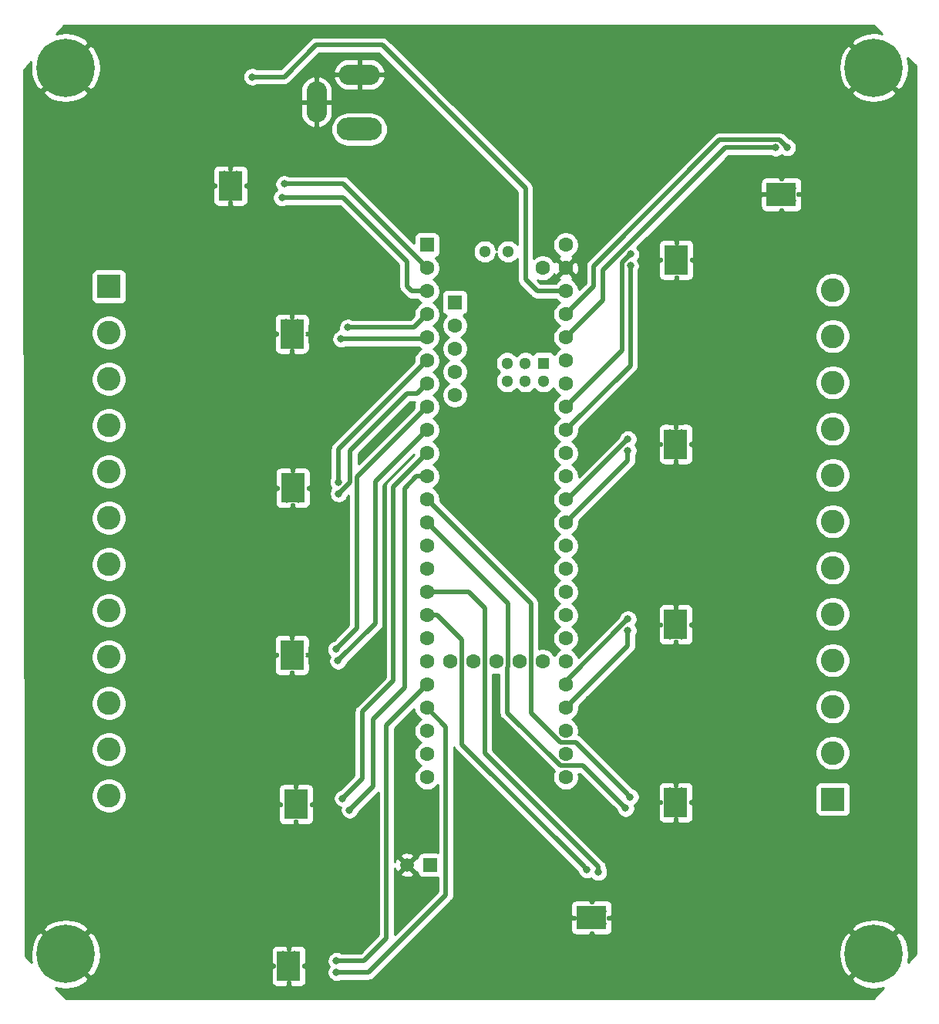
<source format=gbr>
G04 #@! TF.GenerationSoftware,KiCad,Pcbnew,(5.1.5)-3*
G04 #@! TF.CreationDate,2020-10-29T12:26:39+11:00*
G04 #@! TF.ProjectId,MotorControlsV2,4d6f746f-7243-46f6-9e74-726f6c735632,rev?*
G04 #@! TF.SameCoordinates,Original*
G04 #@! TF.FileFunction,Copper,L2,Bot*
G04 #@! TF.FilePolarity,Positive*
%FSLAX46Y46*%
G04 Gerber Fmt 4.6, Leading zero omitted, Abs format (unit mm)*
G04 Created by KiCad (PCBNEW (5.1.5)-3) date 2020-10-29 12:26:39*
%MOMM*%
%LPD*%
G04 APERTURE LIST*
%ADD10C,6.400000*%
%ADD11C,0.800000*%
%ADD12R,2.600000X2.600000*%
%ADD13C,2.600000*%
%ADD14O,5.000000X2.500000*%
%ADD15O,4.500000X2.250000*%
%ADD16O,2.250000X4.500000*%
%ADD17R,1.508000X1.508000*%
%ADD18C,1.508000*%
%ADD19R,2.600000X3.300000*%
%ADD20C,0.630000*%
%ADD21R,3.300000X2.600000*%
%ADD22C,1.600000*%
%ADD23R,1.600000X1.600000*%
%ADD24R,1.300000X1.300000*%
%ADD25C,1.300000*%
%ADD26C,0.520000*%
%ADD27C,0.254000*%
G04 APERTURE END LIST*
D10*
X97000000Y-141750000D03*
D11*
X99400000Y-141750000D03*
X98697056Y-143447056D03*
X97000000Y-144150000D03*
X95302944Y-143447056D03*
X94600000Y-141750000D03*
X95302944Y-140052944D03*
X97000000Y-139350000D03*
X98697056Y-140052944D03*
D10*
X97000000Y-44500000D03*
D11*
X99400000Y-44500000D03*
X98697056Y-46197056D03*
X97000000Y-46900000D03*
X95302944Y-46197056D03*
X94600000Y-44500000D03*
X95302944Y-42802944D03*
X97000000Y-42100000D03*
X98697056Y-42802944D03*
D10*
X185750000Y-44500000D03*
D11*
X188150000Y-44500000D03*
X187447056Y-46197056D03*
X185750000Y-46900000D03*
X184052944Y-46197056D03*
X183350000Y-44500000D03*
X184052944Y-42802944D03*
X185750000Y-42100000D03*
X187447056Y-42802944D03*
X187447056Y-140052944D03*
X185750000Y-139350000D03*
X184052944Y-140052944D03*
X183350000Y-141750000D03*
X184052944Y-143447056D03*
X185750000Y-144150000D03*
X187447056Y-143447056D03*
X188150000Y-141750000D03*
D10*
X185750000Y-141750000D03*
D12*
X101750000Y-68500000D03*
D13*
X101750000Y-73580000D03*
X101750000Y-78660000D03*
X101750000Y-83740000D03*
X101750000Y-88820000D03*
X101750000Y-93900000D03*
X101750000Y-98980000D03*
X101750000Y-104060000D03*
X101750000Y-109140000D03*
X101750000Y-114220000D03*
X101750000Y-119300000D03*
X101750000Y-124380000D03*
X181250000Y-68870000D03*
X181250000Y-73950000D03*
X181250000Y-79030000D03*
X181250000Y-84110000D03*
X181250000Y-89190000D03*
X181250000Y-94270000D03*
X181250000Y-99350000D03*
X181250000Y-104430000D03*
X181250000Y-109510000D03*
X181250000Y-114590000D03*
X181250000Y-119670000D03*
D12*
X181250000Y-124750000D03*
D14*
X129250000Y-51250000D03*
D15*
X129250000Y-45250000D03*
D16*
X124550000Y-48250000D03*
D17*
X137000000Y-131975000D03*
D18*
X134500000Y-131975000D03*
D19*
X115100000Y-57450000D03*
D20*
X115750000Y-58750000D03*
X115750000Y-57450000D03*
X114450000Y-57450000D03*
X114450000Y-58750000D03*
X115750000Y-56150000D03*
X114450000Y-56150000D03*
D19*
X122300000Y-125300000D03*
D20*
X122950000Y-126600000D03*
X122950000Y-125300000D03*
X121650000Y-125300000D03*
X121650000Y-126600000D03*
X122950000Y-124000000D03*
X121650000Y-124000000D03*
D21*
X154750000Y-137750000D03*
D20*
X156050000Y-137100000D03*
X154750000Y-137100000D03*
X154750000Y-138400000D03*
X156050000Y-138400000D03*
X153450000Y-137100000D03*
X153450000Y-138400000D03*
X164650000Y-87100000D03*
X163350000Y-87100000D03*
X164650000Y-84500000D03*
X164650000Y-85800000D03*
X163350000Y-85800000D03*
X163350000Y-84500000D03*
D19*
X164000000Y-85800000D03*
D20*
X121200000Y-72400000D03*
X122500000Y-72400000D03*
X121200000Y-75000000D03*
X121200000Y-73700000D03*
X122500000Y-73700000D03*
X122500000Y-75000000D03*
D19*
X121850000Y-73700000D03*
X164000000Y-125100000D03*
D20*
X163350000Y-123800000D03*
X163350000Y-125100000D03*
X164650000Y-125100000D03*
X164650000Y-123800000D03*
X163350000Y-126400000D03*
X164650000Y-126400000D03*
X121200000Y-107650000D03*
X122500000Y-107650000D03*
X121200000Y-110250000D03*
X121200000Y-108950000D03*
X122500000Y-108950000D03*
X122500000Y-110250000D03*
D19*
X121850000Y-108950000D03*
X164050000Y-65600000D03*
D20*
X163400000Y-64300000D03*
X163400000Y-65600000D03*
X164700000Y-65600000D03*
X164700000Y-64300000D03*
X163400000Y-66900000D03*
X164700000Y-66900000D03*
X121300000Y-89300000D03*
X122600000Y-89300000D03*
X121300000Y-91900000D03*
X121300000Y-90600000D03*
X122600000Y-90600000D03*
X122600000Y-91900000D03*
D19*
X121950000Y-90600000D03*
D20*
X120850000Y-141750000D03*
X122150000Y-141750000D03*
X120850000Y-144350000D03*
X120850000Y-143050000D03*
X122150000Y-143050000D03*
X122150000Y-144350000D03*
D19*
X121500000Y-143050000D03*
X164000000Y-105600000D03*
D20*
X163350000Y-104300000D03*
X163350000Y-105600000D03*
X164650000Y-105600000D03*
X164650000Y-104300000D03*
X163350000Y-106900000D03*
X164650000Y-106900000D03*
X174300000Y-59050000D03*
X174300000Y-57750000D03*
X176900000Y-59050000D03*
X175600000Y-59050000D03*
X175600000Y-57750000D03*
X176900000Y-57750000D03*
D21*
X175600000Y-58400000D03*
D22*
X149380000Y-66480000D03*
X139730800Y-80399200D03*
X139730800Y-77859200D03*
X139730800Y-75319200D03*
X139730800Y-72779200D03*
D23*
X139730800Y-70239200D03*
D22*
X151920000Y-63940000D03*
X151920000Y-66480000D03*
X151920000Y-69020000D03*
X151920000Y-71560000D03*
X151920000Y-74100000D03*
X151920000Y-76640000D03*
X151920000Y-79180000D03*
X151920000Y-81720000D03*
X151920000Y-84260000D03*
X151920000Y-86800000D03*
X151920000Y-89340000D03*
X151920000Y-91880000D03*
X151920000Y-94420000D03*
X151920000Y-96960000D03*
D23*
X136680000Y-63940000D03*
D22*
X136680000Y-66480000D03*
X136680000Y-69020000D03*
X136680000Y-71560000D03*
X136680000Y-74100000D03*
X136680000Y-76640000D03*
X136680000Y-79180000D03*
X136680000Y-81720000D03*
X136680000Y-84260000D03*
X136680000Y-86800000D03*
X136680000Y-89340000D03*
X136680000Y-91880000D03*
X136680000Y-94420000D03*
X151920000Y-99500000D03*
X151920000Y-102040000D03*
X151920000Y-104580000D03*
X151920000Y-107120000D03*
X151920000Y-109660000D03*
X151920000Y-112200000D03*
X151920000Y-114740000D03*
X151920000Y-117280000D03*
X151920000Y-119820000D03*
X151920000Y-122360000D03*
X136680000Y-122360000D03*
X136680000Y-119820000D03*
X136680000Y-117280000D03*
X136680000Y-114740000D03*
X136680000Y-96960000D03*
X136680000Y-99500000D03*
X136680000Y-102040000D03*
X136680000Y-112200000D03*
X136680000Y-109660000D03*
X136680000Y-107120000D03*
X136680000Y-104580000D03*
D24*
X149481600Y-76910000D03*
D25*
X149481600Y-78910000D03*
X147481600Y-76910000D03*
X147481600Y-78910000D03*
X145481600Y-78910000D03*
X145481600Y-76910000D03*
D22*
X139220000Y-109660000D03*
X141760000Y-109660000D03*
X144300000Y-109660000D03*
X146840000Y-109660000D03*
X149380000Y-109660000D03*
D25*
X143030000Y-64670000D03*
X145570000Y-64670000D03*
D11*
X124250000Y-77500000D03*
X127250000Y-75750000D03*
X116500000Y-74500000D03*
X113750000Y-74500000D03*
X111250000Y-74500000D03*
X129250000Y-75500000D03*
X125500000Y-69750000D03*
X122750000Y-84500000D03*
X126000000Y-84500000D03*
X124500000Y-86500000D03*
X124000000Y-94000000D03*
X113250000Y-92000000D03*
X110250000Y-92000000D03*
X108000000Y-92000000D03*
X116250000Y-109750000D03*
X113500000Y-109750000D03*
X108750000Y-108750000D03*
X121000000Y-60250000D03*
X118000000Y-61000000D03*
X121750000Y-62750000D03*
X110500000Y-61500000D03*
X105500000Y-60000000D03*
X101000000Y-63250000D03*
X106000000Y-64250000D03*
X118250000Y-51750000D03*
X116000000Y-51750000D03*
X120000000Y-50250000D03*
X118500000Y-53750000D03*
X122750000Y-42000000D03*
X123500000Y-44750000D03*
X112500000Y-41750000D03*
X135000000Y-54750000D03*
X140000000Y-54750000D03*
X136500000Y-51000000D03*
X138000000Y-60250000D03*
X144250000Y-60500000D03*
X150250000Y-60750000D03*
X141000000Y-60250000D03*
X134000000Y-71000000D03*
X134000000Y-76500000D03*
X134000000Y-82500000D03*
X139500000Y-83750000D03*
X127500000Y-97500000D03*
X123500000Y-101250000D03*
X127500000Y-101500000D03*
X124750000Y-104750000D03*
X120500000Y-95500000D03*
X110500000Y-109750000D03*
X130250000Y-126250000D03*
X127500000Y-129000000D03*
X123750000Y-131000000D03*
X119000000Y-130250000D03*
X123000000Y-136750000D03*
X128750000Y-136500000D03*
X130750000Y-133250000D03*
X130750000Y-138500000D03*
X124750000Y-139000000D03*
X127500000Y-145250000D03*
X134250000Y-143250000D03*
X136750000Y-140000000D03*
X134000000Y-137500000D03*
X127750000Y-121000000D03*
X131750000Y-145000000D03*
X149750000Y-135500000D03*
X147750000Y-132750000D03*
X142250000Y-131500000D03*
X157250000Y-132750000D03*
X156000000Y-130750000D03*
X159750000Y-140500000D03*
X159500000Y-132000000D03*
X174250000Y-125250000D03*
X174500000Y-128750000D03*
X170750000Y-128000000D03*
X170750000Y-133250000D03*
X163500000Y-128500000D03*
X159000000Y-122500000D03*
X157250000Y-120000000D03*
X161000000Y-120750000D03*
X168000000Y-121000000D03*
X158000000Y-116750000D03*
X163500000Y-109750000D03*
X160750000Y-109750000D03*
X158750000Y-111250000D03*
X163500000Y-111250000D03*
X158500000Y-103500000D03*
X156500000Y-105250000D03*
X160750000Y-101250000D03*
X157750000Y-96250000D03*
X157250000Y-99750000D03*
X169500000Y-105250000D03*
X171250000Y-105250000D03*
X173250000Y-105250000D03*
X163500000Y-89500000D03*
X163250000Y-91500000D03*
X160750000Y-89250000D03*
X158250000Y-91500000D03*
X157250000Y-85000000D03*
X158500000Y-83750000D03*
X169750000Y-85500000D03*
X174250000Y-85500000D03*
X172500000Y-88250000D03*
X162250000Y-69500000D03*
X160500000Y-71000000D03*
X157250000Y-62250000D03*
X159000000Y-60500000D03*
X156000000Y-60500000D03*
X171750000Y-55000000D03*
X169000000Y-56000000D03*
X171500000Y-57250000D03*
X176750000Y-64250000D03*
X178750000Y-64500000D03*
X173000000Y-64250000D03*
X170500000Y-63000000D03*
X178750000Y-52750000D03*
X181000000Y-57000000D03*
X176250000Y-51250000D03*
X170250000Y-50500000D03*
X180500000Y-55000000D03*
X154500000Y-113750000D03*
X108500000Y-119750000D03*
X111500000Y-122750000D03*
X114500000Y-129750000D03*
X105250000Y-129500000D03*
X109000000Y-129750000D03*
X107250000Y-132750000D03*
X112750000Y-138750000D03*
X129500000Y-145000000D03*
X126250000Y-136750000D03*
X116750000Y-143500000D03*
X117500000Y-45500000D03*
X120750000Y-58750000D03*
X121000000Y-57250000D03*
X126915000Y-109585000D03*
X126685000Y-108315000D03*
X154250000Y-132500000D03*
X155500000Y-132750000D03*
X158750000Y-86500000D03*
X158750000Y-85250000D03*
X128000000Y-73000000D03*
X127250000Y-74250000D03*
X128185000Y-125935000D03*
X127415000Y-124665000D03*
X126750000Y-142500000D03*
X126750000Y-143750000D03*
X159035000Y-64965000D03*
X159015000Y-66235000D03*
X126965000Y-89965000D03*
X126985000Y-91235000D03*
X159000000Y-124500000D03*
X158500000Y-125750000D03*
X158750000Y-105000000D03*
X158750000Y-106250000D03*
X174965000Y-53285000D03*
X176235000Y-53265000D03*
D26*
X117500000Y-45500000D02*
X121000000Y-45500000D01*
X121000000Y-45500000D02*
X124500000Y-42000000D01*
X124500000Y-42000000D02*
X131750000Y-42000000D01*
X131750000Y-42000000D02*
X147500000Y-57750000D01*
X147500000Y-57750000D02*
X147500000Y-67750000D01*
X148770000Y-69020000D02*
X151920000Y-69020000D01*
X147500000Y-67750000D02*
X148770000Y-69020000D01*
X134500000Y-68500000D02*
X135020000Y-69020000D01*
X134500000Y-65750000D02*
X134500000Y-68500000D01*
X135020000Y-69020000D02*
X136680000Y-69020000D01*
X120750000Y-58750000D02*
X127500000Y-58750000D01*
X127500000Y-58750000D02*
X134500000Y-65750000D01*
X127450000Y-57250000D02*
X136680000Y-66480000D01*
X121000000Y-57250000D02*
X127450000Y-57250000D01*
X126915000Y-109585000D02*
X131000000Y-105500000D01*
X131000000Y-89940000D02*
X136680000Y-84260000D01*
X131000000Y-105500000D02*
X131000000Y-89940000D01*
X135880001Y-82519999D02*
X136680000Y-81720000D01*
X128970008Y-89429992D02*
X135880001Y-82519999D01*
X128970008Y-106029992D02*
X128970008Y-89429992D01*
X126685000Y-108315000D02*
X128970008Y-106029992D01*
X140499999Y-118749999D02*
X153850001Y-132100001D01*
X140499999Y-107268629D02*
X140499999Y-118749999D01*
X153850001Y-132100001D02*
X154250000Y-132500000D01*
X137811370Y-104580000D02*
X140499999Y-107268629D01*
X136680000Y-104580000D02*
X137811370Y-104580000D01*
X143020001Y-119704316D02*
X143020001Y-103770001D01*
X155500000Y-132750000D02*
X155500000Y-132184315D01*
X155500000Y-132184315D02*
X143020001Y-119704316D01*
X141290000Y-102040000D02*
X136680000Y-102040000D01*
X143020001Y-103770001D02*
X141290000Y-102040000D01*
X158750000Y-87590000D02*
X151920000Y-94420000D01*
X158750000Y-86500000D02*
X158750000Y-87590000D01*
X152120000Y-91880000D02*
X151920000Y-91880000D01*
X158750000Y-85250000D02*
X152120000Y-91880000D01*
X135240000Y-73000000D02*
X136680000Y-71560000D01*
X128000000Y-73000000D02*
X135240000Y-73000000D01*
X136530000Y-74250000D02*
X136680000Y-74100000D01*
X127250000Y-74250000D02*
X136530000Y-74250000D01*
X135548630Y-89340000D02*
X134250000Y-90638630D01*
X136680000Y-89340000D02*
X135548630Y-89340000D01*
X134250000Y-90638630D02*
X134250000Y-112500000D01*
X134250000Y-112500000D02*
X130750000Y-116000000D01*
X130750000Y-123370000D02*
X128185000Y-125935000D01*
X130750000Y-116000000D02*
X130750000Y-123370000D01*
X127415000Y-124665000D02*
X129580000Y-122500000D01*
X129580000Y-122500000D02*
X129580000Y-115170000D01*
X129580000Y-115170000D02*
X133000000Y-111750000D01*
X133000000Y-90480000D02*
X136680000Y-86800000D01*
X133000000Y-111750000D02*
X133000000Y-90480000D01*
X129750000Y-142500000D02*
X126750000Y-142500000D01*
X136680000Y-112200000D02*
X132250000Y-116630000D01*
X132250000Y-140000000D02*
X129750000Y-142500000D01*
X132250000Y-116630000D02*
X132250000Y-140000000D01*
X126750000Y-143750000D02*
X130250000Y-143750000D01*
X130250000Y-143750000D02*
X138750000Y-135250000D01*
X138750000Y-116810000D02*
X136680000Y-114740000D01*
X138750000Y-135250000D02*
X138750000Y-116810000D01*
X152719999Y-80920001D02*
X151920000Y-81720000D01*
X158154999Y-75485001D02*
X152719999Y-80920001D01*
X158154999Y-65845001D02*
X158154999Y-75485001D01*
X159035000Y-64965000D02*
X158154999Y-65845001D01*
X159015000Y-77165000D02*
X151920000Y-84260000D01*
X159015000Y-66235000D02*
X159015000Y-77165000D01*
X126965000Y-86355000D02*
X136680000Y-76640000D01*
X126965000Y-89965000D02*
X126965000Y-86355000D01*
X135610000Y-80250000D02*
X136680000Y-79180000D01*
X134500000Y-80250000D02*
X135610000Y-80250000D01*
X128250000Y-86500000D02*
X134500000Y-80250000D01*
X126985000Y-91235000D02*
X128250000Y-89970000D01*
X128250000Y-89970000D02*
X128250000Y-86500000D01*
X158600001Y-124100001D02*
X159000000Y-124500000D01*
X153040001Y-118540001D02*
X158600001Y-124100001D01*
X151315199Y-118540001D02*
X153040001Y-118540001D01*
X148100001Y-115324803D02*
X151315199Y-118540001D01*
X148100001Y-103300001D02*
X148100001Y-115324803D01*
X136680000Y-91880000D02*
X148100001Y-103300001D01*
X145560001Y-110264801D02*
X145560001Y-103300001D01*
X145560001Y-103300001D02*
X136680000Y-94420000D01*
X158500000Y-125750000D02*
X153830001Y-121080001D01*
X151315199Y-121080001D02*
X145500000Y-115264802D01*
X145500000Y-115264802D02*
X145500000Y-110324802D01*
X153830001Y-121080001D02*
X151315199Y-121080001D01*
X145500000Y-110324802D02*
X145560001Y-110264801D01*
X151920000Y-111830000D02*
X151920000Y-112200000D01*
X158750000Y-105000000D02*
X151920000Y-111830000D01*
X158750000Y-107910000D02*
X151920000Y-114740000D01*
X158750000Y-106250000D02*
X158750000Y-107910000D01*
X169442198Y-53285000D02*
X156000000Y-66727198D01*
X174965000Y-53285000D02*
X169442198Y-53285000D01*
X156000000Y-70020000D02*
X151920000Y-74100000D01*
X156000000Y-66727198D02*
X156000000Y-70020000D01*
X155000000Y-68480000D02*
X151920000Y-71560000D01*
X155000000Y-66250000D02*
X155000000Y-68480000D01*
X168825001Y-52424999D02*
X155000000Y-66250000D01*
X176235000Y-53265000D02*
X175394999Y-52424999D01*
X175394999Y-52424999D02*
X168825001Y-52424999D01*
D27*
G36*
X186628532Y-40757236D02*
G01*
X186525615Y-40725306D01*
X185774305Y-40646520D01*
X185022062Y-40715822D01*
X184297792Y-40930548D01*
X183629330Y-41282445D01*
X183588912Y-41309452D01*
X183228724Y-41799119D01*
X185750000Y-44320395D01*
X185764143Y-44306253D01*
X185943748Y-44485858D01*
X185929605Y-44500000D01*
X188450881Y-47021276D01*
X188940548Y-46661088D01*
X189300849Y-45997118D01*
X189524694Y-45275615D01*
X189603480Y-44524305D01*
X189534178Y-43772062D01*
X189426120Y-43407583D01*
X190373000Y-44304627D01*
X190373000Y-141699292D01*
X189493997Y-142624558D01*
X189524694Y-142525615D01*
X189603480Y-141774305D01*
X189534178Y-141022062D01*
X189319452Y-140297792D01*
X188967555Y-139629330D01*
X188940548Y-139588912D01*
X188450881Y-139228724D01*
X185929605Y-141750000D01*
X185943748Y-141764143D01*
X185764143Y-141943748D01*
X185750000Y-141929605D01*
X183228724Y-144450881D01*
X183588912Y-144940548D01*
X184252882Y-145300849D01*
X184974385Y-145524694D01*
X185725695Y-145603480D01*
X186477938Y-145534178D01*
X186828631Y-145430207D01*
X185695478Y-146623000D01*
X97054627Y-146623000D01*
X95926602Y-145432307D01*
X96224385Y-145524694D01*
X96975695Y-145603480D01*
X97727938Y-145534178D01*
X98452208Y-145319452D01*
X99120670Y-144967555D01*
X99161088Y-144940548D01*
X99521276Y-144450881D01*
X97000000Y-141929605D01*
X96985858Y-141943748D01*
X96806253Y-141764143D01*
X96820395Y-141750000D01*
X97179605Y-141750000D01*
X99700881Y-144271276D01*
X100190548Y-143911088D01*
X100550849Y-143247118D01*
X100774694Y-142525615D01*
X100853480Y-141774305D01*
X100818997Y-141400000D01*
X119561928Y-141400000D01*
X119565000Y-142764250D01*
X119723750Y-142923000D01*
X119906398Y-142923000D01*
X119900381Y-142952626D01*
X119899631Y-143139758D01*
X119906884Y-143177000D01*
X119723750Y-143177000D01*
X119565000Y-143335750D01*
X119561928Y-144700000D01*
X119574188Y-144824482D01*
X119610498Y-144944180D01*
X119669463Y-145054494D01*
X119748815Y-145151185D01*
X119845506Y-145230537D01*
X119955820Y-145289502D01*
X120075518Y-145325812D01*
X120200000Y-145338072D01*
X121214250Y-145335000D01*
X121373000Y-145176250D01*
X121373000Y-144807371D01*
X121494708Y-144815102D01*
X121495340Y-144815734D01*
X121500000Y-144815438D01*
X121504660Y-144815734D01*
X121505292Y-144815102D01*
X121627000Y-144807371D01*
X121627000Y-145176250D01*
X121785750Y-145335000D01*
X122800000Y-145338072D01*
X122924482Y-145325812D01*
X123044180Y-145289502D01*
X123154494Y-145230537D01*
X123251185Y-145151185D01*
X123330537Y-145054494D01*
X123389502Y-144944180D01*
X123425812Y-144824482D01*
X123438072Y-144700000D01*
X123435000Y-143335750D01*
X123276250Y-143177000D01*
X123093602Y-143177000D01*
X123099619Y-143147374D01*
X123100369Y-142960242D01*
X123093116Y-142923000D01*
X123276250Y-142923000D01*
X123435000Y-142764250D01*
X123438072Y-141400000D01*
X123425812Y-141275518D01*
X123389502Y-141155820D01*
X123330537Y-141045506D01*
X123251185Y-140948815D01*
X123154494Y-140869463D01*
X123044180Y-140810498D01*
X122924482Y-140774188D01*
X122800000Y-140761928D01*
X121785750Y-140765000D01*
X121627000Y-140923750D01*
X121627000Y-141292629D01*
X121505292Y-141284898D01*
X121504660Y-141284266D01*
X121500000Y-141284562D01*
X121495340Y-141284266D01*
X121494708Y-141284898D01*
X121373000Y-141292629D01*
X121373000Y-140923750D01*
X121214250Y-140765000D01*
X120200000Y-140761928D01*
X120075518Y-140774188D01*
X119955820Y-140810498D01*
X119845506Y-140869463D01*
X119748815Y-140948815D01*
X119669463Y-141045506D01*
X119610498Y-141155820D01*
X119574188Y-141275518D01*
X119561928Y-141400000D01*
X100818997Y-141400000D01*
X100784178Y-141022062D01*
X100569452Y-140297792D01*
X100217555Y-139629330D01*
X100190548Y-139588912D01*
X99700881Y-139228724D01*
X97179605Y-141750000D01*
X96820395Y-141750000D01*
X94299119Y-139228724D01*
X93809452Y-139588912D01*
X93449151Y-140252882D01*
X93225306Y-140974385D01*
X93146520Y-141725695D01*
X93215822Y-142477938D01*
X93255948Y-142613284D01*
X92626870Y-141949257D01*
X92619415Y-139049119D01*
X94478724Y-139049119D01*
X97000000Y-141570395D01*
X99521276Y-139049119D01*
X99161088Y-138559452D01*
X98497118Y-138199151D01*
X97775615Y-137975306D01*
X97024305Y-137896520D01*
X96272062Y-137965822D01*
X95547792Y-138180548D01*
X94879330Y-138532445D01*
X94838912Y-138559452D01*
X94478724Y-139049119D01*
X92619415Y-139049119D01*
X92581216Y-124189419D01*
X99815000Y-124189419D01*
X99815000Y-124570581D01*
X99889361Y-124944419D01*
X100035225Y-125296566D01*
X100246987Y-125613491D01*
X100516509Y-125883013D01*
X100833434Y-126094775D01*
X101185581Y-126240639D01*
X101559419Y-126315000D01*
X101940581Y-126315000D01*
X102314419Y-126240639D01*
X102666566Y-126094775D01*
X102983491Y-125883013D01*
X103253013Y-125613491D01*
X103464775Y-125296566D01*
X103610639Y-124944419D01*
X103685000Y-124570581D01*
X103685000Y-124189419D01*
X103610639Y-123815581D01*
X103542054Y-123650000D01*
X120361928Y-123650000D01*
X120365000Y-125014250D01*
X120523750Y-125173000D01*
X120706398Y-125173000D01*
X120700381Y-125202626D01*
X120699631Y-125389758D01*
X120706884Y-125427000D01*
X120523750Y-125427000D01*
X120365000Y-125585750D01*
X120361928Y-126950000D01*
X120374188Y-127074482D01*
X120410498Y-127194180D01*
X120469463Y-127304494D01*
X120548815Y-127401185D01*
X120645506Y-127480537D01*
X120755820Y-127539502D01*
X120875518Y-127575812D01*
X121000000Y-127588072D01*
X122014250Y-127585000D01*
X122173000Y-127426250D01*
X122173000Y-127057371D01*
X122294708Y-127065102D01*
X122295340Y-127065734D01*
X122300000Y-127065438D01*
X122304660Y-127065734D01*
X122305292Y-127065102D01*
X122427000Y-127057371D01*
X122427000Y-127426250D01*
X122585750Y-127585000D01*
X123600000Y-127588072D01*
X123724482Y-127575812D01*
X123844180Y-127539502D01*
X123954494Y-127480537D01*
X124051185Y-127401185D01*
X124130537Y-127304494D01*
X124189502Y-127194180D01*
X124225812Y-127074482D01*
X124238072Y-126950000D01*
X124235000Y-125585750D01*
X124076250Y-125427000D01*
X123893602Y-125427000D01*
X123899619Y-125397374D01*
X123900369Y-125210242D01*
X123893116Y-125173000D01*
X124076250Y-125173000D01*
X124235000Y-125014250D01*
X124238072Y-123650000D01*
X124225812Y-123525518D01*
X124189502Y-123405820D01*
X124130537Y-123295506D01*
X124051185Y-123198815D01*
X123954494Y-123119463D01*
X123844180Y-123060498D01*
X123724482Y-123024188D01*
X123600000Y-123011928D01*
X122585750Y-123015000D01*
X122427000Y-123173750D01*
X122427000Y-123542629D01*
X122305292Y-123534898D01*
X122304660Y-123534266D01*
X122300000Y-123534562D01*
X122295340Y-123534266D01*
X122294708Y-123534898D01*
X122173000Y-123542629D01*
X122173000Y-123173750D01*
X122014250Y-123015000D01*
X121000000Y-123011928D01*
X120875518Y-123024188D01*
X120755820Y-123060498D01*
X120645506Y-123119463D01*
X120548815Y-123198815D01*
X120469463Y-123295506D01*
X120410498Y-123405820D01*
X120374188Y-123525518D01*
X120361928Y-123650000D01*
X103542054Y-123650000D01*
X103464775Y-123463434D01*
X103253013Y-123146509D01*
X102983491Y-122876987D01*
X102666566Y-122665225D01*
X102314419Y-122519361D01*
X101940581Y-122445000D01*
X101559419Y-122445000D01*
X101185581Y-122519361D01*
X100833434Y-122665225D01*
X100516509Y-122876987D01*
X100246987Y-123146509D01*
X100035225Y-123463434D01*
X99889361Y-123815581D01*
X99815000Y-124189419D01*
X92581216Y-124189419D01*
X92568157Y-119109419D01*
X99815000Y-119109419D01*
X99815000Y-119490581D01*
X99889361Y-119864419D01*
X100035225Y-120216566D01*
X100246987Y-120533491D01*
X100516509Y-120803013D01*
X100833434Y-121014775D01*
X101185581Y-121160639D01*
X101559419Y-121235000D01*
X101940581Y-121235000D01*
X102314419Y-121160639D01*
X102666566Y-121014775D01*
X102983491Y-120803013D01*
X103253013Y-120533491D01*
X103464775Y-120216566D01*
X103610639Y-119864419D01*
X103685000Y-119490581D01*
X103685000Y-119109419D01*
X103610639Y-118735581D01*
X103464775Y-118383434D01*
X103253013Y-118066509D01*
X102983491Y-117796987D01*
X102666566Y-117585225D01*
X102314419Y-117439361D01*
X101940581Y-117365000D01*
X101559419Y-117365000D01*
X101185581Y-117439361D01*
X100833434Y-117585225D01*
X100516509Y-117796987D01*
X100246987Y-118066509D01*
X100035225Y-118383434D01*
X99889361Y-118735581D01*
X99815000Y-119109419D01*
X92568157Y-119109419D01*
X92555098Y-114029419D01*
X99815000Y-114029419D01*
X99815000Y-114410581D01*
X99889361Y-114784419D01*
X100035225Y-115136566D01*
X100246987Y-115453491D01*
X100516509Y-115723013D01*
X100833434Y-115934775D01*
X101185581Y-116080639D01*
X101559419Y-116155000D01*
X101940581Y-116155000D01*
X102314419Y-116080639D01*
X102666566Y-115934775D01*
X102983491Y-115723013D01*
X103253013Y-115453491D01*
X103464775Y-115136566D01*
X103610639Y-114784419D01*
X103685000Y-114410581D01*
X103685000Y-114029419D01*
X103610639Y-113655581D01*
X103464775Y-113303434D01*
X103253013Y-112986509D01*
X102983491Y-112716987D01*
X102666566Y-112505225D01*
X102314419Y-112359361D01*
X101940581Y-112285000D01*
X101559419Y-112285000D01*
X101185581Y-112359361D01*
X100833434Y-112505225D01*
X100516509Y-112716987D01*
X100246987Y-112986509D01*
X100035225Y-113303434D01*
X99889361Y-113655581D01*
X99815000Y-114029419D01*
X92555098Y-114029419D01*
X92542039Y-108949419D01*
X99815000Y-108949419D01*
X99815000Y-109330581D01*
X99889361Y-109704419D01*
X100035225Y-110056566D01*
X100246987Y-110373491D01*
X100516509Y-110643013D01*
X100833434Y-110854775D01*
X101185581Y-111000639D01*
X101559419Y-111075000D01*
X101940581Y-111075000D01*
X102314419Y-111000639D01*
X102666566Y-110854775D01*
X102983491Y-110643013D01*
X103253013Y-110373491D01*
X103464775Y-110056566D01*
X103610639Y-109704419D01*
X103685000Y-109330581D01*
X103685000Y-108949419D01*
X103610639Y-108575581D01*
X103464775Y-108223434D01*
X103253013Y-107906509D01*
X102983491Y-107636987D01*
X102666566Y-107425225D01*
X102364246Y-107300000D01*
X119911928Y-107300000D01*
X119915000Y-108664250D01*
X120073750Y-108823000D01*
X120256398Y-108823000D01*
X120250381Y-108852626D01*
X120249631Y-109039758D01*
X120256884Y-109077000D01*
X120073750Y-109077000D01*
X119915000Y-109235750D01*
X119911928Y-110600000D01*
X119924188Y-110724482D01*
X119960498Y-110844180D01*
X120019463Y-110954494D01*
X120098815Y-111051185D01*
X120195506Y-111130537D01*
X120305820Y-111189502D01*
X120425518Y-111225812D01*
X120550000Y-111238072D01*
X121564250Y-111235000D01*
X121723000Y-111076250D01*
X121723000Y-110707371D01*
X121844708Y-110715102D01*
X121845340Y-110715734D01*
X121850000Y-110715438D01*
X121854660Y-110715734D01*
X121855292Y-110715102D01*
X121977000Y-110707371D01*
X121977000Y-111076250D01*
X122135750Y-111235000D01*
X123150000Y-111238072D01*
X123274482Y-111225812D01*
X123394180Y-111189502D01*
X123504494Y-111130537D01*
X123601185Y-111051185D01*
X123680537Y-110954494D01*
X123739502Y-110844180D01*
X123775812Y-110724482D01*
X123788072Y-110600000D01*
X123785000Y-109235750D01*
X123626250Y-109077000D01*
X123443602Y-109077000D01*
X123449619Y-109047374D01*
X123450369Y-108860242D01*
X123443116Y-108823000D01*
X123626250Y-108823000D01*
X123785000Y-108664250D01*
X123788072Y-107300000D01*
X123775812Y-107175518D01*
X123739502Y-107055820D01*
X123680537Y-106945506D01*
X123601185Y-106848815D01*
X123504494Y-106769463D01*
X123394180Y-106710498D01*
X123274482Y-106674188D01*
X123150000Y-106661928D01*
X122135750Y-106665000D01*
X121977000Y-106823750D01*
X121977000Y-107192629D01*
X121855292Y-107184898D01*
X121854660Y-107184266D01*
X121850000Y-107184562D01*
X121845340Y-107184266D01*
X121844708Y-107184898D01*
X121723000Y-107192629D01*
X121723000Y-106823750D01*
X121564250Y-106665000D01*
X120550000Y-106661928D01*
X120425518Y-106674188D01*
X120305820Y-106710498D01*
X120195506Y-106769463D01*
X120098815Y-106848815D01*
X120019463Y-106945506D01*
X119960498Y-107055820D01*
X119924188Y-107175518D01*
X119911928Y-107300000D01*
X102364246Y-107300000D01*
X102314419Y-107279361D01*
X101940581Y-107205000D01*
X101559419Y-107205000D01*
X101185581Y-107279361D01*
X100833434Y-107425225D01*
X100516509Y-107636987D01*
X100246987Y-107906509D01*
X100035225Y-108223434D01*
X99889361Y-108575581D01*
X99815000Y-108949419D01*
X92542039Y-108949419D01*
X92528980Y-103869419D01*
X99815000Y-103869419D01*
X99815000Y-104250581D01*
X99889361Y-104624419D01*
X100035225Y-104976566D01*
X100246987Y-105293491D01*
X100516509Y-105563013D01*
X100833434Y-105774775D01*
X101185581Y-105920639D01*
X101559419Y-105995000D01*
X101940581Y-105995000D01*
X102314419Y-105920639D01*
X102666566Y-105774775D01*
X102983491Y-105563013D01*
X103253013Y-105293491D01*
X103464775Y-104976566D01*
X103610639Y-104624419D01*
X103685000Y-104250581D01*
X103685000Y-103869419D01*
X103610639Y-103495581D01*
X103464775Y-103143434D01*
X103253013Y-102826509D01*
X102983491Y-102556987D01*
X102666566Y-102345225D01*
X102314419Y-102199361D01*
X101940581Y-102125000D01*
X101559419Y-102125000D01*
X101185581Y-102199361D01*
X100833434Y-102345225D01*
X100516509Y-102556987D01*
X100246987Y-102826509D01*
X100035225Y-103143434D01*
X99889361Y-103495581D01*
X99815000Y-103869419D01*
X92528980Y-103869419D01*
X92515921Y-98789419D01*
X99815000Y-98789419D01*
X99815000Y-99170581D01*
X99889361Y-99544419D01*
X100035225Y-99896566D01*
X100246987Y-100213491D01*
X100516509Y-100483013D01*
X100833434Y-100694775D01*
X101185581Y-100840639D01*
X101559419Y-100915000D01*
X101940581Y-100915000D01*
X102314419Y-100840639D01*
X102666566Y-100694775D01*
X102983491Y-100483013D01*
X103253013Y-100213491D01*
X103464775Y-99896566D01*
X103610639Y-99544419D01*
X103685000Y-99170581D01*
X103685000Y-98789419D01*
X103610639Y-98415581D01*
X103464775Y-98063434D01*
X103253013Y-97746509D01*
X102983491Y-97476987D01*
X102666566Y-97265225D01*
X102314419Y-97119361D01*
X101940581Y-97045000D01*
X101559419Y-97045000D01*
X101185581Y-97119361D01*
X100833434Y-97265225D01*
X100516509Y-97476987D01*
X100246987Y-97746509D01*
X100035225Y-98063434D01*
X99889361Y-98415581D01*
X99815000Y-98789419D01*
X92515921Y-98789419D01*
X92502862Y-93709419D01*
X99815000Y-93709419D01*
X99815000Y-94090581D01*
X99889361Y-94464419D01*
X100035225Y-94816566D01*
X100246987Y-95133491D01*
X100516509Y-95403013D01*
X100833434Y-95614775D01*
X101185581Y-95760639D01*
X101559419Y-95835000D01*
X101940581Y-95835000D01*
X102314419Y-95760639D01*
X102666566Y-95614775D01*
X102983491Y-95403013D01*
X103253013Y-95133491D01*
X103464775Y-94816566D01*
X103610639Y-94464419D01*
X103685000Y-94090581D01*
X103685000Y-93709419D01*
X103610639Y-93335581D01*
X103464775Y-92983434D01*
X103253013Y-92666509D01*
X102983491Y-92396987D01*
X102666566Y-92185225D01*
X102314419Y-92039361D01*
X101940581Y-91965000D01*
X101559419Y-91965000D01*
X101185581Y-92039361D01*
X100833434Y-92185225D01*
X100516509Y-92396987D01*
X100246987Y-92666509D01*
X100035225Y-92983434D01*
X99889361Y-93335581D01*
X99815000Y-93709419D01*
X92502862Y-93709419D01*
X92489803Y-88629419D01*
X99815000Y-88629419D01*
X99815000Y-89010581D01*
X99889361Y-89384419D01*
X100035225Y-89736566D01*
X100246987Y-90053491D01*
X100516509Y-90323013D01*
X100833434Y-90534775D01*
X101185581Y-90680639D01*
X101559419Y-90755000D01*
X101940581Y-90755000D01*
X102314419Y-90680639D01*
X102666566Y-90534775D01*
X102983491Y-90323013D01*
X103253013Y-90053491D01*
X103464775Y-89736566D01*
X103610639Y-89384419D01*
X103685000Y-89010581D01*
X103685000Y-88950000D01*
X120011928Y-88950000D01*
X120015000Y-90314250D01*
X120173750Y-90473000D01*
X120356398Y-90473000D01*
X120350381Y-90502626D01*
X120349631Y-90689758D01*
X120356884Y-90727000D01*
X120173750Y-90727000D01*
X120015000Y-90885750D01*
X120011928Y-92250000D01*
X120024188Y-92374482D01*
X120060498Y-92494180D01*
X120119463Y-92604494D01*
X120198815Y-92701185D01*
X120295506Y-92780537D01*
X120405820Y-92839502D01*
X120525518Y-92875812D01*
X120650000Y-92888072D01*
X121664250Y-92885000D01*
X121823000Y-92726250D01*
X121823000Y-92357371D01*
X121944708Y-92365102D01*
X121945340Y-92365734D01*
X121950000Y-92365438D01*
X121954660Y-92365734D01*
X121955292Y-92365102D01*
X122077000Y-92357371D01*
X122077000Y-92726250D01*
X122235750Y-92885000D01*
X123250000Y-92888072D01*
X123374482Y-92875812D01*
X123494180Y-92839502D01*
X123604494Y-92780537D01*
X123701185Y-92701185D01*
X123780537Y-92604494D01*
X123839502Y-92494180D01*
X123875812Y-92374482D01*
X123888072Y-92250000D01*
X123885000Y-90885750D01*
X123726250Y-90727000D01*
X123543602Y-90727000D01*
X123549619Y-90697374D01*
X123550369Y-90510242D01*
X123543116Y-90473000D01*
X123726250Y-90473000D01*
X123885000Y-90314250D01*
X123888072Y-88950000D01*
X123875812Y-88825518D01*
X123839502Y-88705820D01*
X123780537Y-88595506D01*
X123701185Y-88498815D01*
X123604494Y-88419463D01*
X123494180Y-88360498D01*
X123374482Y-88324188D01*
X123250000Y-88311928D01*
X122235750Y-88315000D01*
X122077000Y-88473750D01*
X122077000Y-88842629D01*
X121955292Y-88834898D01*
X121954660Y-88834266D01*
X121950000Y-88834562D01*
X121945340Y-88834266D01*
X121944708Y-88834898D01*
X121823000Y-88842629D01*
X121823000Y-88473750D01*
X121664250Y-88315000D01*
X120650000Y-88311928D01*
X120525518Y-88324188D01*
X120405820Y-88360498D01*
X120295506Y-88419463D01*
X120198815Y-88498815D01*
X120119463Y-88595506D01*
X120060498Y-88705820D01*
X120024188Y-88825518D01*
X120011928Y-88950000D01*
X103685000Y-88950000D01*
X103685000Y-88629419D01*
X103610639Y-88255581D01*
X103464775Y-87903434D01*
X103253013Y-87586509D01*
X102983491Y-87316987D01*
X102666566Y-87105225D01*
X102314419Y-86959361D01*
X101940581Y-86885000D01*
X101559419Y-86885000D01*
X101185581Y-86959361D01*
X100833434Y-87105225D01*
X100516509Y-87316987D01*
X100246987Y-87586509D01*
X100035225Y-87903434D01*
X99889361Y-88255581D01*
X99815000Y-88629419D01*
X92489803Y-88629419D01*
X92476744Y-83549419D01*
X99815000Y-83549419D01*
X99815000Y-83930581D01*
X99889361Y-84304419D01*
X100035225Y-84656566D01*
X100246987Y-84973491D01*
X100516509Y-85243013D01*
X100833434Y-85454775D01*
X101185581Y-85600639D01*
X101559419Y-85675000D01*
X101940581Y-85675000D01*
X102314419Y-85600639D01*
X102666566Y-85454775D01*
X102983491Y-85243013D01*
X103253013Y-84973491D01*
X103464775Y-84656566D01*
X103610639Y-84304419D01*
X103685000Y-83930581D01*
X103685000Y-83549419D01*
X103610639Y-83175581D01*
X103464775Y-82823434D01*
X103253013Y-82506509D01*
X102983491Y-82236987D01*
X102666566Y-82025225D01*
X102314419Y-81879361D01*
X101940581Y-81805000D01*
X101559419Y-81805000D01*
X101185581Y-81879361D01*
X100833434Y-82025225D01*
X100516509Y-82236987D01*
X100246987Y-82506509D01*
X100035225Y-82823434D01*
X99889361Y-83175581D01*
X99815000Y-83549419D01*
X92476744Y-83549419D01*
X92463685Y-78469419D01*
X99815000Y-78469419D01*
X99815000Y-78850581D01*
X99889361Y-79224419D01*
X100035225Y-79576566D01*
X100246987Y-79893491D01*
X100516509Y-80163013D01*
X100833434Y-80374775D01*
X101185581Y-80520639D01*
X101559419Y-80595000D01*
X101940581Y-80595000D01*
X102314419Y-80520639D01*
X102666566Y-80374775D01*
X102983491Y-80163013D01*
X103253013Y-79893491D01*
X103464775Y-79576566D01*
X103610639Y-79224419D01*
X103685000Y-78850581D01*
X103685000Y-78469419D01*
X103610639Y-78095581D01*
X103464775Y-77743434D01*
X103253013Y-77426509D01*
X102983491Y-77156987D01*
X102666566Y-76945225D01*
X102314419Y-76799361D01*
X101940581Y-76725000D01*
X101559419Y-76725000D01*
X101185581Y-76799361D01*
X100833434Y-76945225D01*
X100516509Y-77156987D01*
X100246987Y-77426509D01*
X100035225Y-77743434D01*
X99889361Y-78095581D01*
X99815000Y-78469419D01*
X92463685Y-78469419D01*
X92450626Y-73389419D01*
X99815000Y-73389419D01*
X99815000Y-73770581D01*
X99889361Y-74144419D01*
X100035225Y-74496566D01*
X100246987Y-74813491D01*
X100516509Y-75083013D01*
X100833434Y-75294775D01*
X101185581Y-75440639D01*
X101559419Y-75515000D01*
X101940581Y-75515000D01*
X102314419Y-75440639D01*
X102666566Y-75294775D01*
X102983491Y-75083013D01*
X103253013Y-74813491D01*
X103464775Y-74496566D01*
X103610639Y-74144419D01*
X103685000Y-73770581D01*
X103685000Y-73389419D01*
X103610639Y-73015581D01*
X103464775Y-72663434D01*
X103253013Y-72346509D01*
X102983491Y-72076987D01*
X102943103Y-72050000D01*
X119911928Y-72050000D01*
X119915000Y-73414250D01*
X120073750Y-73573000D01*
X120256398Y-73573000D01*
X120250381Y-73602626D01*
X120249631Y-73789758D01*
X120256884Y-73827000D01*
X120073750Y-73827000D01*
X119915000Y-73985750D01*
X119911928Y-75350000D01*
X119924188Y-75474482D01*
X119960498Y-75594180D01*
X120019463Y-75704494D01*
X120098815Y-75801185D01*
X120195506Y-75880537D01*
X120305820Y-75939502D01*
X120425518Y-75975812D01*
X120550000Y-75988072D01*
X121564250Y-75985000D01*
X121723000Y-75826250D01*
X121723000Y-75457371D01*
X121844708Y-75465102D01*
X121845340Y-75465734D01*
X121850000Y-75465438D01*
X121854660Y-75465734D01*
X121855292Y-75465102D01*
X121977000Y-75457371D01*
X121977000Y-75826250D01*
X122135750Y-75985000D01*
X123150000Y-75988072D01*
X123274482Y-75975812D01*
X123394180Y-75939502D01*
X123504494Y-75880537D01*
X123601185Y-75801185D01*
X123680537Y-75704494D01*
X123739502Y-75594180D01*
X123775812Y-75474482D01*
X123788072Y-75350000D01*
X123785000Y-73985750D01*
X123626250Y-73827000D01*
X123443602Y-73827000D01*
X123449619Y-73797374D01*
X123450369Y-73610242D01*
X123443116Y-73573000D01*
X123626250Y-73573000D01*
X123785000Y-73414250D01*
X123788072Y-72050000D01*
X123775812Y-71925518D01*
X123739502Y-71805820D01*
X123680537Y-71695506D01*
X123601185Y-71598815D01*
X123504494Y-71519463D01*
X123394180Y-71460498D01*
X123274482Y-71424188D01*
X123150000Y-71411928D01*
X122135750Y-71415000D01*
X121977000Y-71573750D01*
X121977000Y-71942629D01*
X121855292Y-71934898D01*
X121854660Y-71934266D01*
X121850000Y-71934562D01*
X121845340Y-71934266D01*
X121844708Y-71934898D01*
X121723000Y-71942629D01*
X121723000Y-71573750D01*
X121564250Y-71415000D01*
X120550000Y-71411928D01*
X120425518Y-71424188D01*
X120305820Y-71460498D01*
X120195506Y-71519463D01*
X120098815Y-71598815D01*
X120019463Y-71695506D01*
X119960498Y-71805820D01*
X119924188Y-71925518D01*
X119911928Y-72050000D01*
X102943103Y-72050000D01*
X102666566Y-71865225D01*
X102314419Y-71719361D01*
X101940581Y-71645000D01*
X101559419Y-71645000D01*
X101185581Y-71719361D01*
X100833434Y-71865225D01*
X100516509Y-72076987D01*
X100246987Y-72346509D01*
X100035225Y-72663434D01*
X99889361Y-73015581D01*
X99815000Y-73389419D01*
X92450626Y-73389419D01*
X92434714Y-67200000D01*
X99811928Y-67200000D01*
X99811928Y-69800000D01*
X99824188Y-69924482D01*
X99860498Y-70044180D01*
X99919463Y-70154494D01*
X99998815Y-70251185D01*
X100095506Y-70330537D01*
X100205820Y-70389502D01*
X100325518Y-70425812D01*
X100450000Y-70438072D01*
X103050000Y-70438072D01*
X103174482Y-70425812D01*
X103294180Y-70389502D01*
X103404494Y-70330537D01*
X103501185Y-70251185D01*
X103580537Y-70154494D01*
X103639502Y-70044180D01*
X103675812Y-69924482D01*
X103688072Y-69800000D01*
X103688072Y-67200000D01*
X103675812Y-67075518D01*
X103639502Y-66955820D01*
X103580537Y-66845506D01*
X103501185Y-66748815D01*
X103404494Y-66669463D01*
X103294180Y-66610498D01*
X103174482Y-66574188D01*
X103050000Y-66561928D01*
X100450000Y-66561928D01*
X100325518Y-66574188D01*
X100205820Y-66610498D01*
X100095506Y-66669463D01*
X99998815Y-66748815D01*
X99919463Y-66845506D01*
X99860498Y-66955820D01*
X99824188Y-67075518D01*
X99811928Y-67200000D01*
X92434714Y-67200000D01*
X92405408Y-55800000D01*
X113161928Y-55800000D01*
X113165000Y-57164250D01*
X113323750Y-57323000D01*
X113506398Y-57323000D01*
X113500381Y-57352626D01*
X113499631Y-57539758D01*
X113506884Y-57577000D01*
X113323750Y-57577000D01*
X113165000Y-57735750D01*
X113161928Y-59100000D01*
X113174188Y-59224482D01*
X113210498Y-59344180D01*
X113269463Y-59454494D01*
X113348815Y-59551185D01*
X113445506Y-59630537D01*
X113555820Y-59689502D01*
X113675518Y-59725812D01*
X113800000Y-59738072D01*
X114814250Y-59735000D01*
X114973000Y-59576250D01*
X114973000Y-59207371D01*
X115094708Y-59215102D01*
X115095340Y-59215734D01*
X115100000Y-59215438D01*
X115104660Y-59215734D01*
X115105292Y-59215102D01*
X115227000Y-59207371D01*
X115227000Y-59576250D01*
X115385750Y-59735000D01*
X116400000Y-59738072D01*
X116524482Y-59725812D01*
X116644180Y-59689502D01*
X116754494Y-59630537D01*
X116851185Y-59551185D01*
X116930537Y-59454494D01*
X116989502Y-59344180D01*
X117025812Y-59224482D01*
X117038072Y-59100000D01*
X117035000Y-57735750D01*
X116876250Y-57577000D01*
X116693602Y-57577000D01*
X116699619Y-57547374D01*
X116700369Y-57360242D01*
X116693116Y-57323000D01*
X116876250Y-57323000D01*
X117035000Y-57164250D01*
X117038072Y-55800000D01*
X117025812Y-55675518D01*
X116989502Y-55555820D01*
X116930537Y-55445506D01*
X116851185Y-55348815D01*
X116754494Y-55269463D01*
X116644180Y-55210498D01*
X116524482Y-55174188D01*
X116400000Y-55161928D01*
X115385750Y-55165000D01*
X115227000Y-55323750D01*
X115227000Y-55692629D01*
X115105292Y-55684898D01*
X115104660Y-55684266D01*
X115100000Y-55684562D01*
X115095340Y-55684266D01*
X115094708Y-55684898D01*
X114973000Y-55692629D01*
X114973000Y-55323750D01*
X114814250Y-55165000D01*
X113800000Y-55161928D01*
X113675518Y-55174188D01*
X113555820Y-55210498D01*
X113445506Y-55269463D01*
X113348815Y-55348815D01*
X113269463Y-55445506D01*
X113210498Y-55555820D01*
X113174188Y-55675518D01*
X113161928Y-55800000D01*
X92405408Y-55800000D01*
X92393712Y-51250000D01*
X126105880Y-51250000D01*
X126142275Y-51619524D01*
X126250061Y-51974848D01*
X126425097Y-52302317D01*
X126660655Y-52589345D01*
X126947683Y-52824903D01*
X127275152Y-52999939D01*
X127630476Y-53107725D01*
X127907403Y-53135000D01*
X130592597Y-53135000D01*
X130869524Y-53107725D01*
X131224848Y-52999939D01*
X131552317Y-52824903D01*
X131839345Y-52589345D01*
X132074903Y-52302317D01*
X132249939Y-51974848D01*
X132357725Y-51619524D01*
X132394120Y-51250000D01*
X132357725Y-50880476D01*
X132249939Y-50525152D01*
X132074903Y-50197683D01*
X131839345Y-49910655D01*
X131552317Y-49675097D01*
X131224848Y-49500061D01*
X130869524Y-49392275D01*
X130592597Y-49365000D01*
X127907403Y-49365000D01*
X127630476Y-49392275D01*
X127275152Y-49500061D01*
X126947683Y-49675097D01*
X126660655Y-49910655D01*
X126425097Y-50197683D01*
X126250061Y-50525152D01*
X126142275Y-50880476D01*
X126105880Y-51250000D01*
X92393712Y-51250000D01*
X92386326Y-48377000D01*
X122790000Y-48377000D01*
X122790000Y-49502000D01*
X122848594Y-49842919D01*
X122972573Y-50165856D01*
X123157171Y-50458401D01*
X123395295Y-50709311D01*
X123677793Y-50908944D01*
X123993810Y-51049629D01*
X124149957Y-51088933D01*
X124423000Y-50971206D01*
X124423000Y-48377000D01*
X124677000Y-48377000D01*
X124677000Y-50971206D01*
X124950043Y-51088933D01*
X125106190Y-51049629D01*
X125422207Y-50908944D01*
X125704705Y-50709311D01*
X125942829Y-50458401D01*
X126127427Y-50165856D01*
X126251406Y-49842919D01*
X126310000Y-49502000D01*
X126310000Y-48377000D01*
X124677000Y-48377000D01*
X124423000Y-48377000D01*
X122790000Y-48377000D01*
X92386326Y-48377000D01*
X92383302Y-47200881D01*
X94478724Y-47200881D01*
X94838912Y-47690548D01*
X95502882Y-48050849D01*
X96224385Y-48274694D01*
X96975695Y-48353480D01*
X97727938Y-48284178D01*
X98452208Y-48069452D01*
X99120670Y-47717555D01*
X99161088Y-47690548D01*
X99521276Y-47200881D01*
X97000000Y-44679605D01*
X94478724Y-47200881D01*
X92383302Y-47200881D01*
X92377126Y-44798595D01*
X93209663Y-43873553D01*
X93146520Y-44475695D01*
X93215822Y-45227938D01*
X93430548Y-45952208D01*
X93782445Y-46620670D01*
X93809452Y-46661088D01*
X94299119Y-47021276D01*
X96820395Y-44500000D01*
X97179605Y-44500000D01*
X99700881Y-47021276D01*
X99732524Y-46998000D01*
X122790000Y-46998000D01*
X122790000Y-48123000D01*
X124423000Y-48123000D01*
X124423000Y-45528794D01*
X124677000Y-45528794D01*
X124677000Y-48123000D01*
X126310000Y-48123000D01*
X126310000Y-46998000D01*
X126251406Y-46657081D01*
X126127427Y-46334144D01*
X125942829Y-46041599D01*
X125704705Y-45790689D01*
X125505679Y-45650043D01*
X126411067Y-45650043D01*
X126450371Y-45806190D01*
X126591056Y-46122207D01*
X126790689Y-46404705D01*
X127041599Y-46642829D01*
X127334144Y-46827427D01*
X127657081Y-46951406D01*
X127998000Y-47010000D01*
X129123000Y-47010000D01*
X129123000Y-45377000D01*
X129377000Y-45377000D01*
X129377000Y-47010000D01*
X130502000Y-47010000D01*
X130842919Y-46951406D01*
X131165856Y-46827427D01*
X131458401Y-46642829D01*
X131709311Y-46404705D01*
X131908944Y-46122207D01*
X132049629Y-45806190D01*
X132088933Y-45650043D01*
X131971206Y-45377000D01*
X129377000Y-45377000D01*
X129123000Y-45377000D01*
X126528794Y-45377000D01*
X126411067Y-45650043D01*
X125505679Y-45650043D01*
X125422207Y-45591056D01*
X125106190Y-45450371D01*
X124950043Y-45411067D01*
X124677000Y-45528794D01*
X124423000Y-45528794D01*
X124149957Y-45411067D01*
X123993810Y-45450371D01*
X123677793Y-45591056D01*
X123395295Y-45790689D01*
X123157171Y-46041599D01*
X122972573Y-46334144D01*
X122848594Y-46657081D01*
X122790000Y-46998000D01*
X99732524Y-46998000D01*
X100190548Y-46661088D01*
X100550849Y-45997118D01*
X100736705Y-45398061D01*
X116465000Y-45398061D01*
X116465000Y-45601939D01*
X116504774Y-45801898D01*
X116582795Y-45990256D01*
X116696063Y-46159774D01*
X116840226Y-46303937D01*
X117009744Y-46417205D01*
X117198102Y-46495226D01*
X117398061Y-46535000D01*
X117601939Y-46535000D01*
X117801898Y-46495226D01*
X117990256Y-46417205D01*
X118023488Y-46395000D01*
X120956046Y-46395000D01*
X121000000Y-46399329D01*
X121043954Y-46395000D01*
X121043964Y-46395000D01*
X121175451Y-46382050D01*
X121344159Y-46330873D01*
X121499641Y-46247766D01*
X121635922Y-46135922D01*
X121663950Y-46101770D01*
X122915763Y-44849957D01*
X126411067Y-44849957D01*
X126528794Y-45123000D01*
X129123000Y-45123000D01*
X129123000Y-43490000D01*
X129377000Y-43490000D01*
X129377000Y-45123000D01*
X131971206Y-45123000D01*
X132088933Y-44849957D01*
X132049629Y-44693810D01*
X131908944Y-44377793D01*
X131709311Y-44095295D01*
X131458401Y-43857171D01*
X131165856Y-43672573D01*
X130842919Y-43548594D01*
X130502000Y-43490000D01*
X129377000Y-43490000D01*
X129123000Y-43490000D01*
X127998000Y-43490000D01*
X127657081Y-43548594D01*
X127334144Y-43672573D01*
X127041599Y-43857171D01*
X126790689Y-44095295D01*
X126591056Y-44377793D01*
X126450371Y-44693810D01*
X126411067Y-44849957D01*
X122915763Y-44849957D01*
X124870721Y-42895000D01*
X131379280Y-42895000D01*
X146605000Y-58120722D01*
X146605001Y-63906048D01*
X146568125Y-63850860D01*
X146389140Y-63671875D01*
X146178676Y-63531247D01*
X145944821Y-63434381D01*
X145696561Y-63385000D01*
X145443439Y-63385000D01*
X145195179Y-63434381D01*
X144961324Y-63531247D01*
X144750860Y-63671875D01*
X144571875Y-63850860D01*
X144431247Y-64061324D01*
X144334381Y-64295179D01*
X144300000Y-64468027D01*
X144265619Y-64295179D01*
X144168753Y-64061324D01*
X144028125Y-63850860D01*
X143849140Y-63671875D01*
X143638676Y-63531247D01*
X143404821Y-63434381D01*
X143156561Y-63385000D01*
X142903439Y-63385000D01*
X142655179Y-63434381D01*
X142421324Y-63531247D01*
X142210860Y-63671875D01*
X142031875Y-63850860D01*
X141891247Y-64061324D01*
X141794381Y-64295179D01*
X141745000Y-64543439D01*
X141745000Y-64796561D01*
X141794381Y-65044821D01*
X141891247Y-65278676D01*
X142031875Y-65489140D01*
X142210860Y-65668125D01*
X142421324Y-65808753D01*
X142655179Y-65905619D01*
X142903439Y-65955000D01*
X143156561Y-65955000D01*
X143404821Y-65905619D01*
X143638676Y-65808753D01*
X143849140Y-65668125D01*
X144028125Y-65489140D01*
X144168753Y-65278676D01*
X144265619Y-65044821D01*
X144300000Y-64871973D01*
X144334381Y-65044821D01*
X144431247Y-65278676D01*
X144571875Y-65489140D01*
X144750860Y-65668125D01*
X144961324Y-65808753D01*
X145195179Y-65905619D01*
X145443439Y-65955000D01*
X145696561Y-65955000D01*
X145944821Y-65905619D01*
X146178676Y-65808753D01*
X146389140Y-65668125D01*
X146568125Y-65489140D01*
X146605001Y-65433952D01*
X146605001Y-67706036D01*
X146600671Y-67750000D01*
X146617951Y-67925450D01*
X146669127Y-68094158D01*
X146752234Y-68249640D01*
X146813712Y-68324550D01*
X146864079Y-68385922D01*
X146898226Y-68413946D01*
X148106054Y-69621775D01*
X148134078Y-69655922D01*
X148270359Y-69767766D01*
X148425841Y-69850873D01*
X148594549Y-69902050D01*
X148726036Y-69915000D01*
X148726045Y-69915000D01*
X148769999Y-69919329D01*
X148813953Y-69915000D01*
X150792160Y-69915000D01*
X150805363Y-69934759D01*
X151005241Y-70134637D01*
X151237759Y-70290000D01*
X151005241Y-70445363D01*
X150805363Y-70645241D01*
X150648320Y-70880273D01*
X150540147Y-71141426D01*
X150485000Y-71418665D01*
X150485000Y-71701335D01*
X150540147Y-71978574D01*
X150648320Y-72239727D01*
X150805363Y-72474759D01*
X151005241Y-72674637D01*
X151237759Y-72830000D01*
X151005241Y-72985363D01*
X150805363Y-73185241D01*
X150648320Y-73420273D01*
X150540147Y-73681426D01*
X150485000Y-73958665D01*
X150485000Y-74241335D01*
X150540147Y-74518574D01*
X150648320Y-74779727D01*
X150805363Y-75014759D01*
X151005241Y-75214637D01*
X151237759Y-75370000D01*
X151005241Y-75525363D01*
X150805363Y-75725241D01*
X150672260Y-75924444D01*
X150662137Y-75905506D01*
X150582785Y-75808815D01*
X150486094Y-75729463D01*
X150375780Y-75670498D01*
X150256082Y-75634188D01*
X150131600Y-75621928D01*
X148831600Y-75621928D01*
X148707118Y-75634188D01*
X148587420Y-75670498D01*
X148477106Y-75729463D01*
X148380415Y-75808815D01*
X148301063Y-75905506D01*
X148298470Y-75910358D01*
X148090276Y-75771247D01*
X147856421Y-75674381D01*
X147608161Y-75625000D01*
X147355039Y-75625000D01*
X147106779Y-75674381D01*
X146872924Y-75771247D01*
X146662460Y-75911875D01*
X146483475Y-76090860D01*
X146481600Y-76093666D01*
X146479725Y-76090860D01*
X146300740Y-75911875D01*
X146090276Y-75771247D01*
X145856421Y-75674381D01*
X145608161Y-75625000D01*
X145355039Y-75625000D01*
X145106779Y-75674381D01*
X144872924Y-75771247D01*
X144662460Y-75911875D01*
X144483475Y-76090860D01*
X144342847Y-76301324D01*
X144245981Y-76535179D01*
X144196600Y-76783439D01*
X144196600Y-77036561D01*
X144245981Y-77284821D01*
X144342847Y-77518676D01*
X144483475Y-77729140D01*
X144662460Y-77908125D01*
X144665266Y-77910000D01*
X144662460Y-77911875D01*
X144483475Y-78090860D01*
X144342847Y-78301324D01*
X144245981Y-78535179D01*
X144196600Y-78783439D01*
X144196600Y-79036561D01*
X144245981Y-79284821D01*
X144342847Y-79518676D01*
X144483475Y-79729140D01*
X144662460Y-79908125D01*
X144872924Y-80048753D01*
X145106779Y-80145619D01*
X145355039Y-80195000D01*
X145608161Y-80195000D01*
X145856421Y-80145619D01*
X146090276Y-80048753D01*
X146300740Y-79908125D01*
X146479725Y-79729140D01*
X146481600Y-79726334D01*
X146483475Y-79729140D01*
X146662460Y-79908125D01*
X146872924Y-80048753D01*
X147106779Y-80145619D01*
X147355039Y-80195000D01*
X147608161Y-80195000D01*
X147856421Y-80145619D01*
X148090276Y-80048753D01*
X148300740Y-79908125D01*
X148479725Y-79729140D01*
X148481600Y-79726334D01*
X148483475Y-79729140D01*
X148662460Y-79908125D01*
X148872924Y-80048753D01*
X149106779Y-80145619D01*
X149355039Y-80195000D01*
X149608161Y-80195000D01*
X149856421Y-80145619D01*
X150090276Y-80048753D01*
X150300740Y-79908125D01*
X150479725Y-79729140D01*
X150550410Y-79623352D01*
X150648320Y-79859727D01*
X150805363Y-80094759D01*
X151005241Y-80294637D01*
X151237759Y-80450000D01*
X151005241Y-80605363D01*
X150805363Y-80805241D01*
X150648320Y-81040273D01*
X150540147Y-81301426D01*
X150485000Y-81578665D01*
X150485000Y-81861335D01*
X150540147Y-82138574D01*
X150648320Y-82399727D01*
X150805363Y-82634759D01*
X151005241Y-82834637D01*
X151237759Y-82990000D01*
X151005241Y-83145363D01*
X150805363Y-83345241D01*
X150648320Y-83580273D01*
X150540147Y-83841426D01*
X150485000Y-84118665D01*
X150485000Y-84401335D01*
X150540147Y-84678574D01*
X150648320Y-84939727D01*
X150805363Y-85174759D01*
X151005241Y-85374637D01*
X151237759Y-85530000D01*
X151005241Y-85685363D01*
X150805363Y-85885241D01*
X150648320Y-86120273D01*
X150540147Y-86381426D01*
X150485000Y-86658665D01*
X150485000Y-86941335D01*
X150540147Y-87218574D01*
X150648320Y-87479727D01*
X150805363Y-87714759D01*
X151005241Y-87914637D01*
X151237759Y-88070000D01*
X151005241Y-88225363D01*
X150805363Y-88425241D01*
X150648320Y-88660273D01*
X150540147Y-88921426D01*
X150485000Y-89198665D01*
X150485000Y-89481335D01*
X150540147Y-89758574D01*
X150648320Y-90019727D01*
X150805363Y-90254759D01*
X151005241Y-90454637D01*
X151237759Y-90610000D01*
X151005241Y-90765363D01*
X150805363Y-90965241D01*
X150648320Y-91200273D01*
X150540147Y-91461426D01*
X150485000Y-91738665D01*
X150485000Y-92021335D01*
X150540147Y-92298574D01*
X150648320Y-92559727D01*
X150805363Y-92794759D01*
X151005241Y-92994637D01*
X151237759Y-93150000D01*
X151005241Y-93305363D01*
X150805363Y-93505241D01*
X150648320Y-93740273D01*
X150540147Y-94001426D01*
X150485000Y-94278665D01*
X150485000Y-94561335D01*
X150540147Y-94838574D01*
X150648320Y-95099727D01*
X150805363Y-95334759D01*
X151005241Y-95534637D01*
X151237759Y-95690000D01*
X151005241Y-95845363D01*
X150805363Y-96045241D01*
X150648320Y-96280273D01*
X150540147Y-96541426D01*
X150485000Y-96818665D01*
X150485000Y-97101335D01*
X150540147Y-97378574D01*
X150648320Y-97639727D01*
X150805363Y-97874759D01*
X151005241Y-98074637D01*
X151237759Y-98230000D01*
X151005241Y-98385363D01*
X150805363Y-98585241D01*
X150648320Y-98820273D01*
X150540147Y-99081426D01*
X150485000Y-99358665D01*
X150485000Y-99641335D01*
X150540147Y-99918574D01*
X150648320Y-100179727D01*
X150805363Y-100414759D01*
X151005241Y-100614637D01*
X151237759Y-100770000D01*
X151005241Y-100925363D01*
X150805363Y-101125241D01*
X150648320Y-101360273D01*
X150540147Y-101621426D01*
X150485000Y-101898665D01*
X150485000Y-102181335D01*
X150540147Y-102458574D01*
X150648320Y-102719727D01*
X150805363Y-102954759D01*
X151005241Y-103154637D01*
X151237759Y-103310000D01*
X151005241Y-103465363D01*
X150805363Y-103665241D01*
X150648320Y-103900273D01*
X150540147Y-104161426D01*
X150485000Y-104438665D01*
X150485000Y-104721335D01*
X150540147Y-104998574D01*
X150648320Y-105259727D01*
X150805363Y-105494759D01*
X151005241Y-105694637D01*
X151237759Y-105850000D01*
X151005241Y-106005363D01*
X150805363Y-106205241D01*
X150648320Y-106440273D01*
X150540147Y-106701426D01*
X150485000Y-106978665D01*
X150485000Y-107261335D01*
X150540147Y-107538574D01*
X150648320Y-107799727D01*
X150805363Y-108034759D01*
X151005241Y-108234637D01*
X151237759Y-108390000D01*
X151005241Y-108545363D01*
X150805363Y-108745241D01*
X150650000Y-108977759D01*
X150494637Y-108745241D01*
X150294759Y-108545363D01*
X150059727Y-108388320D01*
X149798574Y-108280147D01*
X149521335Y-108225000D01*
X149238665Y-108225000D01*
X148995001Y-108273468D01*
X148995001Y-103343954D01*
X148999330Y-103300000D01*
X148995001Y-103256046D01*
X148995001Y-103256037D01*
X148982051Y-103124550D01*
X148930874Y-102955842D01*
X148847767Y-102800360D01*
X148735923Y-102664079D01*
X148701777Y-102636056D01*
X138110364Y-92044644D01*
X138115000Y-92021335D01*
X138115000Y-91738665D01*
X138059853Y-91461426D01*
X137951680Y-91200273D01*
X137794637Y-90965241D01*
X137594759Y-90765363D01*
X137362241Y-90610000D01*
X137594759Y-90454637D01*
X137794637Y-90254759D01*
X137951680Y-90019727D01*
X138059853Y-89758574D01*
X138115000Y-89481335D01*
X138115000Y-89198665D01*
X138059853Y-88921426D01*
X137951680Y-88660273D01*
X137794637Y-88425241D01*
X137594759Y-88225363D01*
X137362241Y-88070000D01*
X137594759Y-87914637D01*
X137794637Y-87714759D01*
X137951680Y-87479727D01*
X138059853Y-87218574D01*
X138115000Y-86941335D01*
X138115000Y-86658665D01*
X138059853Y-86381426D01*
X137951680Y-86120273D01*
X137794637Y-85885241D01*
X137594759Y-85685363D01*
X137362241Y-85530000D01*
X137594759Y-85374637D01*
X137794637Y-85174759D01*
X137951680Y-84939727D01*
X138059853Y-84678574D01*
X138115000Y-84401335D01*
X138115000Y-84118665D01*
X138059853Y-83841426D01*
X137951680Y-83580273D01*
X137794637Y-83345241D01*
X137594759Y-83145363D01*
X137362241Y-82990000D01*
X137594759Y-82834637D01*
X137794637Y-82634759D01*
X137951680Y-82399727D01*
X138059853Y-82138574D01*
X138115000Y-81861335D01*
X138115000Y-81578665D01*
X138059853Y-81301426D01*
X137951680Y-81040273D01*
X137794637Y-80805241D01*
X137594759Y-80605363D01*
X137362241Y-80450000D01*
X137594759Y-80294637D01*
X137794637Y-80094759D01*
X137951680Y-79859727D01*
X138059853Y-79598574D01*
X138115000Y-79321335D01*
X138115000Y-79038665D01*
X138059853Y-78761426D01*
X137951680Y-78500273D01*
X137794637Y-78265241D01*
X137594759Y-78065363D01*
X137362241Y-77910000D01*
X137594759Y-77754637D01*
X137794637Y-77554759D01*
X137951680Y-77319727D01*
X138059853Y-77058574D01*
X138115000Y-76781335D01*
X138115000Y-76498665D01*
X138059853Y-76221426D01*
X137951680Y-75960273D01*
X137794637Y-75725241D01*
X137594759Y-75525363D01*
X137362241Y-75370000D01*
X137594759Y-75214637D01*
X137794637Y-75014759D01*
X137951680Y-74779727D01*
X138059853Y-74518574D01*
X138115000Y-74241335D01*
X138115000Y-73958665D01*
X138059853Y-73681426D01*
X137951680Y-73420273D01*
X137794637Y-73185241D01*
X137594759Y-72985363D01*
X137362241Y-72830000D01*
X137594759Y-72674637D01*
X137794637Y-72474759D01*
X137951680Y-72239727D01*
X138059853Y-71978574D01*
X138115000Y-71701335D01*
X138115000Y-71418665D01*
X138059853Y-71141426D01*
X137951680Y-70880273D01*
X137794637Y-70645241D01*
X137594759Y-70445363D01*
X137362241Y-70290000D01*
X137594759Y-70134637D01*
X137794637Y-69934759D01*
X137951680Y-69699727D01*
X138059593Y-69439200D01*
X138292728Y-69439200D01*
X138292728Y-71039200D01*
X138304988Y-71163682D01*
X138341298Y-71283380D01*
X138400263Y-71393694D01*
X138479615Y-71490385D01*
X138576306Y-71569737D01*
X138686620Y-71628702D01*
X138806318Y-71665012D01*
X138814761Y-71665843D01*
X138616163Y-71864441D01*
X138459120Y-72099473D01*
X138350947Y-72360626D01*
X138295800Y-72637865D01*
X138295800Y-72920535D01*
X138350947Y-73197774D01*
X138459120Y-73458927D01*
X138616163Y-73693959D01*
X138816041Y-73893837D01*
X139048559Y-74049200D01*
X138816041Y-74204563D01*
X138616163Y-74404441D01*
X138459120Y-74639473D01*
X138350947Y-74900626D01*
X138295800Y-75177865D01*
X138295800Y-75460535D01*
X138350947Y-75737774D01*
X138459120Y-75998927D01*
X138616163Y-76233959D01*
X138816041Y-76433837D01*
X139048559Y-76589200D01*
X138816041Y-76744563D01*
X138616163Y-76944441D01*
X138459120Y-77179473D01*
X138350947Y-77440626D01*
X138295800Y-77717865D01*
X138295800Y-78000535D01*
X138350947Y-78277774D01*
X138459120Y-78538927D01*
X138616163Y-78773959D01*
X138816041Y-78973837D01*
X139048559Y-79129200D01*
X138816041Y-79284563D01*
X138616163Y-79484441D01*
X138459120Y-79719473D01*
X138350947Y-79980626D01*
X138295800Y-80257865D01*
X138295800Y-80540535D01*
X138350947Y-80817774D01*
X138459120Y-81078927D01*
X138616163Y-81313959D01*
X138816041Y-81513837D01*
X139051073Y-81670880D01*
X139312226Y-81779053D01*
X139589465Y-81834200D01*
X139872135Y-81834200D01*
X140149374Y-81779053D01*
X140410527Y-81670880D01*
X140645559Y-81513837D01*
X140845437Y-81313959D01*
X141002480Y-81078927D01*
X141110653Y-80817774D01*
X141165800Y-80540535D01*
X141165800Y-80257865D01*
X141110653Y-79980626D01*
X141002480Y-79719473D01*
X140845437Y-79484441D01*
X140645559Y-79284563D01*
X140413041Y-79129200D01*
X140645559Y-78973837D01*
X140845437Y-78773959D01*
X141002480Y-78538927D01*
X141110653Y-78277774D01*
X141165800Y-78000535D01*
X141165800Y-77717865D01*
X141110653Y-77440626D01*
X141002480Y-77179473D01*
X140845437Y-76944441D01*
X140645559Y-76744563D01*
X140413041Y-76589200D01*
X140645559Y-76433837D01*
X140845437Y-76233959D01*
X141002480Y-75998927D01*
X141110653Y-75737774D01*
X141165800Y-75460535D01*
X141165800Y-75177865D01*
X141110653Y-74900626D01*
X141002480Y-74639473D01*
X140845437Y-74404441D01*
X140645559Y-74204563D01*
X140413041Y-74049200D01*
X140645559Y-73893837D01*
X140845437Y-73693959D01*
X141002480Y-73458927D01*
X141110653Y-73197774D01*
X141165800Y-72920535D01*
X141165800Y-72637865D01*
X141110653Y-72360626D01*
X141002480Y-72099473D01*
X140845437Y-71864441D01*
X140646839Y-71665843D01*
X140655282Y-71665012D01*
X140774980Y-71628702D01*
X140885294Y-71569737D01*
X140981985Y-71490385D01*
X141061337Y-71393694D01*
X141120302Y-71283380D01*
X141156612Y-71163682D01*
X141168872Y-71039200D01*
X141168872Y-69439200D01*
X141156612Y-69314718D01*
X141120302Y-69195020D01*
X141061337Y-69084706D01*
X140981985Y-68988015D01*
X140885294Y-68908663D01*
X140774980Y-68849698D01*
X140655282Y-68813388D01*
X140530800Y-68801128D01*
X138930800Y-68801128D01*
X138806318Y-68813388D01*
X138686620Y-68849698D01*
X138576306Y-68908663D01*
X138479615Y-68988015D01*
X138400263Y-69084706D01*
X138341298Y-69195020D01*
X138304988Y-69314718D01*
X138292728Y-69439200D01*
X138059593Y-69439200D01*
X138059853Y-69438574D01*
X138115000Y-69161335D01*
X138115000Y-68878665D01*
X138059853Y-68601426D01*
X137951680Y-68340273D01*
X137794637Y-68105241D01*
X137594759Y-67905363D01*
X137362241Y-67750000D01*
X137594759Y-67594637D01*
X137794637Y-67394759D01*
X137951680Y-67159727D01*
X138059853Y-66898574D01*
X138115000Y-66621335D01*
X138115000Y-66338665D01*
X138059853Y-66061426D01*
X137951680Y-65800273D01*
X137794637Y-65565241D01*
X137596039Y-65366643D01*
X137604482Y-65365812D01*
X137724180Y-65329502D01*
X137834494Y-65270537D01*
X137931185Y-65191185D01*
X138010537Y-65094494D01*
X138069502Y-64984180D01*
X138105812Y-64864482D01*
X138118072Y-64740000D01*
X138118072Y-63140000D01*
X138105812Y-63015518D01*
X138069502Y-62895820D01*
X138010537Y-62785506D01*
X137931185Y-62688815D01*
X137834494Y-62609463D01*
X137724180Y-62550498D01*
X137604482Y-62514188D01*
X137480000Y-62501928D01*
X135880000Y-62501928D01*
X135755518Y-62514188D01*
X135635820Y-62550498D01*
X135525506Y-62609463D01*
X135428815Y-62688815D01*
X135349463Y-62785506D01*
X135290498Y-62895820D01*
X135254188Y-63015518D01*
X135241928Y-63140000D01*
X135241928Y-63776207D01*
X128113950Y-56648230D01*
X128085922Y-56614078D01*
X127949641Y-56502234D01*
X127794159Y-56419127D01*
X127625451Y-56367950D01*
X127493964Y-56355000D01*
X127493954Y-56355000D01*
X127450000Y-56350671D01*
X127406046Y-56355000D01*
X121523488Y-56355000D01*
X121490256Y-56332795D01*
X121301898Y-56254774D01*
X121101939Y-56215000D01*
X120898061Y-56215000D01*
X120698102Y-56254774D01*
X120509744Y-56332795D01*
X120340226Y-56446063D01*
X120196063Y-56590226D01*
X120082795Y-56759744D01*
X120004774Y-56948102D01*
X119965000Y-57148061D01*
X119965000Y-57351939D01*
X120004774Y-57551898D01*
X120082795Y-57740256D01*
X120180159Y-57885972D01*
X120090226Y-57946063D01*
X119946063Y-58090226D01*
X119832795Y-58259744D01*
X119754774Y-58448102D01*
X119715000Y-58648061D01*
X119715000Y-58851939D01*
X119754774Y-59051898D01*
X119832795Y-59240256D01*
X119946063Y-59409774D01*
X120090226Y-59553937D01*
X120259744Y-59667205D01*
X120448102Y-59745226D01*
X120648061Y-59785000D01*
X120851939Y-59785000D01*
X121051898Y-59745226D01*
X121240256Y-59667205D01*
X121273488Y-59645000D01*
X127129280Y-59645000D01*
X133605000Y-66120721D01*
X133605001Y-68456036D01*
X133600671Y-68500000D01*
X133605001Y-68543964D01*
X133617951Y-68675451D01*
X133619155Y-68679419D01*
X133669127Y-68844158D01*
X133752234Y-68999640D01*
X133822047Y-69084706D01*
X133864079Y-69135922D01*
X133898226Y-69163946D01*
X134356049Y-69621769D01*
X134384078Y-69655922D01*
X134520359Y-69767766D01*
X134675841Y-69850873D01*
X134844549Y-69902050D01*
X134976036Y-69915000D01*
X134976045Y-69915000D01*
X135019999Y-69919329D01*
X135063953Y-69915000D01*
X135552160Y-69915000D01*
X135565363Y-69934759D01*
X135765241Y-70134637D01*
X135997759Y-70290000D01*
X135765241Y-70445363D01*
X135565363Y-70645241D01*
X135408320Y-70880273D01*
X135300147Y-71141426D01*
X135245000Y-71418665D01*
X135245000Y-71701335D01*
X135249636Y-71724643D01*
X134869280Y-72105000D01*
X128523488Y-72105000D01*
X128490256Y-72082795D01*
X128301898Y-72004774D01*
X128101939Y-71965000D01*
X127898061Y-71965000D01*
X127698102Y-72004774D01*
X127509744Y-72082795D01*
X127340226Y-72196063D01*
X127196063Y-72340226D01*
X127082795Y-72509744D01*
X127004774Y-72698102D01*
X126965000Y-72898061D01*
X126965000Y-73101939D01*
X126993600Y-73245724D01*
X126948102Y-73254774D01*
X126759744Y-73332795D01*
X126590226Y-73446063D01*
X126446063Y-73590226D01*
X126332795Y-73759744D01*
X126254774Y-73948102D01*
X126215000Y-74148061D01*
X126215000Y-74351939D01*
X126254774Y-74551898D01*
X126332795Y-74740256D01*
X126446063Y-74909774D01*
X126590226Y-75053937D01*
X126759744Y-75167205D01*
X126948102Y-75245226D01*
X127148061Y-75285000D01*
X127351939Y-75285000D01*
X127551898Y-75245226D01*
X127740256Y-75167205D01*
X127773488Y-75145000D01*
X135695604Y-75145000D01*
X135765241Y-75214637D01*
X135997759Y-75370000D01*
X135765241Y-75525363D01*
X135565363Y-75725241D01*
X135408320Y-75960273D01*
X135300147Y-76221426D01*
X135245000Y-76498665D01*
X135245000Y-76781335D01*
X135249636Y-76804643D01*
X126363226Y-85691054D01*
X126329079Y-85719078D01*
X126301055Y-85753225D01*
X126301053Y-85753227D01*
X126217234Y-85855360D01*
X126134127Y-86010842D01*
X126100932Y-86120273D01*
X126082951Y-86179549D01*
X126082156Y-86187625D01*
X126065671Y-86355000D01*
X126070001Y-86398964D01*
X126070000Y-89441512D01*
X126047795Y-89474744D01*
X125969774Y-89663102D01*
X125930000Y-89863061D01*
X125930000Y-90066939D01*
X125969774Y-90266898D01*
X126047795Y-90455256D01*
X126154510Y-90614966D01*
X126067795Y-90744744D01*
X125989774Y-90933102D01*
X125950000Y-91133061D01*
X125950000Y-91336939D01*
X125989774Y-91536898D01*
X126067795Y-91725256D01*
X126181063Y-91894774D01*
X126325226Y-92038937D01*
X126494744Y-92152205D01*
X126683102Y-92230226D01*
X126883061Y-92270000D01*
X127086939Y-92270000D01*
X127286898Y-92230226D01*
X127475256Y-92152205D01*
X127644774Y-92038937D01*
X127788937Y-91894774D01*
X127902205Y-91725256D01*
X127980226Y-91536898D01*
X127988024Y-91497697D01*
X128075009Y-91410711D01*
X128075008Y-105659271D01*
X126422303Y-107311976D01*
X126383102Y-107319774D01*
X126194744Y-107397795D01*
X126025226Y-107511063D01*
X125881063Y-107655226D01*
X125767795Y-107824744D01*
X125689774Y-108013102D01*
X125650000Y-108213061D01*
X125650000Y-108416939D01*
X125689774Y-108616898D01*
X125767795Y-108805256D01*
X125881063Y-108974774D01*
X125999092Y-109092803D01*
X125997795Y-109094744D01*
X125919774Y-109283102D01*
X125880000Y-109483061D01*
X125880000Y-109686939D01*
X125919774Y-109886898D01*
X125997795Y-110075256D01*
X126111063Y-110244774D01*
X126255226Y-110388937D01*
X126424744Y-110502205D01*
X126613102Y-110580226D01*
X126813061Y-110620000D01*
X127016939Y-110620000D01*
X127216898Y-110580226D01*
X127405256Y-110502205D01*
X127574774Y-110388937D01*
X127718937Y-110244774D01*
X127832205Y-110075256D01*
X127910226Y-109886898D01*
X127918024Y-109847696D01*
X131601776Y-106163945D01*
X131635922Y-106135922D01*
X131686778Y-106073955D01*
X131718747Y-106035000D01*
X131747766Y-105999641D01*
X131830873Y-105844159D01*
X131882050Y-105675451D01*
X131895000Y-105543964D01*
X131895000Y-105543955D01*
X131899329Y-105500001D01*
X131895000Y-105456047D01*
X131895000Y-90310720D01*
X135248216Y-86957504D01*
X135249636Y-86964643D01*
X132398226Y-89816054D01*
X132364079Y-89844078D01*
X132336055Y-89878225D01*
X132336053Y-89878227D01*
X132252234Y-89980360D01*
X132169127Y-90135842D01*
X132142977Y-90222050D01*
X132117951Y-90304549D01*
X132116505Y-90319235D01*
X132100671Y-90480000D01*
X132105001Y-90523964D01*
X132105000Y-111379279D01*
X128978226Y-114506054D01*
X128944079Y-114534078D01*
X128916055Y-114568225D01*
X128916053Y-114568227D01*
X128832234Y-114670360D01*
X128749127Y-114825842D01*
X128697951Y-114994550D01*
X128680671Y-115170000D01*
X128685001Y-115213964D01*
X128685000Y-122129279D01*
X127152303Y-123661976D01*
X127113102Y-123669774D01*
X126924744Y-123747795D01*
X126755226Y-123861063D01*
X126611063Y-124005226D01*
X126497795Y-124174744D01*
X126419774Y-124363102D01*
X126380000Y-124563061D01*
X126380000Y-124766939D01*
X126419774Y-124966898D01*
X126497795Y-125155256D01*
X126611063Y-125324774D01*
X126755226Y-125468937D01*
X126924744Y-125582205D01*
X127113102Y-125660226D01*
X127181666Y-125673864D01*
X127150000Y-125833061D01*
X127150000Y-126036939D01*
X127189774Y-126236898D01*
X127267795Y-126425256D01*
X127381063Y-126594774D01*
X127525226Y-126738937D01*
X127694744Y-126852205D01*
X127883102Y-126930226D01*
X128083061Y-126970000D01*
X128286939Y-126970000D01*
X128486898Y-126930226D01*
X128675256Y-126852205D01*
X128844774Y-126738937D01*
X128988937Y-126594774D01*
X129102205Y-126425256D01*
X129180226Y-126236898D01*
X129188024Y-126197697D01*
X131351775Y-124033946D01*
X131355000Y-124031299D01*
X131355001Y-139629278D01*
X129379280Y-141605000D01*
X127273488Y-141605000D01*
X127240256Y-141582795D01*
X127051898Y-141504774D01*
X126851939Y-141465000D01*
X126648061Y-141465000D01*
X126448102Y-141504774D01*
X126259744Y-141582795D01*
X126090226Y-141696063D01*
X125946063Y-141840226D01*
X125832795Y-142009744D01*
X125754774Y-142198102D01*
X125715000Y-142398061D01*
X125715000Y-142601939D01*
X125754774Y-142801898D01*
X125832795Y-142990256D01*
X125922828Y-143125000D01*
X125832795Y-143259744D01*
X125754774Y-143448102D01*
X125715000Y-143648061D01*
X125715000Y-143851939D01*
X125754774Y-144051898D01*
X125832795Y-144240256D01*
X125946063Y-144409774D01*
X126090226Y-144553937D01*
X126259744Y-144667205D01*
X126448102Y-144745226D01*
X126648061Y-144785000D01*
X126851939Y-144785000D01*
X127051898Y-144745226D01*
X127240256Y-144667205D01*
X127273488Y-144645000D01*
X130206046Y-144645000D01*
X130250000Y-144649329D01*
X130293954Y-144645000D01*
X130293964Y-144645000D01*
X130425451Y-144632050D01*
X130594159Y-144580873D01*
X130749641Y-144497766D01*
X130885922Y-144385922D01*
X130913950Y-144351770D01*
X133540025Y-141725695D01*
X181896520Y-141725695D01*
X181965822Y-142477938D01*
X182180548Y-143202208D01*
X182532445Y-143870670D01*
X182559452Y-143911088D01*
X183049119Y-144271276D01*
X185570395Y-141750000D01*
X183049119Y-139228724D01*
X182559452Y-139588912D01*
X182199151Y-140252882D01*
X181975306Y-140974385D01*
X181896520Y-141725695D01*
X133540025Y-141725695D01*
X138815720Y-136450000D01*
X152461928Y-136450000D01*
X152465000Y-137464250D01*
X152623750Y-137623000D01*
X152992629Y-137623000D01*
X152984898Y-137744708D01*
X152984266Y-137745340D01*
X152984562Y-137750000D01*
X152984266Y-137754660D01*
X152984898Y-137755292D01*
X152992629Y-137877000D01*
X152623750Y-137877000D01*
X152465000Y-138035750D01*
X152461928Y-139050000D01*
X152474188Y-139174482D01*
X152510498Y-139294180D01*
X152569463Y-139404494D01*
X152648815Y-139501185D01*
X152745506Y-139580537D01*
X152855820Y-139639502D01*
X152975518Y-139675812D01*
X153100000Y-139688072D01*
X154464250Y-139685000D01*
X154623000Y-139526250D01*
X154623000Y-139343602D01*
X154652626Y-139349619D01*
X154839758Y-139350369D01*
X154877000Y-139343116D01*
X154877000Y-139526250D01*
X155035750Y-139685000D01*
X156400000Y-139688072D01*
X156524482Y-139675812D01*
X156644180Y-139639502D01*
X156754494Y-139580537D01*
X156851185Y-139501185D01*
X156930537Y-139404494D01*
X156989502Y-139294180D01*
X157025812Y-139174482D01*
X157038072Y-139050000D01*
X157038070Y-139049119D01*
X183228724Y-139049119D01*
X185750000Y-141570395D01*
X188271276Y-139049119D01*
X187911088Y-138559452D01*
X187247118Y-138199151D01*
X186525615Y-137975306D01*
X185774305Y-137896520D01*
X185022062Y-137965822D01*
X184297792Y-138180548D01*
X183629330Y-138532445D01*
X183588912Y-138559452D01*
X183228724Y-139049119D01*
X157038070Y-139049119D01*
X157035000Y-138035750D01*
X156876250Y-137877000D01*
X156507371Y-137877000D01*
X156515102Y-137755292D01*
X156515734Y-137754660D01*
X156515438Y-137750000D01*
X156515734Y-137745340D01*
X156515102Y-137744708D01*
X156507371Y-137623000D01*
X156876250Y-137623000D01*
X157035000Y-137464250D01*
X157038072Y-136450000D01*
X157025812Y-136325518D01*
X156989502Y-136205820D01*
X156930537Y-136095506D01*
X156851185Y-135998815D01*
X156754494Y-135919463D01*
X156644180Y-135860498D01*
X156524482Y-135824188D01*
X156400000Y-135811928D01*
X155035750Y-135815000D01*
X154877000Y-135973750D01*
X154877000Y-136156398D01*
X154847374Y-136150381D01*
X154660242Y-136149631D01*
X154623000Y-136156884D01*
X154623000Y-135973750D01*
X154464250Y-135815000D01*
X153100000Y-135811928D01*
X152975518Y-135824188D01*
X152855820Y-135860498D01*
X152745506Y-135919463D01*
X152648815Y-135998815D01*
X152569463Y-136095506D01*
X152510498Y-136205820D01*
X152474188Y-136325518D01*
X152461928Y-136450000D01*
X138815720Y-136450000D01*
X139351776Y-135913945D01*
X139385922Y-135885922D01*
X139497766Y-135749641D01*
X139580873Y-135594159D01*
X139632050Y-135425451D01*
X139645000Y-135293964D01*
X139645000Y-135293955D01*
X139649329Y-135250001D01*
X139645000Y-135206047D01*
X139645000Y-119014623D01*
X139669126Y-119094157D01*
X139728200Y-119204676D01*
X139752234Y-119249640D01*
X139864078Y-119385921D01*
X139898225Y-119413945D01*
X153246977Y-132762698D01*
X153254774Y-132801898D01*
X153332795Y-132990256D01*
X153446063Y-133159774D01*
X153590226Y-133303937D01*
X153759744Y-133417205D01*
X153948102Y-133495226D01*
X154148061Y-133535000D01*
X154351939Y-133535000D01*
X154551898Y-133495226D01*
X154714261Y-133427972D01*
X154840226Y-133553937D01*
X155009744Y-133667205D01*
X155198102Y-133745226D01*
X155398061Y-133785000D01*
X155601939Y-133785000D01*
X155801898Y-133745226D01*
X155990256Y-133667205D01*
X156159774Y-133553937D01*
X156303937Y-133409774D01*
X156417205Y-133240256D01*
X156495226Y-133051898D01*
X156535000Y-132851939D01*
X156535000Y-132648061D01*
X156495226Y-132448102D01*
X156417205Y-132259744D01*
X156395151Y-132226738D01*
X156399329Y-132184315D01*
X156395000Y-132140358D01*
X156395000Y-132140351D01*
X156382050Y-132008864D01*
X156330873Y-131840156D01*
X156247766Y-131684674D01*
X156204644Y-131632130D01*
X156163947Y-131582541D01*
X156163946Y-131582540D01*
X156135922Y-131548393D01*
X156101775Y-131520369D01*
X143915001Y-119333596D01*
X143915001Y-111046532D01*
X144158665Y-111095000D01*
X144441335Y-111095000D01*
X144605001Y-111062444D01*
X144605000Y-115220848D01*
X144600671Y-115264802D01*
X144605000Y-115308756D01*
X144605000Y-115308765D01*
X144617950Y-115440252D01*
X144669127Y-115608960D01*
X144752234Y-115764442D01*
X144864078Y-115900724D01*
X144898230Y-115928752D01*
X150648893Y-121679416D01*
X150648320Y-121680273D01*
X150540147Y-121941426D01*
X150485000Y-122218665D01*
X150485000Y-122501335D01*
X150540147Y-122778574D01*
X150648320Y-123039727D01*
X150805363Y-123274759D01*
X151005241Y-123474637D01*
X151240273Y-123631680D01*
X151501426Y-123739853D01*
X151778665Y-123795000D01*
X152061335Y-123795000D01*
X152338574Y-123739853D01*
X152599727Y-123631680D01*
X152834759Y-123474637D01*
X153034637Y-123274759D01*
X153191680Y-123039727D01*
X153299853Y-122778574D01*
X153355000Y-122501335D01*
X153355000Y-122218665D01*
X153306532Y-121975001D01*
X153459281Y-121975001D01*
X157496977Y-126012698D01*
X157504774Y-126051898D01*
X157582795Y-126240256D01*
X157696063Y-126409774D01*
X157840226Y-126553937D01*
X158009744Y-126667205D01*
X158198102Y-126745226D01*
X158398061Y-126785000D01*
X158601939Y-126785000D01*
X158801898Y-126745226D01*
X158990256Y-126667205D01*
X159159774Y-126553937D01*
X159303937Y-126409774D01*
X159417205Y-126240256D01*
X159495226Y-126051898D01*
X159535000Y-125851939D01*
X159535000Y-125648061D01*
X159495226Y-125448102D01*
X159483574Y-125419973D01*
X159490256Y-125417205D01*
X159659774Y-125303937D01*
X159803937Y-125159774D01*
X159917205Y-124990256D01*
X159995226Y-124801898D01*
X160035000Y-124601939D01*
X160035000Y-124398061D01*
X159995226Y-124198102D01*
X159917205Y-124009744D01*
X159803937Y-123840226D01*
X159659774Y-123696063D01*
X159490256Y-123582795D01*
X159301898Y-123504774D01*
X159262698Y-123496977D01*
X159215721Y-123450000D01*
X162061928Y-123450000D01*
X162065000Y-124814250D01*
X162223750Y-124973000D01*
X162406398Y-124973000D01*
X162400381Y-125002626D01*
X162399631Y-125189758D01*
X162406884Y-125227000D01*
X162223750Y-125227000D01*
X162065000Y-125385750D01*
X162061928Y-126750000D01*
X162074188Y-126874482D01*
X162110498Y-126994180D01*
X162169463Y-127104494D01*
X162248815Y-127201185D01*
X162345506Y-127280537D01*
X162455820Y-127339502D01*
X162575518Y-127375812D01*
X162700000Y-127388072D01*
X163714250Y-127385000D01*
X163873000Y-127226250D01*
X163873000Y-126857371D01*
X163994708Y-126865102D01*
X163995340Y-126865734D01*
X164000000Y-126865438D01*
X164004660Y-126865734D01*
X164005292Y-126865102D01*
X164127000Y-126857371D01*
X164127000Y-127226250D01*
X164285750Y-127385000D01*
X165300000Y-127388072D01*
X165424482Y-127375812D01*
X165544180Y-127339502D01*
X165654494Y-127280537D01*
X165751185Y-127201185D01*
X165830537Y-127104494D01*
X165889502Y-126994180D01*
X165925812Y-126874482D01*
X165938072Y-126750000D01*
X165935000Y-125385750D01*
X165776250Y-125227000D01*
X165593602Y-125227000D01*
X165599619Y-125197374D01*
X165600369Y-125010242D01*
X165593116Y-124973000D01*
X165776250Y-124973000D01*
X165935000Y-124814250D01*
X165938072Y-123450000D01*
X179311928Y-123450000D01*
X179311928Y-126050000D01*
X179324188Y-126174482D01*
X179360498Y-126294180D01*
X179419463Y-126404494D01*
X179498815Y-126501185D01*
X179595506Y-126580537D01*
X179705820Y-126639502D01*
X179825518Y-126675812D01*
X179950000Y-126688072D01*
X182550000Y-126688072D01*
X182674482Y-126675812D01*
X182794180Y-126639502D01*
X182904494Y-126580537D01*
X183001185Y-126501185D01*
X183080537Y-126404494D01*
X183139502Y-126294180D01*
X183175812Y-126174482D01*
X183188072Y-126050000D01*
X183188072Y-123450000D01*
X183175812Y-123325518D01*
X183139502Y-123205820D01*
X183080537Y-123095506D01*
X183001185Y-122998815D01*
X182904494Y-122919463D01*
X182794180Y-122860498D01*
X182674482Y-122824188D01*
X182550000Y-122811928D01*
X179950000Y-122811928D01*
X179825518Y-122824188D01*
X179705820Y-122860498D01*
X179595506Y-122919463D01*
X179498815Y-122998815D01*
X179419463Y-123095506D01*
X179360498Y-123205820D01*
X179324188Y-123325518D01*
X179311928Y-123450000D01*
X165938072Y-123450000D01*
X165925812Y-123325518D01*
X165889502Y-123205820D01*
X165830537Y-123095506D01*
X165751185Y-122998815D01*
X165654494Y-122919463D01*
X165544180Y-122860498D01*
X165424482Y-122824188D01*
X165300000Y-122811928D01*
X164285750Y-122815000D01*
X164127000Y-122973750D01*
X164127000Y-123342629D01*
X164005292Y-123334898D01*
X164004660Y-123334266D01*
X164000000Y-123334562D01*
X163995340Y-123334266D01*
X163994708Y-123334898D01*
X163873000Y-123342629D01*
X163873000Y-122973750D01*
X163714250Y-122815000D01*
X162700000Y-122811928D01*
X162575518Y-122824188D01*
X162455820Y-122860498D01*
X162345506Y-122919463D01*
X162248815Y-122998815D01*
X162169463Y-123095506D01*
X162110498Y-123205820D01*
X162074188Y-123325518D01*
X162061928Y-123450000D01*
X159215721Y-123450000D01*
X155245140Y-119479419D01*
X179315000Y-119479419D01*
X179315000Y-119860581D01*
X179389361Y-120234419D01*
X179535225Y-120586566D01*
X179746987Y-120903491D01*
X180016509Y-121173013D01*
X180333434Y-121384775D01*
X180685581Y-121530639D01*
X181059419Y-121605000D01*
X181440581Y-121605000D01*
X181814419Y-121530639D01*
X182166566Y-121384775D01*
X182483491Y-121173013D01*
X182753013Y-120903491D01*
X182964775Y-120586566D01*
X183110639Y-120234419D01*
X183185000Y-119860581D01*
X183185000Y-119479419D01*
X183110639Y-119105581D01*
X182964775Y-118753434D01*
X182753013Y-118436509D01*
X182483491Y-118166987D01*
X182166566Y-117955225D01*
X181814419Y-117809361D01*
X181440581Y-117735000D01*
X181059419Y-117735000D01*
X180685581Y-117809361D01*
X180333434Y-117955225D01*
X180016509Y-118166987D01*
X179746987Y-118436509D01*
X179535225Y-118753434D01*
X179389361Y-119105581D01*
X179315000Y-119479419D01*
X155245140Y-119479419D01*
X153703951Y-117938231D01*
X153675923Y-117904079D01*
X153539642Y-117792235D01*
X153384160Y-117709128D01*
X153302671Y-117684409D01*
X153355000Y-117421335D01*
X153355000Y-117138665D01*
X153299853Y-116861426D01*
X153191680Y-116600273D01*
X153034637Y-116365241D01*
X152834759Y-116165363D01*
X152602241Y-116010000D01*
X152834759Y-115854637D01*
X153034637Y-115654759D01*
X153191680Y-115419727D01*
X153299853Y-115158574D01*
X153355000Y-114881335D01*
X153355000Y-114598665D01*
X153350364Y-114575357D01*
X153526302Y-114399419D01*
X179315000Y-114399419D01*
X179315000Y-114780581D01*
X179389361Y-115154419D01*
X179535225Y-115506566D01*
X179746987Y-115823491D01*
X180016509Y-116093013D01*
X180333434Y-116304775D01*
X180685581Y-116450639D01*
X181059419Y-116525000D01*
X181440581Y-116525000D01*
X181814419Y-116450639D01*
X182166566Y-116304775D01*
X182483491Y-116093013D01*
X182753013Y-115823491D01*
X182964775Y-115506566D01*
X183110639Y-115154419D01*
X183185000Y-114780581D01*
X183185000Y-114399419D01*
X183110639Y-114025581D01*
X182964775Y-113673434D01*
X182753013Y-113356509D01*
X182483491Y-113086987D01*
X182166566Y-112875225D01*
X181814419Y-112729361D01*
X181440581Y-112655000D01*
X181059419Y-112655000D01*
X180685581Y-112729361D01*
X180333434Y-112875225D01*
X180016509Y-113086987D01*
X179746987Y-113356509D01*
X179535225Y-113673434D01*
X179389361Y-114025581D01*
X179315000Y-114399419D01*
X153526302Y-114399419D01*
X158606302Y-109319419D01*
X179315000Y-109319419D01*
X179315000Y-109700581D01*
X179389361Y-110074419D01*
X179535225Y-110426566D01*
X179746987Y-110743491D01*
X180016509Y-111013013D01*
X180333434Y-111224775D01*
X180685581Y-111370639D01*
X181059419Y-111445000D01*
X181440581Y-111445000D01*
X181814419Y-111370639D01*
X182166566Y-111224775D01*
X182483491Y-111013013D01*
X182753013Y-110743491D01*
X182964775Y-110426566D01*
X183110639Y-110074419D01*
X183185000Y-109700581D01*
X183185000Y-109319419D01*
X183110639Y-108945581D01*
X182964775Y-108593434D01*
X182753013Y-108276509D01*
X182483491Y-108006987D01*
X182166566Y-107795225D01*
X181814419Y-107649361D01*
X181440581Y-107575000D01*
X181059419Y-107575000D01*
X180685581Y-107649361D01*
X180333434Y-107795225D01*
X180016509Y-108006987D01*
X179746987Y-108276509D01*
X179535225Y-108593434D01*
X179389361Y-108945581D01*
X179315000Y-109319419D01*
X158606302Y-109319419D01*
X159351781Y-108573941D01*
X159385922Y-108545922D01*
X159413941Y-108511781D01*
X159413948Y-108511774D01*
X159497766Y-108409641D01*
X159580873Y-108254159D01*
X159632050Y-108085451D01*
X159636979Y-108035403D01*
X159645000Y-107953964D01*
X159645000Y-107953957D01*
X159649329Y-107910000D01*
X159645000Y-107866043D01*
X159645000Y-106773488D01*
X159667205Y-106740256D01*
X159745226Y-106551898D01*
X159785000Y-106351939D01*
X159785000Y-106148061D01*
X159745226Y-105948102D01*
X159667205Y-105759744D01*
X159577172Y-105625000D01*
X159667205Y-105490256D01*
X159745226Y-105301898D01*
X159785000Y-105101939D01*
X159785000Y-104898061D01*
X159745226Y-104698102D01*
X159667205Y-104509744D01*
X159553937Y-104340226D01*
X159409774Y-104196063D01*
X159240256Y-104082795D01*
X159051898Y-104004774D01*
X158851939Y-103965000D01*
X158648061Y-103965000D01*
X158448102Y-104004774D01*
X158259744Y-104082795D01*
X158090226Y-104196063D01*
X157946063Y-104340226D01*
X157832795Y-104509744D01*
X157754774Y-104698102D01*
X157746977Y-104737301D01*
X153283158Y-109201121D01*
X153191680Y-108980273D01*
X153034637Y-108745241D01*
X152834759Y-108545363D01*
X152602241Y-108390000D01*
X152834759Y-108234637D01*
X153034637Y-108034759D01*
X153191680Y-107799727D01*
X153299853Y-107538574D01*
X153355000Y-107261335D01*
X153355000Y-106978665D01*
X153299853Y-106701426D01*
X153191680Y-106440273D01*
X153034637Y-106205241D01*
X152834759Y-106005363D01*
X152602241Y-105850000D01*
X152834759Y-105694637D01*
X153034637Y-105494759D01*
X153191680Y-105259727D01*
X153299853Y-104998574D01*
X153355000Y-104721335D01*
X153355000Y-104438665D01*
X153299853Y-104161426D01*
X153212278Y-103950000D01*
X162061928Y-103950000D01*
X162065000Y-105314250D01*
X162223750Y-105473000D01*
X162406398Y-105473000D01*
X162400381Y-105502626D01*
X162399631Y-105689758D01*
X162406884Y-105727000D01*
X162223750Y-105727000D01*
X162065000Y-105885750D01*
X162061928Y-107250000D01*
X162074188Y-107374482D01*
X162110498Y-107494180D01*
X162169463Y-107604494D01*
X162248815Y-107701185D01*
X162345506Y-107780537D01*
X162455820Y-107839502D01*
X162575518Y-107875812D01*
X162700000Y-107888072D01*
X163714250Y-107885000D01*
X163873000Y-107726250D01*
X163873000Y-107357371D01*
X163994708Y-107365102D01*
X163995340Y-107365734D01*
X164000000Y-107365438D01*
X164004660Y-107365734D01*
X164005292Y-107365102D01*
X164127000Y-107357371D01*
X164127000Y-107726250D01*
X164285750Y-107885000D01*
X165300000Y-107888072D01*
X165424482Y-107875812D01*
X165544180Y-107839502D01*
X165654494Y-107780537D01*
X165751185Y-107701185D01*
X165830537Y-107604494D01*
X165889502Y-107494180D01*
X165925812Y-107374482D01*
X165938072Y-107250000D01*
X165935000Y-105885750D01*
X165776250Y-105727000D01*
X165593602Y-105727000D01*
X165599619Y-105697374D01*
X165600369Y-105510242D01*
X165593116Y-105473000D01*
X165776250Y-105473000D01*
X165935000Y-105314250D01*
X165937420Y-104239419D01*
X179315000Y-104239419D01*
X179315000Y-104620581D01*
X179389361Y-104994419D01*
X179535225Y-105346566D01*
X179746987Y-105663491D01*
X180016509Y-105933013D01*
X180333434Y-106144775D01*
X180685581Y-106290639D01*
X181059419Y-106365000D01*
X181440581Y-106365000D01*
X181814419Y-106290639D01*
X182166566Y-106144775D01*
X182483491Y-105933013D01*
X182753013Y-105663491D01*
X182964775Y-105346566D01*
X183110639Y-104994419D01*
X183185000Y-104620581D01*
X183185000Y-104239419D01*
X183110639Y-103865581D01*
X182964775Y-103513434D01*
X182753013Y-103196509D01*
X182483491Y-102926987D01*
X182166566Y-102715225D01*
X181814419Y-102569361D01*
X181440581Y-102495000D01*
X181059419Y-102495000D01*
X180685581Y-102569361D01*
X180333434Y-102715225D01*
X180016509Y-102926987D01*
X179746987Y-103196509D01*
X179535225Y-103513434D01*
X179389361Y-103865581D01*
X179315000Y-104239419D01*
X165937420Y-104239419D01*
X165938072Y-103950000D01*
X165925812Y-103825518D01*
X165889502Y-103705820D01*
X165830537Y-103595506D01*
X165751185Y-103498815D01*
X165654494Y-103419463D01*
X165544180Y-103360498D01*
X165424482Y-103324188D01*
X165300000Y-103311928D01*
X164285750Y-103315000D01*
X164127000Y-103473750D01*
X164127000Y-103842629D01*
X164005292Y-103834898D01*
X164004660Y-103834266D01*
X164000000Y-103834562D01*
X163995340Y-103834266D01*
X163994708Y-103834898D01*
X163873000Y-103842629D01*
X163873000Y-103473750D01*
X163714250Y-103315000D01*
X162700000Y-103311928D01*
X162575518Y-103324188D01*
X162455820Y-103360498D01*
X162345506Y-103419463D01*
X162248815Y-103498815D01*
X162169463Y-103595506D01*
X162110498Y-103705820D01*
X162074188Y-103825518D01*
X162061928Y-103950000D01*
X153212278Y-103950000D01*
X153191680Y-103900273D01*
X153034637Y-103665241D01*
X152834759Y-103465363D01*
X152602241Y-103310000D01*
X152834759Y-103154637D01*
X153034637Y-102954759D01*
X153191680Y-102719727D01*
X153299853Y-102458574D01*
X153355000Y-102181335D01*
X153355000Y-101898665D01*
X153299853Y-101621426D01*
X153191680Y-101360273D01*
X153034637Y-101125241D01*
X152834759Y-100925363D01*
X152602241Y-100770000D01*
X152834759Y-100614637D01*
X153034637Y-100414759D01*
X153191680Y-100179727D01*
X153299853Y-99918574D01*
X153355000Y-99641335D01*
X153355000Y-99358665D01*
X153315367Y-99159419D01*
X179315000Y-99159419D01*
X179315000Y-99540581D01*
X179389361Y-99914419D01*
X179535225Y-100266566D01*
X179746987Y-100583491D01*
X180016509Y-100853013D01*
X180333434Y-101064775D01*
X180685581Y-101210639D01*
X181059419Y-101285000D01*
X181440581Y-101285000D01*
X181814419Y-101210639D01*
X182166566Y-101064775D01*
X182483491Y-100853013D01*
X182753013Y-100583491D01*
X182964775Y-100266566D01*
X183110639Y-99914419D01*
X183185000Y-99540581D01*
X183185000Y-99159419D01*
X183110639Y-98785581D01*
X182964775Y-98433434D01*
X182753013Y-98116509D01*
X182483491Y-97846987D01*
X182166566Y-97635225D01*
X181814419Y-97489361D01*
X181440581Y-97415000D01*
X181059419Y-97415000D01*
X180685581Y-97489361D01*
X180333434Y-97635225D01*
X180016509Y-97846987D01*
X179746987Y-98116509D01*
X179535225Y-98433434D01*
X179389361Y-98785581D01*
X179315000Y-99159419D01*
X153315367Y-99159419D01*
X153299853Y-99081426D01*
X153191680Y-98820273D01*
X153034637Y-98585241D01*
X152834759Y-98385363D01*
X152602241Y-98230000D01*
X152834759Y-98074637D01*
X153034637Y-97874759D01*
X153191680Y-97639727D01*
X153299853Y-97378574D01*
X153355000Y-97101335D01*
X153355000Y-96818665D01*
X153299853Y-96541426D01*
X153191680Y-96280273D01*
X153034637Y-96045241D01*
X152834759Y-95845363D01*
X152602241Y-95690000D01*
X152834759Y-95534637D01*
X153034637Y-95334759D01*
X153191680Y-95099727D01*
X153299853Y-94838574D01*
X153355000Y-94561335D01*
X153355000Y-94278665D01*
X153350364Y-94255357D01*
X153526302Y-94079419D01*
X179315000Y-94079419D01*
X179315000Y-94460581D01*
X179389361Y-94834419D01*
X179535225Y-95186566D01*
X179746987Y-95503491D01*
X180016509Y-95773013D01*
X180333434Y-95984775D01*
X180685581Y-96130639D01*
X181059419Y-96205000D01*
X181440581Y-96205000D01*
X181814419Y-96130639D01*
X182166566Y-95984775D01*
X182483491Y-95773013D01*
X182753013Y-95503491D01*
X182964775Y-95186566D01*
X183110639Y-94834419D01*
X183185000Y-94460581D01*
X183185000Y-94079419D01*
X183110639Y-93705581D01*
X182964775Y-93353434D01*
X182753013Y-93036509D01*
X182483491Y-92766987D01*
X182166566Y-92555225D01*
X181814419Y-92409361D01*
X181440581Y-92335000D01*
X181059419Y-92335000D01*
X180685581Y-92409361D01*
X180333434Y-92555225D01*
X180016509Y-92766987D01*
X179746987Y-93036509D01*
X179535225Y-93353434D01*
X179389361Y-93705581D01*
X179315000Y-94079419D01*
X153526302Y-94079419D01*
X158606302Y-88999419D01*
X179315000Y-88999419D01*
X179315000Y-89380581D01*
X179389361Y-89754419D01*
X179535225Y-90106566D01*
X179746987Y-90423491D01*
X180016509Y-90693013D01*
X180333434Y-90904775D01*
X180685581Y-91050639D01*
X181059419Y-91125000D01*
X181440581Y-91125000D01*
X181814419Y-91050639D01*
X182166566Y-90904775D01*
X182483491Y-90693013D01*
X182753013Y-90423491D01*
X182964775Y-90106566D01*
X183110639Y-89754419D01*
X183185000Y-89380581D01*
X183185000Y-88999419D01*
X183110639Y-88625581D01*
X182964775Y-88273434D01*
X182753013Y-87956509D01*
X182483491Y-87686987D01*
X182166566Y-87475225D01*
X181814419Y-87329361D01*
X181440581Y-87255000D01*
X181059419Y-87255000D01*
X180685581Y-87329361D01*
X180333434Y-87475225D01*
X180016509Y-87686987D01*
X179746987Y-87956509D01*
X179535225Y-88273434D01*
X179389361Y-88625581D01*
X179315000Y-88999419D01*
X158606302Y-88999419D01*
X159351781Y-88253941D01*
X159385922Y-88225922D01*
X159413941Y-88191781D01*
X159413948Y-88191774D01*
X159497766Y-88089641D01*
X159580873Y-87934159D01*
X159632050Y-87765451D01*
X159634031Y-87745340D01*
X159645000Y-87633964D01*
X159645000Y-87633957D01*
X159649329Y-87590000D01*
X159645000Y-87546043D01*
X159645000Y-87023488D01*
X159667205Y-86990256D01*
X159745226Y-86801898D01*
X159785000Y-86601939D01*
X159785000Y-86398061D01*
X159745226Y-86198102D01*
X159667205Y-86009744D01*
X159577172Y-85875000D01*
X159667205Y-85740256D01*
X159745226Y-85551898D01*
X159785000Y-85351939D01*
X159785000Y-85148061D01*
X159745226Y-84948102D01*
X159667205Y-84759744D01*
X159553937Y-84590226D01*
X159409774Y-84446063D01*
X159240256Y-84332795D01*
X159051898Y-84254774D01*
X158851939Y-84215000D01*
X158648061Y-84215000D01*
X158448102Y-84254774D01*
X158259744Y-84332795D01*
X158090226Y-84446063D01*
X157946063Y-84590226D01*
X157832795Y-84759744D01*
X157754774Y-84948102D01*
X157746977Y-84987302D01*
X153355000Y-89379280D01*
X153355000Y-89198665D01*
X153299853Y-88921426D01*
X153191680Y-88660273D01*
X153034637Y-88425241D01*
X152834759Y-88225363D01*
X152602241Y-88070000D01*
X152834759Y-87914637D01*
X153034637Y-87714759D01*
X153191680Y-87479727D01*
X153299853Y-87218574D01*
X153355000Y-86941335D01*
X153355000Y-86658665D01*
X153299853Y-86381426D01*
X153191680Y-86120273D01*
X153034637Y-85885241D01*
X152834759Y-85685363D01*
X152602241Y-85530000D01*
X152834759Y-85374637D01*
X153034637Y-85174759D01*
X153191680Y-84939727D01*
X153299853Y-84678574D01*
X153355000Y-84401335D01*
X153355000Y-84150000D01*
X162061928Y-84150000D01*
X162065000Y-85514250D01*
X162223750Y-85673000D01*
X162406398Y-85673000D01*
X162400381Y-85702626D01*
X162399631Y-85889758D01*
X162406884Y-85927000D01*
X162223750Y-85927000D01*
X162065000Y-86085750D01*
X162061928Y-87450000D01*
X162074188Y-87574482D01*
X162110498Y-87694180D01*
X162169463Y-87804494D01*
X162248815Y-87901185D01*
X162345506Y-87980537D01*
X162455820Y-88039502D01*
X162575518Y-88075812D01*
X162700000Y-88088072D01*
X163714250Y-88085000D01*
X163873000Y-87926250D01*
X163873000Y-87557371D01*
X163994708Y-87565102D01*
X163995340Y-87565734D01*
X164000000Y-87565438D01*
X164004660Y-87565734D01*
X164005292Y-87565102D01*
X164127000Y-87557371D01*
X164127000Y-87926250D01*
X164285750Y-88085000D01*
X165300000Y-88088072D01*
X165424482Y-88075812D01*
X165544180Y-88039502D01*
X165654494Y-87980537D01*
X165751185Y-87901185D01*
X165830537Y-87804494D01*
X165889502Y-87694180D01*
X165925812Y-87574482D01*
X165938072Y-87450000D01*
X165935000Y-86085750D01*
X165776250Y-85927000D01*
X165593602Y-85927000D01*
X165599619Y-85897374D01*
X165600369Y-85710242D01*
X165593116Y-85673000D01*
X165776250Y-85673000D01*
X165935000Y-85514250D01*
X165938072Y-84150000D01*
X165925812Y-84025518D01*
X165893628Y-83919419D01*
X179315000Y-83919419D01*
X179315000Y-84300581D01*
X179389361Y-84674419D01*
X179535225Y-85026566D01*
X179746987Y-85343491D01*
X180016509Y-85613013D01*
X180333434Y-85824775D01*
X180685581Y-85970639D01*
X181059419Y-86045000D01*
X181440581Y-86045000D01*
X181814419Y-85970639D01*
X182166566Y-85824775D01*
X182483491Y-85613013D01*
X182753013Y-85343491D01*
X182964775Y-85026566D01*
X183110639Y-84674419D01*
X183185000Y-84300581D01*
X183185000Y-83919419D01*
X183110639Y-83545581D01*
X182964775Y-83193434D01*
X182753013Y-82876509D01*
X182483491Y-82606987D01*
X182166566Y-82395225D01*
X181814419Y-82249361D01*
X181440581Y-82175000D01*
X181059419Y-82175000D01*
X180685581Y-82249361D01*
X180333434Y-82395225D01*
X180016509Y-82606987D01*
X179746987Y-82876509D01*
X179535225Y-83193434D01*
X179389361Y-83545581D01*
X179315000Y-83919419D01*
X165893628Y-83919419D01*
X165889502Y-83905820D01*
X165830537Y-83795506D01*
X165751185Y-83698815D01*
X165654494Y-83619463D01*
X165544180Y-83560498D01*
X165424482Y-83524188D01*
X165300000Y-83511928D01*
X164285750Y-83515000D01*
X164127000Y-83673750D01*
X164127000Y-84042629D01*
X164005292Y-84034898D01*
X164004660Y-84034266D01*
X164000000Y-84034562D01*
X163995340Y-84034266D01*
X163994708Y-84034898D01*
X163873000Y-84042629D01*
X163873000Y-83673750D01*
X163714250Y-83515000D01*
X162700000Y-83511928D01*
X162575518Y-83524188D01*
X162455820Y-83560498D01*
X162345506Y-83619463D01*
X162248815Y-83698815D01*
X162169463Y-83795506D01*
X162110498Y-83905820D01*
X162074188Y-84025518D01*
X162061928Y-84150000D01*
X153355000Y-84150000D01*
X153355000Y-84118665D01*
X153350364Y-84095357D01*
X158606302Y-78839419D01*
X179315000Y-78839419D01*
X179315000Y-79220581D01*
X179389361Y-79594419D01*
X179535225Y-79946566D01*
X179746987Y-80263491D01*
X180016509Y-80533013D01*
X180333434Y-80744775D01*
X180685581Y-80890639D01*
X181059419Y-80965000D01*
X181440581Y-80965000D01*
X181814419Y-80890639D01*
X182166566Y-80744775D01*
X182483491Y-80533013D01*
X182753013Y-80263491D01*
X182964775Y-79946566D01*
X183110639Y-79594419D01*
X183185000Y-79220581D01*
X183185000Y-78839419D01*
X183110639Y-78465581D01*
X182964775Y-78113434D01*
X182753013Y-77796509D01*
X182483491Y-77526987D01*
X182166566Y-77315225D01*
X181814419Y-77169361D01*
X181440581Y-77095000D01*
X181059419Y-77095000D01*
X180685581Y-77169361D01*
X180333434Y-77315225D01*
X180016509Y-77526987D01*
X179746987Y-77796509D01*
X179535225Y-78113434D01*
X179389361Y-78465581D01*
X179315000Y-78839419D01*
X158606302Y-78839419D01*
X159616775Y-77828946D01*
X159650922Y-77800922D01*
X159688908Y-77754637D01*
X159746483Y-77684482D01*
X159762766Y-77664641D01*
X159845873Y-77509159D01*
X159897050Y-77340451D01*
X159910000Y-77208964D01*
X159910000Y-77208955D01*
X159914329Y-77165001D01*
X159910000Y-77121047D01*
X159910000Y-73759419D01*
X179315000Y-73759419D01*
X179315000Y-74140581D01*
X179389361Y-74514419D01*
X179535225Y-74866566D01*
X179746987Y-75183491D01*
X180016509Y-75453013D01*
X180333434Y-75664775D01*
X180685581Y-75810639D01*
X181059419Y-75885000D01*
X181440581Y-75885000D01*
X181814419Y-75810639D01*
X182166566Y-75664775D01*
X182483491Y-75453013D01*
X182753013Y-75183491D01*
X182964775Y-74866566D01*
X183110639Y-74514419D01*
X183185000Y-74140581D01*
X183185000Y-73759419D01*
X183110639Y-73385581D01*
X182964775Y-73033434D01*
X182753013Y-72716509D01*
X182483491Y-72446987D01*
X182166566Y-72235225D01*
X181814419Y-72089361D01*
X181440581Y-72015000D01*
X181059419Y-72015000D01*
X180685581Y-72089361D01*
X180333434Y-72235225D01*
X180016509Y-72446987D01*
X179746987Y-72716509D01*
X179535225Y-73033434D01*
X179389361Y-73385581D01*
X179315000Y-73759419D01*
X159910000Y-73759419D01*
X159910000Y-68679419D01*
X179315000Y-68679419D01*
X179315000Y-69060581D01*
X179389361Y-69434419D01*
X179535225Y-69786566D01*
X179746987Y-70103491D01*
X180016509Y-70373013D01*
X180333434Y-70584775D01*
X180685581Y-70730639D01*
X181059419Y-70805000D01*
X181440581Y-70805000D01*
X181814419Y-70730639D01*
X182166566Y-70584775D01*
X182483491Y-70373013D01*
X182753013Y-70103491D01*
X182964775Y-69786566D01*
X183110639Y-69434419D01*
X183185000Y-69060581D01*
X183185000Y-68679419D01*
X183110639Y-68305581D01*
X182964775Y-67953434D01*
X182753013Y-67636509D01*
X182483491Y-67366987D01*
X182166566Y-67155225D01*
X181814419Y-67009361D01*
X181440581Y-66935000D01*
X181059419Y-66935000D01*
X180685581Y-67009361D01*
X180333434Y-67155225D01*
X180016509Y-67366987D01*
X179746987Y-67636509D01*
X179535225Y-67953434D01*
X179389361Y-68305581D01*
X179315000Y-68679419D01*
X159910000Y-68679419D01*
X159910000Y-66758488D01*
X159932205Y-66725256D01*
X160010226Y-66536898D01*
X160050000Y-66336939D01*
X160050000Y-66133061D01*
X160010226Y-65933102D01*
X159932205Y-65744744D01*
X159845490Y-65614966D01*
X159952205Y-65455256D01*
X160030226Y-65266898D01*
X160070000Y-65066939D01*
X160070000Y-64863061D01*
X160030226Y-64663102D01*
X159952205Y-64474744D01*
X159838937Y-64305226D01*
X159763315Y-64229604D01*
X160042919Y-63950000D01*
X162111928Y-63950000D01*
X162115000Y-65314250D01*
X162273750Y-65473000D01*
X162456398Y-65473000D01*
X162450381Y-65502626D01*
X162449631Y-65689758D01*
X162456884Y-65727000D01*
X162273750Y-65727000D01*
X162115000Y-65885750D01*
X162111928Y-67250000D01*
X162124188Y-67374482D01*
X162160498Y-67494180D01*
X162219463Y-67604494D01*
X162298815Y-67701185D01*
X162395506Y-67780537D01*
X162505820Y-67839502D01*
X162625518Y-67875812D01*
X162750000Y-67888072D01*
X163764250Y-67885000D01*
X163923000Y-67726250D01*
X163923000Y-67357371D01*
X164044708Y-67365102D01*
X164045340Y-67365734D01*
X164050000Y-67365438D01*
X164054660Y-67365734D01*
X164055292Y-67365102D01*
X164177000Y-67357371D01*
X164177000Y-67726250D01*
X164335750Y-67885000D01*
X165350000Y-67888072D01*
X165474482Y-67875812D01*
X165594180Y-67839502D01*
X165704494Y-67780537D01*
X165801185Y-67701185D01*
X165880537Y-67604494D01*
X165939502Y-67494180D01*
X165975812Y-67374482D01*
X165988072Y-67250000D01*
X165985000Y-65885750D01*
X165826250Y-65727000D01*
X165643602Y-65727000D01*
X165649619Y-65697374D01*
X165650369Y-65510242D01*
X165643116Y-65473000D01*
X165826250Y-65473000D01*
X165985000Y-65314250D01*
X165988072Y-63950000D01*
X165975812Y-63825518D01*
X165939502Y-63705820D01*
X165880537Y-63595506D01*
X165801185Y-63498815D01*
X165704494Y-63419463D01*
X165594180Y-63360498D01*
X165474482Y-63324188D01*
X165350000Y-63311928D01*
X164335750Y-63315000D01*
X164177000Y-63473750D01*
X164177000Y-63842629D01*
X164055292Y-63834898D01*
X164054660Y-63834266D01*
X164050000Y-63834562D01*
X164045340Y-63834266D01*
X164044708Y-63834898D01*
X163923000Y-63842629D01*
X163923000Y-63473750D01*
X163764250Y-63315000D01*
X162750000Y-63311928D01*
X162625518Y-63324188D01*
X162505820Y-63360498D01*
X162395506Y-63419463D01*
X162298815Y-63498815D01*
X162219463Y-63595506D01*
X162160498Y-63705820D01*
X162124188Y-63825518D01*
X162111928Y-63950000D01*
X160042919Y-63950000D01*
X166892919Y-57100000D01*
X173311928Y-57100000D01*
X173315000Y-58114250D01*
X173473750Y-58273000D01*
X173842629Y-58273000D01*
X173834898Y-58394708D01*
X173834266Y-58395340D01*
X173834562Y-58400000D01*
X173834266Y-58404660D01*
X173834898Y-58405292D01*
X173842629Y-58527000D01*
X173473750Y-58527000D01*
X173315000Y-58685750D01*
X173311928Y-59700000D01*
X173324188Y-59824482D01*
X173360498Y-59944180D01*
X173419463Y-60054494D01*
X173498815Y-60151185D01*
X173595506Y-60230537D01*
X173705820Y-60289502D01*
X173825518Y-60325812D01*
X173950000Y-60338072D01*
X175314250Y-60335000D01*
X175473000Y-60176250D01*
X175473000Y-59993602D01*
X175502626Y-59999619D01*
X175689758Y-60000369D01*
X175727000Y-59993116D01*
X175727000Y-60176250D01*
X175885750Y-60335000D01*
X177250000Y-60338072D01*
X177374482Y-60325812D01*
X177494180Y-60289502D01*
X177604494Y-60230537D01*
X177701185Y-60151185D01*
X177780537Y-60054494D01*
X177839502Y-59944180D01*
X177875812Y-59824482D01*
X177888072Y-59700000D01*
X177885000Y-58685750D01*
X177726250Y-58527000D01*
X177357371Y-58527000D01*
X177365102Y-58405292D01*
X177365734Y-58404660D01*
X177365438Y-58400000D01*
X177365734Y-58395340D01*
X177365102Y-58394708D01*
X177357371Y-58273000D01*
X177726250Y-58273000D01*
X177885000Y-58114250D01*
X177888072Y-57100000D01*
X177875812Y-56975518D01*
X177839502Y-56855820D01*
X177780537Y-56745506D01*
X177701185Y-56648815D01*
X177604494Y-56569463D01*
X177494180Y-56510498D01*
X177374482Y-56474188D01*
X177250000Y-56461928D01*
X175885750Y-56465000D01*
X175727000Y-56623750D01*
X175727000Y-56806398D01*
X175697374Y-56800381D01*
X175510242Y-56799631D01*
X175473000Y-56806884D01*
X175473000Y-56623750D01*
X175314250Y-56465000D01*
X173950000Y-56461928D01*
X173825518Y-56474188D01*
X173705820Y-56510498D01*
X173595506Y-56569463D01*
X173498815Y-56648815D01*
X173419463Y-56745506D01*
X173360498Y-56855820D01*
X173324188Y-56975518D01*
X173311928Y-57100000D01*
X166892919Y-57100000D01*
X169812920Y-54180000D01*
X174441512Y-54180000D01*
X174474744Y-54202205D01*
X174663102Y-54280226D01*
X174863061Y-54320000D01*
X175066939Y-54320000D01*
X175266898Y-54280226D01*
X175455256Y-54202205D01*
X175614966Y-54095490D01*
X175744744Y-54182205D01*
X175933102Y-54260226D01*
X176133061Y-54300000D01*
X176336939Y-54300000D01*
X176536898Y-54260226D01*
X176725256Y-54182205D01*
X176894774Y-54068937D01*
X177038937Y-53924774D01*
X177152205Y-53755256D01*
X177230226Y-53566898D01*
X177270000Y-53366939D01*
X177270000Y-53163061D01*
X177230226Y-52963102D01*
X177152205Y-52774744D01*
X177038937Y-52605226D01*
X176894774Y-52461063D01*
X176725256Y-52347795D01*
X176536898Y-52269774D01*
X176497697Y-52261977D01*
X176058949Y-51823229D01*
X176030921Y-51789077D01*
X175894640Y-51677233D01*
X175739158Y-51594126D01*
X175570450Y-51542949D01*
X175438963Y-51529999D01*
X175438953Y-51529999D01*
X175394999Y-51525670D01*
X175351045Y-51529999D01*
X168868957Y-51529999D01*
X168825001Y-51525670D01*
X168781044Y-51529999D01*
X168781037Y-51529999D01*
X168649550Y-51542949D01*
X168480842Y-51594126D01*
X168325360Y-51677233D01*
X168189079Y-51789077D01*
X168161055Y-51823224D01*
X154398230Y-65586050D01*
X154364078Y-65614078D01*
X154252234Y-65750360D01*
X154169127Y-65905842D01*
X154117950Y-66074550D01*
X154105000Y-66206037D01*
X154105000Y-66206046D01*
X154100671Y-66250000D01*
X154105000Y-66293954D01*
X154105001Y-68109278D01*
X153351784Y-68862496D01*
X153299853Y-68601426D01*
X153191680Y-68340273D01*
X153034637Y-68105241D01*
X152834759Y-67905363D01*
X152600872Y-67749085D01*
X152661514Y-67716671D01*
X152733097Y-67472702D01*
X151920000Y-66659605D01*
X151106903Y-67472702D01*
X151178486Y-67716671D01*
X151242992Y-67747194D01*
X151240273Y-67748320D01*
X151005241Y-67905363D01*
X150805363Y-68105241D01*
X150792160Y-68125000D01*
X149140721Y-68125000D01*
X148814867Y-67799146D01*
X148961426Y-67859853D01*
X149238665Y-67915000D01*
X149521335Y-67915000D01*
X149798574Y-67859853D01*
X150059727Y-67751680D01*
X150294759Y-67594637D01*
X150494637Y-67394759D01*
X150650915Y-67160872D01*
X150683329Y-67221514D01*
X150927298Y-67293097D01*
X151740395Y-66480000D01*
X152099605Y-66480000D01*
X152912702Y-67293097D01*
X153156671Y-67221514D01*
X153277571Y-66966004D01*
X153346300Y-66691816D01*
X153360217Y-66409488D01*
X153318787Y-66129870D01*
X153223603Y-65863708D01*
X153156671Y-65738486D01*
X152912702Y-65666903D01*
X152099605Y-66480000D01*
X151740395Y-66480000D01*
X150927298Y-65666903D01*
X150683329Y-65738486D01*
X150652806Y-65802992D01*
X150651680Y-65800273D01*
X150494637Y-65565241D01*
X150294759Y-65365363D01*
X150059727Y-65208320D01*
X149798574Y-65100147D01*
X149521335Y-65045000D01*
X149238665Y-65045000D01*
X148961426Y-65100147D01*
X148700273Y-65208320D01*
X148465241Y-65365363D01*
X148395000Y-65435604D01*
X148395000Y-63798665D01*
X150485000Y-63798665D01*
X150485000Y-64081335D01*
X150540147Y-64358574D01*
X150648320Y-64619727D01*
X150805363Y-64854759D01*
X151005241Y-65054637D01*
X151239128Y-65210915D01*
X151178486Y-65243329D01*
X151106903Y-65487298D01*
X151920000Y-66300395D01*
X152733097Y-65487298D01*
X152661514Y-65243329D01*
X152597008Y-65212806D01*
X152599727Y-65211680D01*
X152834759Y-65054637D01*
X153034637Y-64854759D01*
X153191680Y-64619727D01*
X153299853Y-64358574D01*
X153355000Y-64081335D01*
X153355000Y-63798665D01*
X153299853Y-63521426D01*
X153191680Y-63260273D01*
X153034637Y-63025241D01*
X152834759Y-62825363D01*
X152599727Y-62668320D01*
X152338574Y-62560147D01*
X152061335Y-62505000D01*
X151778665Y-62505000D01*
X151501426Y-62560147D01*
X151240273Y-62668320D01*
X151005241Y-62825363D01*
X150805363Y-63025241D01*
X150648320Y-63260273D01*
X150540147Y-63521426D01*
X150485000Y-63798665D01*
X148395000Y-63798665D01*
X148395000Y-57793957D01*
X148399329Y-57750000D01*
X148395000Y-57706043D01*
X148395000Y-57706036D01*
X148382050Y-57574549D01*
X148330873Y-57405841D01*
X148247766Y-57250359D01*
X148247471Y-57250000D01*
X148163948Y-57148226D01*
X148163941Y-57148219D01*
X148135922Y-57114078D01*
X148101782Y-57086060D01*
X138216603Y-47200881D01*
X183228724Y-47200881D01*
X183588912Y-47690548D01*
X184252882Y-48050849D01*
X184974385Y-48274694D01*
X185725695Y-48353480D01*
X186477938Y-48284178D01*
X187202208Y-48069452D01*
X187870670Y-47717555D01*
X187911088Y-47690548D01*
X188271276Y-47200881D01*
X185750000Y-44679605D01*
X183228724Y-47200881D01*
X138216603Y-47200881D01*
X135491416Y-44475695D01*
X181896520Y-44475695D01*
X181965822Y-45227938D01*
X182180548Y-45952208D01*
X182532445Y-46620670D01*
X182559452Y-46661088D01*
X183049119Y-47021276D01*
X185570395Y-44500000D01*
X183049119Y-41978724D01*
X182559452Y-42338912D01*
X182199151Y-43002882D01*
X181975306Y-43724385D01*
X181896520Y-44475695D01*
X135491416Y-44475695D01*
X132413950Y-41398230D01*
X132385922Y-41364078D01*
X132249641Y-41252234D01*
X132094159Y-41169127D01*
X131925451Y-41117950D01*
X131793964Y-41105000D01*
X131793954Y-41105000D01*
X131750000Y-41100671D01*
X131706046Y-41105000D01*
X124543953Y-41105000D01*
X124499999Y-41100671D01*
X124456045Y-41105000D01*
X124456036Y-41105000D01*
X124324549Y-41117950D01*
X124155841Y-41169127D01*
X124000359Y-41252234D01*
X123864078Y-41364078D01*
X123836054Y-41398225D01*
X120629280Y-44605000D01*
X118023488Y-44605000D01*
X117990256Y-44582795D01*
X117801898Y-44504774D01*
X117601939Y-44465000D01*
X117398061Y-44465000D01*
X117198102Y-44504774D01*
X117009744Y-44582795D01*
X116840226Y-44696063D01*
X116696063Y-44840226D01*
X116582795Y-45009744D01*
X116504774Y-45198102D01*
X116465000Y-45398061D01*
X100736705Y-45398061D01*
X100774694Y-45275615D01*
X100853480Y-44524305D01*
X100784178Y-43772062D01*
X100569452Y-43047792D01*
X100217555Y-42379330D01*
X100190548Y-42338912D01*
X99700881Y-41978724D01*
X97179605Y-44500000D01*
X96820395Y-44500000D01*
X96806253Y-44485858D01*
X96985858Y-44306253D01*
X97000000Y-44320395D01*
X99521276Y-41799119D01*
X99161088Y-41309452D01*
X98497118Y-40949151D01*
X97775615Y-40725306D01*
X97024305Y-40646520D01*
X96272062Y-40715822D01*
X95971396Y-40804961D01*
X96806561Y-39877000D01*
X185699394Y-39877000D01*
X186628532Y-40757236D01*
G37*
X186628532Y-40757236D02*
X186525615Y-40725306D01*
X185774305Y-40646520D01*
X185022062Y-40715822D01*
X184297792Y-40930548D01*
X183629330Y-41282445D01*
X183588912Y-41309452D01*
X183228724Y-41799119D01*
X185750000Y-44320395D01*
X185764143Y-44306253D01*
X185943748Y-44485858D01*
X185929605Y-44500000D01*
X188450881Y-47021276D01*
X188940548Y-46661088D01*
X189300849Y-45997118D01*
X189524694Y-45275615D01*
X189603480Y-44524305D01*
X189534178Y-43772062D01*
X189426120Y-43407583D01*
X190373000Y-44304627D01*
X190373000Y-141699292D01*
X189493997Y-142624558D01*
X189524694Y-142525615D01*
X189603480Y-141774305D01*
X189534178Y-141022062D01*
X189319452Y-140297792D01*
X188967555Y-139629330D01*
X188940548Y-139588912D01*
X188450881Y-139228724D01*
X185929605Y-141750000D01*
X185943748Y-141764143D01*
X185764143Y-141943748D01*
X185750000Y-141929605D01*
X183228724Y-144450881D01*
X183588912Y-144940548D01*
X184252882Y-145300849D01*
X184974385Y-145524694D01*
X185725695Y-145603480D01*
X186477938Y-145534178D01*
X186828631Y-145430207D01*
X185695478Y-146623000D01*
X97054627Y-146623000D01*
X95926602Y-145432307D01*
X96224385Y-145524694D01*
X96975695Y-145603480D01*
X97727938Y-145534178D01*
X98452208Y-145319452D01*
X99120670Y-144967555D01*
X99161088Y-144940548D01*
X99521276Y-144450881D01*
X97000000Y-141929605D01*
X96985858Y-141943748D01*
X96806253Y-141764143D01*
X96820395Y-141750000D01*
X97179605Y-141750000D01*
X99700881Y-144271276D01*
X100190548Y-143911088D01*
X100550849Y-143247118D01*
X100774694Y-142525615D01*
X100853480Y-141774305D01*
X100818997Y-141400000D01*
X119561928Y-141400000D01*
X119565000Y-142764250D01*
X119723750Y-142923000D01*
X119906398Y-142923000D01*
X119900381Y-142952626D01*
X119899631Y-143139758D01*
X119906884Y-143177000D01*
X119723750Y-143177000D01*
X119565000Y-143335750D01*
X119561928Y-144700000D01*
X119574188Y-144824482D01*
X119610498Y-144944180D01*
X119669463Y-145054494D01*
X119748815Y-145151185D01*
X119845506Y-145230537D01*
X119955820Y-145289502D01*
X120075518Y-145325812D01*
X120200000Y-145338072D01*
X121214250Y-145335000D01*
X121373000Y-145176250D01*
X121373000Y-144807371D01*
X121494708Y-144815102D01*
X121495340Y-144815734D01*
X121500000Y-144815438D01*
X121504660Y-144815734D01*
X121505292Y-144815102D01*
X121627000Y-144807371D01*
X121627000Y-145176250D01*
X121785750Y-145335000D01*
X122800000Y-145338072D01*
X122924482Y-145325812D01*
X123044180Y-145289502D01*
X123154494Y-145230537D01*
X123251185Y-145151185D01*
X123330537Y-145054494D01*
X123389502Y-144944180D01*
X123425812Y-144824482D01*
X123438072Y-144700000D01*
X123435000Y-143335750D01*
X123276250Y-143177000D01*
X123093602Y-143177000D01*
X123099619Y-143147374D01*
X123100369Y-142960242D01*
X123093116Y-142923000D01*
X123276250Y-142923000D01*
X123435000Y-142764250D01*
X123438072Y-141400000D01*
X123425812Y-141275518D01*
X123389502Y-141155820D01*
X123330537Y-141045506D01*
X123251185Y-140948815D01*
X123154494Y-140869463D01*
X123044180Y-140810498D01*
X122924482Y-140774188D01*
X122800000Y-140761928D01*
X121785750Y-140765000D01*
X121627000Y-140923750D01*
X121627000Y-141292629D01*
X121505292Y-141284898D01*
X121504660Y-141284266D01*
X121500000Y-141284562D01*
X121495340Y-141284266D01*
X121494708Y-141284898D01*
X121373000Y-141292629D01*
X121373000Y-140923750D01*
X121214250Y-140765000D01*
X120200000Y-140761928D01*
X120075518Y-140774188D01*
X119955820Y-140810498D01*
X119845506Y-140869463D01*
X119748815Y-140948815D01*
X119669463Y-141045506D01*
X119610498Y-141155820D01*
X119574188Y-141275518D01*
X119561928Y-141400000D01*
X100818997Y-141400000D01*
X100784178Y-141022062D01*
X100569452Y-140297792D01*
X100217555Y-139629330D01*
X100190548Y-139588912D01*
X99700881Y-139228724D01*
X97179605Y-141750000D01*
X96820395Y-141750000D01*
X94299119Y-139228724D01*
X93809452Y-139588912D01*
X93449151Y-140252882D01*
X93225306Y-140974385D01*
X93146520Y-141725695D01*
X93215822Y-142477938D01*
X93255948Y-142613284D01*
X92626870Y-141949257D01*
X92619415Y-139049119D01*
X94478724Y-139049119D01*
X97000000Y-141570395D01*
X99521276Y-139049119D01*
X99161088Y-138559452D01*
X98497118Y-138199151D01*
X97775615Y-137975306D01*
X97024305Y-137896520D01*
X96272062Y-137965822D01*
X95547792Y-138180548D01*
X94879330Y-138532445D01*
X94838912Y-138559452D01*
X94478724Y-139049119D01*
X92619415Y-139049119D01*
X92581216Y-124189419D01*
X99815000Y-124189419D01*
X99815000Y-124570581D01*
X99889361Y-124944419D01*
X100035225Y-125296566D01*
X100246987Y-125613491D01*
X100516509Y-125883013D01*
X100833434Y-126094775D01*
X101185581Y-126240639D01*
X101559419Y-126315000D01*
X101940581Y-126315000D01*
X102314419Y-126240639D01*
X102666566Y-126094775D01*
X102983491Y-125883013D01*
X103253013Y-125613491D01*
X103464775Y-125296566D01*
X103610639Y-124944419D01*
X103685000Y-124570581D01*
X103685000Y-124189419D01*
X103610639Y-123815581D01*
X103542054Y-123650000D01*
X120361928Y-123650000D01*
X120365000Y-125014250D01*
X120523750Y-125173000D01*
X120706398Y-125173000D01*
X120700381Y-125202626D01*
X120699631Y-125389758D01*
X120706884Y-125427000D01*
X120523750Y-125427000D01*
X120365000Y-125585750D01*
X120361928Y-126950000D01*
X120374188Y-127074482D01*
X120410498Y-127194180D01*
X120469463Y-127304494D01*
X120548815Y-127401185D01*
X120645506Y-127480537D01*
X120755820Y-127539502D01*
X120875518Y-127575812D01*
X121000000Y-127588072D01*
X122014250Y-127585000D01*
X122173000Y-127426250D01*
X122173000Y-127057371D01*
X122294708Y-127065102D01*
X122295340Y-127065734D01*
X122300000Y-127065438D01*
X122304660Y-127065734D01*
X122305292Y-127065102D01*
X122427000Y-127057371D01*
X122427000Y-127426250D01*
X122585750Y-127585000D01*
X123600000Y-127588072D01*
X123724482Y-127575812D01*
X123844180Y-127539502D01*
X123954494Y-127480537D01*
X124051185Y-127401185D01*
X124130537Y-127304494D01*
X124189502Y-127194180D01*
X124225812Y-127074482D01*
X124238072Y-126950000D01*
X124235000Y-125585750D01*
X124076250Y-125427000D01*
X123893602Y-125427000D01*
X123899619Y-125397374D01*
X123900369Y-125210242D01*
X123893116Y-125173000D01*
X124076250Y-125173000D01*
X124235000Y-125014250D01*
X124238072Y-123650000D01*
X124225812Y-123525518D01*
X124189502Y-123405820D01*
X124130537Y-123295506D01*
X124051185Y-123198815D01*
X123954494Y-123119463D01*
X123844180Y-123060498D01*
X123724482Y-123024188D01*
X123600000Y-123011928D01*
X122585750Y-123015000D01*
X122427000Y-123173750D01*
X122427000Y-123542629D01*
X122305292Y-123534898D01*
X122304660Y-123534266D01*
X122300000Y-123534562D01*
X122295340Y-123534266D01*
X122294708Y-123534898D01*
X122173000Y-123542629D01*
X122173000Y-123173750D01*
X122014250Y-123015000D01*
X121000000Y-123011928D01*
X120875518Y-123024188D01*
X120755820Y-123060498D01*
X120645506Y-123119463D01*
X120548815Y-123198815D01*
X120469463Y-123295506D01*
X120410498Y-123405820D01*
X120374188Y-123525518D01*
X120361928Y-123650000D01*
X103542054Y-123650000D01*
X103464775Y-123463434D01*
X103253013Y-123146509D01*
X102983491Y-122876987D01*
X102666566Y-122665225D01*
X102314419Y-122519361D01*
X101940581Y-122445000D01*
X101559419Y-122445000D01*
X101185581Y-122519361D01*
X100833434Y-122665225D01*
X100516509Y-122876987D01*
X100246987Y-123146509D01*
X100035225Y-123463434D01*
X99889361Y-123815581D01*
X99815000Y-124189419D01*
X92581216Y-124189419D01*
X92568157Y-119109419D01*
X99815000Y-119109419D01*
X99815000Y-119490581D01*
X99889361Y-119864419D01*
X100035225Y-120216566D01*
X100246987Y-120533491D01*
X100516509Y-120803013D01*
X100833434Y-121014775D01*
X101185581Y-121160639D01*
X101559419Y-121235000D01*
X101940581Y-121235000D01*
X102314419Y-121160639D01*
X102666566Y-121014775D01*
X102983491Y-120803013D01*
X103253013Y-120533491D01*
X103464775Y-120216566D01*
X103610639Y-119864419D01*
X103685000Y-119490581D01*
X103685000Y-119109419D01*
X103610639Y-118735581D01*
X103464775Y-118383434D01*
X103253013Y-118066509D01*
X102983491Y-117796987D01*
X102666566Y-117585225D01*
X102314419Y-117439361D01*
X101940581Y-117365000D01*
X101559419Y-117365000D01*
X101185581Y-117439361D01*
X100833434Y-117585225D01*
X100516509Y-117796987D01*
X100246987Y-118066509D01*
X100035225Y-118383434D01*
X99889361Y-118735581D01*
X99815000Y-119109419D01*
X92568157Y-119109419D01*
X92555098Y-114029419D01*
X99815000Y-114029419D01*
X99815000Y-114410581D01*
X99889361Y-114784419D01*
X100035225Y-115136566D01*
X100246987Y-115453491D01*
X100516509Y-115723013D01*
X100833434Y-115934775D01*
X101185581Y-116080639D01*
X101559419Y-116155000D01*
X101940581Y-116155000D01*
X102314419Y-116080639D01*
X102666566Y-115934775D01*
X102983491Y-115723013D01*
X103253013Y-115453491D01*
X103464775Y-115136566D01*
X103610639Y-114784419D01*
X103685000Y-114410581D01*
X103685000Y-114029419D01*
X103610639Y-113655581D01*
X103464775Y-113303434D01*
X103253013Y-112986509D01*
X102983491Y-112716987D01*
X102666566Y-112505225D01*
X102314419Y-112359361D01*
X101940581Y-112285000D01*
X101559419Y-112285000D01*
X101185581Y-112359361D01*
X100833434Y-112505225D01*
X100516509Y-112716987D01*
X100246987Y-112986509D01*
X100035225Y-113303434D01*
X99889361Y-113655581D01*
X99815000Y-114029419D01*
X92555098Y-114029419D01*
X92542039Y-108949419D01*
X99815000Y-108949419D01*
X99815000Y-109330581D01*
X99889361Y-109704419D01*
X100035225Y-110056566D01*
X100246987Y-110373491D01*
X100516509Y-110643013D01*
X100833434Y-110854775D01*
X101185581Y-111000639D01*
X101559419Y-111075000D01*
X101940581Y-111075000D01*
X102314419Y-111000639D01*
X102666566Y-110854775D01*
X102983491Y-110643013D01*
X103253013Y-110373491D01*
X103464775Y-110056566D01*
X103610639Y-109704419D01*
X103685000Y-109330581D01*
X103685000Y-108949419D01*
X103610639Y-108575581D01*
X103464775Y-108223434D01*
X103253013Y-107906509D01*
X102983491Y-107636987D01*
X102666566Y-107425225D01*
X102364246Y-107300000D01*
X119911928Y-107300000D01*
X119915000Y-108664250D01*
X120073750Y-108823000D01*
X120256398Y-108823000D01*
X120250381Y-108852626D01*
X120249631Y-109039758D01*
X120256884Y-109077000D01*
X120073750Y-109077000D01*
X119915000Y-109235750D01*
X119911928Y-110600000D01*
X119924188Y-110724482D01*
X119960498Y-110844180D01*
X120019463Y-110954494D01*
X120098815Y-111051185D01*
X120195506Y-111130537D01*
X120305820Y-111189502D01*
X120425518Y-111225812D01*
X120550000Y-111238072D01*
X121564250Y-111235000D01*
X121723000Y-111076250D01*
X121723000Y-110707371D01*
X121844708Y-110715102D01*
X121845340Y-110715734D01*
X121850000Y-110715438D01*
X121854660Y-110715734D01*
X121855292Y-110715102D01*
X121977000Y-110707371D01*
X121977000Y-111076250D01*
X122135750Y-111235000D01*
X123150000Y-111238072D01*
X123274482Y-111225812D01*
X123394180Y-111189502D01*
X123504494Y-111130537D01*
X123601185Y-111051185D01*
X123680537Y-110954494D01*
X123739502Y-110844180D01*
X123775812Y-110724482D01*
X123788072Y-110600000D01*
X123785000Y-109235750D01*
X123626250Y-109077000D01*
X123443602Y-109077000D01*
X123449619Y-109047374D01*
X123450369Y-108860242D01*
X123443116Y-108823000D01*
X123626250Y-108823000D01*
X123785000Y-108664250D01*
X123788072Y-107300000D01*
X123775812Y-107175518D01*
X123739502Y-107055820D01*
X123680537Y-106945506D01*
X123601185Y-106848815D01*
X123504494Y-106769463D01*
X123394180Y-106710498D01*
X123274482Y-106674188D01*
X123150000Y-106661928D01*
X122135750Y-106665000D01*
X121977000Y-106823750D01*
X121977000Y-107192629D01*
X121855292Y-107184898D01*
X121854660Y-107184266D01*
X121850000Y-107184562D01*
X121845340Y-107184266D01*
X121844708Y-107184898D01*
X121723000Y-107192629D01*
X121723000Y-106823750D01*
X121564250Y-106665000D01*
X120550000Y-106661928D01*
X120425518Y-106674188D01*
X120305820Y-106710498D01*
X120195506Y-106769463D01*
X120098815Y-106848815D01*
X120019463Y-106945506D01*
X119960498Y-107055820D01*
X119924188Y-107175518D01*
X119911928Y-107300000D01*
X102364246Y-107300000D01*
X102314419Y-107279361D01*
X101940581Y-107205000D01*
X101559419Y-107205000D01*
X101185581Y-107279361D01*
X100833434Y-107425225D01*
X100516509Y-107636987D01*
X100246987Y-107906509D01*
X100035225Y-108223434D01*
X99889361Y-108575581D01*
X99815000Y-108949419D01*
X92542039Y-108949419D01*
X92528980Y-103869419D01*
X99815000Y-103869419D01*
X99815000Y-104250581D01*
X99889361Y-104624419D01*
X100035225Y-104976566D01*
X100246987Y-105293491D01*
X100516509Y-105563013D01*
X100833434Y-105774775D01*
X101185581Y-105920639D01*
X101559419Y-105995000D01*
X101940581Y-105995000D01*
X102314419Y-105920639D01*
X102666566Y-105774775D01*
X102983491Y-105563013D01*
X103253013Y-105293491D01*
X103464775Y-104976566D01*
X103610639Y-104624419D01*
X103685000Y-104250581D01*
X103685000Y-103869419D01*
X103610639Y-103495581D01*
X103464775Y-103143434D01*
X103253013Y-102826509D01*
X102983491Y-102556987D01*
X102666566Y-102345225D01*
X102314419Y-102199361D01*
X101940581Y-102125000D01*
X101559419Y-102125000D01*
X101185581Y-102199361D01*
X100833434Y-102345225D01*
X100516509Y-102556987D01*
X100246987Y-102826509D01*
X100035225Y-103143434D01*
X99889361Y-103495581D01*
X99815000Y-103869419D01*
X92528980Y-103869419D01*
X92515921Y-98789419D01*
X99815000Y-98789419D01*
X99815000Y-99170581D01*
X99889361Y-99544419D01*
X100035225Y-99896566D01*
X100246987Y-100213491D01*
X100516509Y-100483013D01*
X100833434Y-100694775D01*
X101185581Y-100840639D01*
X101559419Y-100915000D01*
X101940581Y-100915000D01*
X102314419Y-100840639D01*
X102666566Y-100694775D01*
X102983491Y-100483013D01*
X103253013Y-100213491D01*
X103464775Y-99896566D01*
X103610639Y-99544419D01*
X103685000Y-99170581D01*
X103685000Y-98789419D01*
X103610639Y-98415581D01*
X103464775Y-98063434D01*
X103253013Y-97746509D01*
X102983491Y-97476987D01*
X102666566Y-97265225D01*
X102314419Y-97119361D01*
X101940581Y-97045000D01*
X101559419Y-97045000D01*
X101185581Y-97119361D01*
X100833434Y-97265225D01*
X100516509Y-97476987D01*
X100246987Y-97746509D01*
X100035225Y-98063434D01*
X99889361Y-98415581D01*
X99815000Y-98789419D01*
X92515921Y-98789419D01*
X92502862Y-93709419D01*
X99815000Y-93709419D01*
X99815000Y-94090581D01*
X99889361Y-94464419D01*
X100035225Y-94816566D01*
X100246987Y-95133491D01*
X100516509Y-95403013D01*
X100833434Y-95614775D01*
X101185581Y-95760639D01*
X101559419Y-95835000D01*
X101940581Y-95835000D01*
X102314419Y-95760639D01*
X102666566Y-95614775D01*
X102983491Y-95403013D01*
X103253013Y-95133491D01*
X103464775Y-94816566D01*
X103610639Y-94464419D01*
X103685000Y-94090581D01*
X103685000Y-93709419D01*
X103610639Y-93335581D01*
X103464775Y-92983434D01*
X103253013Y-92666509D01*
X102983491Y-92396987D01*
X102666566Y-92185225D01*
X102314419Y-92039361D01*
X101940581Y-91965000D01*
X101559419Y-91965000D01*
X101185581Y-92039361D01*
X100833434Y-92185225D01*
X100516509Y-92396987D01*
X100246987Y-92666509D01*
X100035225Y-92983434D01*
X99889361Y-93335581D01*
X99815000Y-93709419D01*
X92502862Y-93709419D01*
X92489803Y-88629419D01*
X99815000Y-88629419D01*
X99815000Y-89010581D01*
X99889361Y-89384419D01*
X100035225Y-89736566D01*
X100246987Y-90053491D01*
X100516509Y-90323013D01*
X100833434Y-90534775D01*
X101185581Y-90680639D01*
X101559419Y-90755000D01*
X101940581Y-90755000D01*
X102314419Y-90680639D01*
X102666566Y-90534775D01*
X102983491Y-90323013D01*
X103253013Y-90053491D01*
X103464775Y-89736566D01*
X103610639Y-89384419D01*
X103685000Y-89010581D01*
X103685000Y-88950000D01*
X120011928Y-88950000D01*
X120015000Y-90314250D01*
X120173750Y-90473000D01*
X120356398Y-90473000D01*
X120350381Y-90502626D01*
X120349631Y-90689758D01*
X120356884Y-90727000D01*
X120173750Y-90727000D01*
X120015000Y-90885750D01*
X120011928Y-92250000D01*
X120024188Y-92374482D01*
X120060498Y-92494180D01*
X120119463Y-92604494D01*
X120198815Y-92701185D01*
X120295506Y-92780537D01*
X120405820Y-92839502D01*
X120525518Y-92875812D01*
X120650000Y-92888072D01*
X121664250Y-92885000D01*
X121823000Y-92726250D01*
X121823000Y-92357371D01*
X121944708Y-92365102D01*
X121945340Y-92365734D01*
X121950000Y-92365438D01*
X121954660Y-92365734D01*
X121955292Y-92365102D01*
X122077000Y-92357371D01*
X122077000Y-92726250D01*
X122235750Y-92885000D01*
X123250000Y-92888072D01*
X123374482Y-92875812D01*
X123494180Y-92839502D01*
X123604494Y-92780537D01*
X123701185Y-92701185D01*
X123780537Y-92604494D01*
X123839502Y-92494180D01*
X123875812Y-92374482D01*
X123888072Y-92250000D01*
X123885000Y-90885750D01*
X123726250Y-90727000D01*
X123543602Y-90727000D01*
X123549619Y-90697374D01*
X123550369Y-90510242D01*
X123543116Y-90473000D01*
X123726250Y-90473000D01*
X123885000Y-90314250D01*
X123888072Y-88950000D01*
X123875812Y-88825518D01*
X123839502Y-88705820D01*
X123780537Y-88595506D01*
X123701185Y-88498815D01*
X123604494Y-88419463D01*
X123494180Y-88360498D01*
X123374482Y-88324188D01*
X123250000Y-88311928D01*
X122235750Y-88315000D01*
X122077000Y-88473750D01*
X122077000Y-88842629D01*
X121955292Y-88834898D01*
X121954660Y-88834266D01*
X121950000Y-88834562D01*
X121945340Y-88834266D01*
X121944708Y-88834898D01*
X121823000Y-88842629D01*
X121823000Y-88473750D01*
X121664250Y-88315000D01*
X120650000Y-88311928D01*
X120525518Y-88324188D01*
X120405820Y-88360498D01*
X120295506Y-88419463D01*
X120198815Y-88498815D01*
X120119463Y-88595506D01*
X120060498Y-88705820D01*
X120024188Y-88825518D01*
X120011928Y-88950000D01*
X103685000Y-88950000D01*
X103685000Y-88629419D01*
X103610639Y-88255581D01*
X103464775Y-87903434D01*
X103253013Y-87586509D01*
X102983491Y-87316987D01*
X102666566Y-87105225D01*
X102314419Y-86959361D01*
X101940581Y-86885000D01*
X101559419Y-86885000D01*
X101185581Y-86959361D01*
X100833434Y-87105225D01*
X100516509Y-87316987D01*
X100246987Y-87586509D01*
X100035225Y-87903434D01*
X99889361Y-88255581D01*
X99815000Y-88629419D01*
X92489803Y-88629419D01*
X92476744Y-83549419D01*
X99815000Y-83549419D01*
X99815000Y-83930581D01*
X99889361Y-84304419D01*
X100035225Y-84656566D01*
X100246987Y-84973491D01*
X100516509Y-85243013D01*
X100833434Y-85454775D01*
X101185581Y-85600639D01*
X101559419Y-85675000D01*
X101940581Y-85675000D01*
X102314419Y-85600639D01*
X102666566Y-85454775D01*
X102983491Y-85243013D01*
X103253013Y-84973491D01*
X103464775Y-84656566D01*
X103610639Y-84304419D01*
X103685000Y-83930581D01*
X103685000Y-83549419D01*
X103610639Y-83175581D01*
X103464775Y-82823434D01*
X103253013Y-82506509D01*
X102983491Y-82236987D01*
X102666566Y-82025225D01*
X102314419Y-81879361D01*
X101940581Y-81805000D01*
X101559419Y-81805000D01*
X101185581Y-81879361D01*
X100833434Y-82025225D01*
X100516509Y-82236987D01*
X100246987Y-82506509D01*
X100035225Y-82823434D01*
X99889361Y-83175581D01*
X99815000Y-83549419D01*
X92476744Y-83549419D01*
X92463685Y-78469419D01*
X99815000Y-78469419D01*
X99815000Y-78850581D01*
X99889361Y-79224419D01*
X100035225Y-79576566D01*
X100246987Y-79893491D01*
X100516509Y-80163013D01*
X100833434Y-80374775D01*
X101185581Y-80520639D01*
X101559419Y-80595000D01*
X101940581Y-80595000D01*
X102314419Y-80520639D01*
X102666566Y-80374775D01*
X102983491Y-80163013D01*
X103253013Y-79893491D01*
X103464775Y-79576566D01*
X103610639Y-79224419D01*
X103685000Y-78850581D01*
X103685000Y-78469419D01*
X103610639Y-78095581D01*
X103464775Y-77743434D01*
X103253013Y-77426509D01*
X102983491Y-77156987D01*
X102666566Y-76945225D01*
X102314419Y-76799361D01*
X101940581Y-76725000D01*
X101559419Y-76725000D01*
X101185581Y-76799361D01*
X100833434Y-76945225D01*
X100516509Y-77156987D01*
X100246987Y-77426509D01*
X100035225Y-77743434D01*
X99889361Y-78095581D01*
X99815000Y-78469419D01*
X92463685Y-78469419D01*
X92450626Y-73389419D01*
X99815000Y-73389419D01*
X99815000Y-73770581D01*
X99889361Y-74144419D01*
X100035225Y-74496566D01*
X100246987Y-74813491D01*
X100516509Y-75083013D01*
X100833434Y-75294775D01*
X101185581Y-75440639D01*
X101559419Y-75515000D01*
X101940581Y-75515000D01*
X102314419Y-75440639D01*
X102666566Y-75294775D01*
X102983491Y-75083013D01*
X103253013Y-74813491D01*
X103464775Y-74496566D01*
X103610639Y-74144419D01*
X103685000Y-73770581D01*
X103685000Y-73389419D01*
X103610639Y-73015581D01*
X103464775Y-72663434D01*
X103253013Y-72346509D01*
X102983491Y-72076987D01*
X102943103Y-72050000D01*
X119911928Y-72050000D01*
X119915000Y-73414250D01*
X120073750Y-73573000D01*
X120256398Y-73573000D01*
X120250381Y-73602626D01*
X120249631Y-73789758D01*
X120256884Y-73827000D01*
X120073750Y-73827000D01*
X119915000Y-73985750D01*
X119911928Y-75350000D01*
X119924188Y-75474482D01*
X119960498Y-75594180D01*
X120019463Y-75704494D01*
X120098815Y-75801185D01*
X120195506Y-75880537D01*
X120305820Y-75939502D01*
X120425518Y-75975812D01*
X120550000Y-75988072D01*
X121564250Y-75985000D01*
X121723000Y-75826250D01*
X121723000Y-75457371D01*
X121844708Y-75465102D01*
X121845340Y-75465734D01*
X121850000Y-75465438D01*
X121854660Y-75465734D01*
X121855292Y-75465102D01*
X121977000Y-75457371D01*
X121977000Y-75826250D01*
X122135750Y-75985000D01*
X123150000Y-75988072D01*
X123274482Y-75975812D01*
X123394180Y-75939502D01*
X123504494Y-75880537D01*
X123601185Y-75801185D01*
X123680537Y-75704494D01*
X123739502Y-75594180D01*
X123775812Y-75474482D01*
X123788072Y-75350000D01*
X123785000Y-73985750D01*
X123626250Y-73827000D01*
X123443602Y-73827000D01*
X123449619Y-73797374D01*
X123450369Y-73610242D01*
X123443116Y-73573000D01*
X123626250Y-73573000D01*
X123785000Y-73414250D01*
X123788072Y-72050000D01*
X123775812Y-71925518D01*
X123739502Y-71805820D01*
X123680537Y-71695506D01*
X123601185Y-71598815D01*
X123504494Y-71519463D01*
X123394180Y-71460498D01*
X123274482Y-71424188D01*
X123150000Y-71411928D01*
X122135750Y-71415000D01*
X121977000Y-71573750D01*
X121977000Y-71942629D01*
X121855292Y-71934898D01*
X121854660Y-71934266D01*
X121850000Y-71934562D01*
X121845340Y-71934266D01*
X121844708Y-71934898D01*
X121723000Y-71942629D01*
X121723000Y-71573750D01*
X121564250Y-71415000D01*
X120550000Y-71411928D01*
X120425518Y-71424188D01*
X120305820Y-71460498D01*
X120195506Y-71519463D01*
X120098815Y-71598815D01*
X120019463Y-71695506D01*
X119960498Y-71805820D01*
X119924188Y-71925518D01*
X119911928Y-72050000D01*
X102943103Y-72050000D01*
X102666566Y-71865225D01*
X102314419Y-71719361D01*
X101940581Y-71645000D01*
X101559419Y-71645000D01*
X101185581Y-71719361D01*
X100833434Y-71865225D01*
X100516509Y-72076987D01*
X100246987Y-72346509D01*
X100035225Y-72663434D01*
X99889361Y-73015581D01*
X99815000Y-73389419D01*
X92450626Y-73389419D01*
X92434714Y-67200000D01*
X99811928Y-67200000D01*
X99811928Y-69800000D01*
X99824188Y-69924482D01*
X99860498Y-70044180D01*
X99919463Y-70154494D01*
X99998815Y-70251185D01*
X100095506Y-70330537D01*
X100205820Y-70389502D01*
X100325518Y-70425812D01*
X100450000Y-70438072D01*
X103050000Y-70438072D01*
X103174482Y-70425812D01*
X103294180Y-70389502D01*
X103404494Y-70330537D01*
X103501185Y-70251185D01*
X103580537Y-70154494D01*
X103639502Y-70044180D01*
X103675812Y-69924482D01*
X103688072Y-69800000D01*
X103688072Y-67200000D01*
X103675812Y-67075518D01*
X103639502Y-66955820D01*
X103580537Y-66845506D01*
X103501185Y-66748815D01*
X103404494Y-66669463D01*
X103294180Y-66610498D01*
X103174482Y-66574188D01*
X103050000Y-66561928D01*
X100450000Y-66561928D01*
X100325518Y-66574188D01*
X100205820Y-66610498D01*
X100095506Y-66669463D01*
X99998815Y-66748815D01*
X99919463Y-66845506D01*
X99860498Y-66955820D01*
X99824188Y-67075518D01*
X99811928Y-67200000D01*
X92434714Y-67200000D01*
X92405408Y-55800000D01*
X113161928Y-55800000D01*
X113165000Y-57164250D01*
X113323750Y-57323000D01*
X113506398Y-57323000D01*
X113500381Y-57352626D01*
X113499631Y-57539758D01*
X113506884Y-57577000D01*
X113323750Y-57577000D01*
X113165000Y-57735750D01*
X113161928Y-59100000D01*
X113174188Y-59224482D01*
X113210498Y-59344180D01*
X113269463Y-59454494D01*
X113348815Y-59551185D01*
X113445506Y-59630537D01*
X113555820Y-59689502D01*
X113675518Y-59725812D01*
X113800000Y-59738072D01*
X114814250Y-59735000D01*
X114973000Y-59576250D01*
X114973000Y-59207371D01*
X115094708Y-59215102D01*
X115095340Y-59215734D01*
X115100000Y-59215438D01*
X115104660Y-59215734D01*
X115105292Y-59215102D01*
X115227000Y-59207371D01*
X115227000Y-59576250D01*
X115385750Y-59735000D01*
X116400000Y-59738072D01*
X116524482Y-59725812D01*
X116644180Y-59689502D01*
X116754494Y-59630537D01*
X116851185Y-59551185D01*
X116930537Y-59454494D01*
X116989502Y-59344180D01*
X117025812Y-59224482D01*
X117038072Y-59100000D01*
X117035000Y-57735750D01*
X116876250Y-57577000D01*
X116693602Y-57577000D01*
X116699619Y-57547374D01*
X116700369Y-57360242D01*
X116693116Y-57323000D01*
X116876250Y-57323000D01*
X117035000Y-57164250D01*
X117038072Y-55800000D01*
X117025812Y-55675518D01*
X116989502Y-55555820D01*
X116930537Y-55445506D01*
X116851185Y-55348815D01*
X116754494Y-55269463D01*
X116644180Y-55210498D01*
X116524482Y-55174188D01*
X116400000Y-55161928D01*
X115385750Y-55165000D01*
X115227000Y-55323750D01*
X115227000Y-55692629D01*
X115105292Y-55684898D01*
X115104660Y-55684266D01*
X115100000Y-55684562D01*
X115095340Y-55684266D01*
X115094708Y-55684898D01*
X114973000Y-55692629D01*
X114973000Y-55323750D01*
X114814250Y-55165000D01*
X113800000Y-55161928D01*
X113675518Y-55174188D01*
X113555820Y-55210498D01*
X113445506Y-55269463D01*
X113348815Y-55348815D01*
X113269463Y-55445506D01*
X113210498Y-55555820D01*
X113174188Y-55675518D01*
X113161928Y-55800000D01*
X92405408Y-55800000D01*
X92393712Y-51250000D01*
X126105880Y-51250000D01*
X126142275Y-51619524D01*
X126250061Y-51974848D01*
X126425097Y-52302317D01*
X126660655Y-52589345D01*
X126947683Y-52824903D01*
X127275152Y-52999939D01*
X127630476Y-53107725D01*
X127907403Y-53135000D01*
X130592597Y-53135000D01*
X130869524Y-53107725D01*
X131224848Y-52999939D01*
X131552317Y-52824903D01*
X131839345Y-52589345D01*
X132074903Y-52302317D01*
X132249939Y-51974848D01*
X132357725Y-51619524D01*
X132394120Y-51250000D01*
X132357725Y-50880476D01*
X132249939Y-50525152D01*
X132074903Y-50197683D01*
X131839345Y-49910655D01*
X131552317Y-49675097D01*
X131224848Y-49500061D01*
X130869524Y-49392275D01*
X130592597Y-49365000D01*
X127907403Y-49365000D01*
X127630476Y-49392275D01*
X127275152Y-49500061D01*
X126947683Y-49675097D01*
X126660655Y-49910655D01*
X126425097Y-50197683D01*
X126250061Y-50525152D01*
X126142275Y-50880476D01*
X126105880Y-51250000D01*
X92393712Y-51250000D01*
X92386326Y-48377000D01*
X122790000Y-48377000D01*
X122790000Y-49502000D01*
X122848594Y-49842919D01*
X122972573Y-50165856D01*
X123157171Y-50458401D01*
X123395295Y-50709311D01*
X123677793Y-50908944D01*
X123993810Y-51049629D01*
X124149957Y-51088933D01*
X124423000Y-50971206D01*
X124423000Y-48377000D01*
X124677000Y-48377000D01*
X124677000Y-50971206D01*
X124950043Y-51088933D01*
X125106190Y-51049629D01*
X125422207Y-50908944D01*
X125704705Y-50709311D01*
X125942829Y-50458401D01*
X126127427Y-50165856D01*
X126251406Y-49842919D01*
X126310000Y-49502000D01*
X126310000Y-48377000D01*
X124677000Y-48377000D01*
X124423000Y-48377000D01*
X122790000Y-48377000D01*
X92386326Y-48377000D01*
X92383302Y-47200881D01*
X94478724Y-47200881D01*
X94838912Y-47690548D01*
X95502882Y-48050849D01*
X96224385Y-48274694D01*
X96975695Y-48353480D01*
X97727938Y-48284178D01*
X98452208Y-48069452D01*
X99120670Y-47717555D01*
X99161088Y-47690548D01*
X99521276Y-47200881D01*
X97000000Y-44679605D01*
X94478724Y-47200881D01*
X92383302Y-47200881D01*
X92377126Y-44798595D01*
X93209663Y-43873553D01*
X93146520Y-44475695D01*
X93215822Y-45227938D01*
X93430548Y-45952208D01*
X93782445Y-46620670D01*
X93809452Y-46661088D01*
X94299119Y-47021276D01*
X96820395Y-44500000D01*
X97179605Y-44500000D01*
X99700881Y-47021276D01*
X99732524Y-46998000D01*
X122790000Y-46998000D01*
X122790000Y-48123000D01*
X124423000Y-48123000D01*
X124423000Y-45528794D01*
X124677000Y-45528794D01*
X124677000Y-48123000D01*
X126310000Y-48123000D01*
X126310000Y-46998000D01*
X126251406Y-46657081D01*
X126127427Y-46334144D01*
X125942829Y-46041599D01*
X125704705Y-45790689D01*
X125505679Y-45650043D01*
X126411067Y-45650043D01*
X126450371Y-45806190D01*
X126591056Y-46122207D01*
X126790689Y-46404705D01*
X127041599Y-46642829D01*
X127334144Y-46827427D01*
X127657081Y-46951406D01*
X127998000Y-47010000D01*
X129123000Y-47010000D01*
X129123000Y-45377000D01*
X129377000Y-45377000D01*
X129377000Y-47010000D01*
X130502000Y-47010000D01*
X130842919Y-46951406D01*
X131165856Y-46827427D01*
X131458401Y-46642829D01*
X131709311Y-46404705D01*
X131908944Y-46122207D01*
X132049629Y-45806190D01*
X132088933Y-45650043D01*
X131971206Y-45377000D01*
X129377000Y-45377000D01*
X129123000Y-45377000D01*
X126528794Y-45377000D01*
X126411067Y-45650043D01*
X125505679Y-45650043D01*
X125422207Y-45591056D01*
X125106190Y-45450371D01*
X124950043Y-45411067D01*
X124677000Y-45528794D01*
X124423000Y-45528794D01*
X124149957Y-45411067D01*
X123993810Y-45450371D01*
X123677793Y-45591056D01*
X123395295Y-45790689D01*
X123157171Y-46041599D01*
X122972573Y-46334144D01*
X122848594Y-46657081D01*
X122790000Y-46998000D01*
X99732524Y-46998000D01*
X100190548Y-46661088D01*
X100550849Y-45997118D01*
X100736705Y-45398061D01*
X116465000Y-45398061D01*
X116465000Y-45601939D01*
X116504774Y-45801898D01*
X116582795Y-45990256D01*
X116696063Y-46159774D01*
X116840226Y-46303937D01*
X117009744Y-46417205D01*
X117198102Y-46495226D01*
X117398061Y-46535000D01*
X117601939Y-46535000D01*
X117801898Y-46495226D01*
X117990256Y-46417205D01*
X118023488Y-46395000D01*
X120956046Y-46395000D01*
X121000000Y-46399329D01*
X121043954Y-46395000D01*
X121043964Y-46395000D01*
X121175451Y-46382050D01*
X121344159Y-46330873D01*
X121499641Y-46247766D01*
X121635922Y-46135922D01*
X121663950Y-46101770D01*
X122915763Y-44849957D01*
X126411067Y-44849957D01*
X126528794Y-45123000D01*
X129123000Y-45123000D01*
X129123000Y-43490000D01*
X129377000Y-43490000D01*
X129377000Y-45123000D01*
X131971206Y-45123000D01*
X132088933Y-44849957D01*
X132049629Y-44693810D01*
X131908944Y-44377793D01*
X131709311Y-44095295D01*
X131458401Y-43857171D01*
X131165856Y-43672573D01*
X130842919Y-43548594D01*
X130502000Y-43490000D01*
X129377000Y-43490000D01*
X129123000Y-43490000D01*
X127998000Y-43490000D01*
X127657081Y-43548594D01*
X127334144Y-43672573D01*
X127041599Y-43857171D01*
X126790689Y-44095295D01*
X126591056Y-44377793D01*
X126450371Y-44693810D01*
X126411067Y-44849957D01*
X122915763Y-44849957D01*
X124870721Y-42895000D01*
X131379280Y-42895000D01*
X146605000Y-58120722D01*
X146605001Y-63906048D01*
X146568125Y-63850860D01*
X146389140Y-63671875D01*
X146178676Y-63531247D01*
X145944821Y-63434381D01*
X145696561Y-63385000D01*
X145443439Y-63385000D01*
X145195179Y-63434381D01*
X144961324Y-63531247D01*
X144750860Y-63671875D01*
X144571875Y-63850860D01*
X144431247Y-64061324D01*
X144334381Y-64295179D01*
X144300000Y-64468027D01*
X144265619Y-64295179D01*
X144168753Y-64061324D01*
X144028125Y-63850860D01*
X143849140Y-63671875D01*
X143638676Y-63531247D01*
X143404821Y-63434381D01*
X143156561Y-63385000D01*
X142903439Y-63385000D01*
X142655179Y-63434381D01*
X142421324Y-63531247D01*
X142210860Y-63671875D01*
X142031875Y-63850860D01*
X141891247Y-64061324D01*
X141794381Y-64295179D01*
X141745000Y-64543439D01*
X141745000Y-64796561D01*
X141794381Y-65044821D01*
X141891247Y-65278676D01*
X142031875Y-65489140D01*
X142210860Y-65668125D01*
X142421324Y-65808753D01*
X142655179Y-65905619D01*
X142903439Y-65955000D01*
X143156561Y-65955000D01*
X143404821Y-65905619D01*
X143638676Y-65808753D01*
X143849140Y-65668125D01*
X144028125Y-65489140D01*
X144168753Y-65278676D01*
X144265619Y-65044821D01*
X144300000Y-64871973D01*
X144334381Y-65044821D01*
X144431247Y-65278676D01*
X144571875Y-65489140D01*
X144750860Y-65668125D01*
X144961324Y-65808753D01*
X145195179Y-65905619D01*
X145443439Y-65955000D01*
X145696561Y-65955000D01*
X145944821Y-65905619D01*
X146178676Y-65808753D01*
X146389140Y-65668125D01*
X146568125Y-65489140D01*
X146605001Y-65433952D01*
X146605001Y-67706036D01*
X146600671Y-67750000D01*
X146617951Y-67925450D01*
X146669127Y-68094158D01*
X146752234Y-68249640D01*
X146813712Y-68324550D01*
X146864079Y-68385922D01*
X146898226Y-68413946D01*
X148106054Y-69621775D01*
X148134078Y-69655922D01*
X148270359Y-69767766D01*
X148425841Y-69850873D01*
X148594549Y-69902050D01*
X148726036Y-69915000D01*
X148726045Y-69915000D01*
X148769999Y-69919329D01*
X148813953Y-69915000D01*
X150792160Y-69915000D01*
X150805363Y-69934759D01*
X151005241Y-70134637D01*
X151237759Y-70290000D01*
X151005241Y-70445363D01*
X150805363Y-70645241D01*
X150648320Y-70880273D01*
X150540147Y-71141426D01*
X150485000Y-71418665D01*
X150485000Y-71701335D01*
X150540147Y-71978574D01*
X150648320Y-72239727D01*
X150805363Y-72474759D01*
X151005241Y-72674637D01*
X151237759Y-72830000D01*
X151005241Y-72985363D01*
X150805363Y-73185241D01*
X150648320Y-73420273D01*
X150540147Y-73681426D01*
X150485000Y-73958665D01*
X150485000Y-74241335D01*
X150540147Y-74518574D01*
X150648320Y-74779727D01*
X150805363Y-75014759D01*
X151005241Y-75214637D01*
X151237759Y-75370000D01*
X151005241Y-75525363D01*
X150805363Y-75725241D01*
X150672260Y-75924444D01*
X150662137Y-75905506D01*
X150582785Y-75808815D01*
X150486094Y-75729463D01*
X150375780Y-75670498D01*
X150256082Y-75634188D01*
X150131600Y-75621928D01*
X148831600Y-75621928D01*
X148707118Y-75634188D01*
X148587420Y-75670498D01*
X148477106Y-75729463D01*
X148380415Y-75808815D01*
X148301063Y-75905506D01*
X148298470Y-75910358D01*
X148090276Y-75771247D01*
X147856421Y-75674381D01*
X147608161Y-75625000D01*
X147355039Y-75625000D01*
X147106779Y-75674381D01*
X146872924Y-75771247D01*
X146662460Y-75911875D01*
X146483475Y-76090860D01*
X146481600Y-76093666D01*
X146479725Y-76090860D01*
X146300740Y-75911875D01*
X146090276Y-75771247D01*
X145856421Y-75674381D01*
X145608161Y-75625000D01*
X145355039Y-75625000D01*
X145106779Y-75674381D01*
X144872924Y-75771247D01*
X144662460Y-75911875D01*
X144483475Y-76090860D01*
X144342847Y-76301324D01*
X144245981Y-76535179D01*
X144196600Y-76783439D01*
X144196600Y-77036561D01*
X144245981Y-77284821D01*
X144342847Y-77518676D01*
X144483475Y-77729140D01*
X144662460Y-77908125D01*
X144665266Y-77910000D01*
X144662460Y-77911875D01*
X144483475Y-78090860D01*
X144342847Y-78301324D01*
X144245981Y-78535179D01*
X144196600Y-78783439D01*
X144196600Y-79036561D01*
X144245981Y-79284821D01*
X144342847Y-79518676D01*
X144483475Y-79729140D01*
X144662460Y-79908125D01*
X144872924Y-80048753D01*
X145106779Y-80145619D01*
X145355039Y-80195000D01*
X145608161Y-80195000D01*
X145856421Y-80145619D01*
X146090276Y-80048753D01*
X146300740Y-79908125D01*
X146479725Y-79729140D01*
X146481600Y-79726334D01*
X146483475Y-79729140D01*
X146662460Y-79908125D01*
X146872924Y-80048753D01*
X147106779Y-80145619D01*
X147355039Y-80195000D01*
X147608161Y-80195000D01*
X147856421Y-80145619D01*
X148090276Y-80048753D01*
X148300740Y-79908125D01*
X148479725Y-79729140D01*
X148481600Y-79726334D01*
X148483475Y-79729140D01*
X148662460Y-79908125D01*
X148872924Y-80048753D01*
X149106779Y-80145619D01*
X149355039Y-80195000D01*
X149608161Y-80195000D01*
X149856421Y-80145619D01*
X150090276Y-80048753D01*
X150300740Y-79908125D01*
X150479725Y-79729140D01*
X150550410Y-79623352D01*
X150648320Y-79859727D01*
X150805363Y-80094759D01*
X151005241Y-80294637D01*
X151237759Y-80450000D01*
X151005241Y-80605363D01*
X150805363Y-80805241D01*
X150648320Y-81040273D01*
X150540147Y-81301426D01*
X150485000Y-81578665D01*
X150485000Y-81861335D01*
X150540147Y-82138574D01*
X150648320Y-82399727D01*
X150805363Y-82634759D01*
X151005241Y-82834637D01*
X151237759Y-82990000D01*
X151005241Y-83145363D01*
X150805363Y-83345241D01*
X150648320Y-83580273D01*
X150540147Y-83841426D01*
X150485000Y-84118665D01*
X150485000Y-84401335D01*
X150540147Y-84678574D01*
X150648320Y-84939727D01*
X150805363Y-85174759D01*
X151005241Y-85374637D01*
X151237759Y-85530000D01*
X151005241Y-85685363D01*
X150805363Y-85885241D01*
X150648320Y-86120273D01*
X150540147Y-86381426D01*
X150485000Y-86658665D01*
X150485000Y-86941335D01*
X150540147Y-87218574D01*
X150648320Y-87479727D01*
X150805363Y-87714759D01*
X151005241Y-87914637D01*
X151237759Y-88070000D01*
X151005241Y-88225363D01*
X150805363Y-88425241D01*
X150648320Y-88660273D01*
X150540147Y-88921426D01*
X150485000Y-89198665D01*
X150485000Y-89481335D01*
X150540147Y-89758574D01*
X150648320Y-90019727D01*
X150805363Y-90254759D01*
X151005241Y-90454637D01*
X151237759Y-90610000D01*
X151005241Y-90765363D01*
X150805363Y-90965241D01*
X150648320Y-91200273D01*
X150540147Y-91461426D01*
X150485000Y-91738665D01*
X150485000Y-92021335D01*
X150540147Y-92298574D01*
X150648320Y-92559727D01*
X150805363Y-92794759D01*
X151005241Y-92994637D01*
X151237759Y-93150000D01*
X151005241Y-93305363D01*
X150805363Y-93505241D01*
X150648320Y-93740273D01*
X150540147Y-94001426D01*
X150485000Y-94278665D01*
X150485000Y-94561335D01*
X150540147Y-94838574D01*
X150648320Y-95099727D01*
X150805363Y-95334759D01*
X151005241Y-95534637D01*
X151237759Y-95690000D01*
X151005241Y-95845363D01*
X150805363Y-96045241D01*
X150648320Y-96280273D01*
X150540147Y-96541426D01*
X150485000Y-96818665D01*
X150485000Y-97101335D01*
X150540147Y-97378574D01*
X150648320Y-97639727D01*
X150805363Y-97874759D01*
X151005241Y-98074637D01*
X151237759Y-98230000D01*
X151005241Y-98385363D01*
X150805363Y-98585241D01*
X150648320Y-98820273D01*
X150540147Y-99081426D01*
X150485000Y-99358665D01*
X150485000Y-99641335D01*
X150540147Y-99918574D01*
X150648320Y-100179727D01*
X150805363Y-100414759D01*
X151005241Y-100614637D01*
X151237759Y-100770000D01*
X151005241Y-100925363D01*
X150805363Y-101125241D01*
X150648320Y-101360273D01*
X150540147Y-101621426D01*
X150485000Y-101898665D01*
X150485000Y-102181335D01*
X150540147Y-102458574D01*
X150648320Y-102719727D01*
X150805363Y-102954759D01*
X151005241Y-103154637D01*
X151237759Y-103310000D01*
X151005241Y-103465363D01*
X150805363Y-103665241D01*
X150648320Y-103900273D01*
X150540147Y-104161426D01*
X150485000Y-104438665D01*
X150485000Y-104721335D01*
X150540147Y-104998574D01*
X150648320Y-105259727D01*
X150805363Y-105494759D01*
X151005241Y-105694637D01*
X151237759Y-105850000D01*
X151005241Y-106005363D01*
X150805363Y-106205241D01*
X150648320Y-106440273D01*
X150540147Y-106701426D01*
X150485000Y-106978665D01*
X150485000Y-107261335D01*
X150540147Y-107538574D01*
X150648320Y-107799727D01*
X150805363Y-108034759D01*
X151005241Y-108234637D01*
X151237759Y-108390000D01*
X151005241Y-108545363D01*
X150805363Y-108745241D01*
X150650000Y-108977759D01*
X150494637Y-108745241D01*
X150294759Y-108545363D01*
X150059727Y-108388320D01*
X149798574Y-108280147D01*
X149521335Y-108225000D01*
X149238665Y-108225000D01*
X148995001Y-108273468D01*
X148995001Y-103343954D01*
X148999330Y-103300000D01*
X148995001Y-103256046D01*
X148995001Y-103256037D01*
X148982051Y-103124550D01*
X148930874Y-102955842D01*
X148847767Y-102800360D01*
X148735923Y-102664079D01*
X148701777Y-102636056D01*
X138110364Y-92044644D01*
X138115000Y-92021335D01*
X138115000Y-91738665D01*
X138059853Y-91461426D01*
X137951680Y-91200273D01*
X137794637Y-90965241D01*
X137594759Y-90765363D01*
X137362241Y-90610000D01*
X137594759Y-90454637D01*
X137794637Y-90254759D01*
X137951680Y-90019727D01*
X138059853Y-89758574D01*
X138115000Y-89481335D01*
X138115000Y-89198665D01*
X138059853Y-88921426D01*
X137951680Y-88660273D01*
X137794637Y-88425241D01*
X137594759Y-88225363D01*
X137362241Y-88070000D01*
X137594759Y-87914637D01*
X137794637Y-87714759D01*
X137951680Y-87479727D01*
X138059853Y-87218574D01*
X138115000Y-86941335D01*
X138115000Y-86658665D01*
X138059853Y-86381426D01*
X137951680Y-86120273D01*
X137794637Y-85885241D01*
X137594759Y-85685363D01*
X137362241Y-85530000D01*
X137594759Y-85374637D01*
X137794637Y-85174759D01*
X137951680Y-84939727D01*
X138059853Y-84678574D01*
X138115000Y-84401335D01*
X138115000Y-84118665D01*
X138059853Y-83841426D01*
X137951680Y-83580273D01*
X137794637Y-83345241D01*
X137594759Y-83145363D01*
X137362241Y-82990000D01*
X137594759Y-82834637D01*
X137794637Y-82634759D01*
X137951680Y-82399727D01*
X138059853Y-82138574D01*
X138115000Y-81861335D01*
X138115000Y-81578665D01*
X138059853Y-81301426D01*
X137951680Y-81040273D01*
X137794637Y-80805241D01*
X137594759Y-80605363D01*
X137362241Y-80450000D01*
X137594759Y-80294637D01*
X137794637Y-80094759D01*
X137951680Y-79859727D01*
X138059853Y-79598574D01*
X138115000Y-79321335D01*
X138115000Y-79038665D01*
X138059853Y-78761426D01*
X137951680Y-78500273D01*
X137794637Y-78265241D01*
X137594759Y-78065363D01*
X137362241Y-77910000D01*
X137594759Y-77754637D01*
X137794637Y-77554759D01*
X137951680Y-77319727D01*
X138059853Y-77058574D01*
X138115000Y-76781335D01*
X138115000Y-76498665D01*
X138059853Y-76221426D01*
X137951680Y-75960273D01*
X137794637Y-75725241D01*
X137594759Y-75525363D01*
X137362241Y-75370000D01*
X137594759Y-75214637D01*
X137794637Y-75014759D01*
X137951680Y-74779727D01*
X138059853Y-74518574D01*
X138115000Y-74241335D01*
X138115000Y-73958665D01*
X138059853Y-73681426D01*
X137951680Y-73420273D01*
X137794637Y-73185241D01*
X137594759Y-72985363D01*
X137362241Y-72830000D01*
X137594759Y-72674637D01*
X137794637Y-72474759D01*
X137951680Y-72239727D01*
X138059853Y-71978574D01*
X138115000Y-71701335D01*
X138115000Y-71418665D01*
X138059853Y-71141426D01*
X137951680Y-70880273D01*
X137794637Y-70645241D01*
X137594759Y-70445363D01*
X137362241Y-70290000D01*
X137594759Y-70134637D01*
X137794637Y-69934759D01*
X137951680Y-69699727D01*
X138059593Y-69439200D01*
X138292728Y-69439200D01*
X138292728Y-71039200D01*
X138304988Y-71163682D01*
X138341298Y-71283380D01*
X138400263Y-71393694D01*
X138479615Y-71490385D01*
X138576306Y-71569737D01*
X138686620Y-71628702D01*
X138806318Y-71665012D01*
X138814761Y-71665843D01*
X138616163Y-71864441D01*
X138459120Y-72099473D01*
X138350947Y-72360626D01*
X138295800Y-72637865D01*
X138295800Y-72920535D01*
X138350947Y-73197774D01*
X138459120Y-73458927D01*
X138616163Y-73693959D01*
X138816041Y-73893837D01*
X139048559Y-74049200D01*
X138816041Y-74204563D01*
X138616163Y-74404441D01*
X138459120Y-74639473D01*
X138350947Y-74900626D01*
X138295800Y-75177865D01*
X138295800Y-75460535D01*
X138350947Y-75737774D01*
X138459120Y-75998927D01*
X138616163Y-76233959D01*
X138816041Y-76433837D01*
X139048559Y-76589200D01*
X138816041Y-76744563D01*
X138616163Y-76944441D01*
X138459120Y-77179473D01*
X138350947Y-77440626D01*
X138295800Y-77717865D01*
X138295800Y-78000535D01*
X138350947Y-78277774D01*
X138459120Y-78538927D01*
X138616163Y-78773959D01*
X138816041Y-78973837D01*
X139048559Y-79129200D01*
X138816041Y-79284563D01*
X138616163Y-79484441D01*
X138459120Y-79719473D01*
X138350947Y-79980626D01*
X138295800Y-80257865D01*
X138295800Y-80540535D01*
X138350947Y-80817774D01*
X138459120Y-81078927D01*
X138616163Y-81313959D01*
X138816041Y-81513837D01*
X139051073Y-81670880D01*
X139312226Y-81779053D01*
X139589465Y-81834200D01*
X139872135Y-81834200D01*
X140149374Y-81779053D01*
X140410527Y-81670880D01*
X140645559Y-81513837D01*
X140845437Y-81313959D01*
X141002480Y-81078927D01*
X141110653Y-80817774D01*
X141165800Y-80540535D01*
X141165800Y-80257865D01*
X141110653Y-79980626D01*
X141002480Y-79719473D01*
X140845437Y-79484441D01*
X140645559Y-79284563D01*
X140413041Y-79129200D01*
X140645559Y-78973837D01*
X140845437Y-78773959D01*
X141002480Y-78538927D01*
X141110653Y-78277774D01*
X141165800Y-78000535D01*
X141165800Y-77717865D01*
X141110653Y-77440626D01*
X141002480Y-77179473D01*
X140845437Y-76944441D01*
X140645559Y-76744563D01*
X140413041Y-76589200D01*
X140645559Y-76433837D01*
X140845437Y-76233959D01*
X141002480Y-75998927D01*
X141110653Y-75737774D01*
X141165800Y-75460535D01*
X141165800Y-75177865D01*
X141110653Y-74900626D01*
X141002480Y-74639473D01*
X140845437Y-74404441D01*
X140645559Y-74204563D01*
X140413041Y-74049200D01*
X140645559Y-73893837D01*
X140845437Y-73693959D01*
X141002480Y-73458927D01*
X141110653Y-73197774D01*
X141165800Y-72920535D01*
X141165800Y-72637865D01*
X141110653Y-72360626D01*
X141002480Y-72099473D01*
X140845437Y-71864441D01*
X140646839Y-71665843D01*
X140655282Y-71665012D01*
X140774980Y-71628702D01*
X140885294Y-71569737D01*
X140981985Y-71490385D01*
X141061337Y-71393694D01*
X141120302Y-71283380D01*
X141156612Y-71163682D01*
X141168872Y-71039200D01*
X141168872Y-69439200D01*
X141156612Y-69314718D01*
X141120302Y-69195020D01*
X141061337Y-69084706D01*
X140981985Y-68988015D01*
X140885294Y-68908663D01*
X140774980Y-68849698D01*
X140655282Y-68813388D01*
X140530800Y-68801128D01*
X138930800Y-68801128D01*
X138806318Y-68813388D01*
X138686620Y-68849698D01*
X138576306Y-68908663D01*
X138479615Y-68988015D01*
X138400263Y-69084706D01*
X138341298Y-69195020D01*
X138304988Y-69314718D01*
X138292728Y-69439200D01*
X138059593Y-69439200D01*
X138059853Y-69438574D01*
X138115000Y-69161335D01*
X138115000Y-68878665D01*
X138059853Y-68601426D01*
X137951680Y-68340273D01*
X137794637Y-68105241D01*
X137594759Y-67905363D01*
X137362241Y-67750000D01*
X137594759Y-67594637D01*
X137794637Y-67394759D01*
X137951680Y-67159727D01*
X138059853Y-66898574D01*
X138115000Y-66621335D01*
X138115000Y-66338665D01*
X138059853Y-66061426D01*
X137951680Y-65800273D01*
X137794637Y-65565241D01*
X137596039Y-65366643D01*
X137604482Y-65365812D01*
X137724180Y-65329502D01*
X137834494Y-65270537D01*
X137931185Y-65191185D01*
X138010537Y-65094494D01*
X138069502Y-64984180D01*
X138105812Y-64864482D01*
X138118072Y-64740000D01*
X138118072Y-63140000D01*
X138105812Y-63015518D01*
X138069502Y-62895820D01*
X138010537Y-62785506D01*
X137931185Y-62688815D01*
X137834494Y-62609463D01*
X137724180Y-62550498D01*
X137604482Y-62514188D01*
X137480000Y-62501928D01*
X135880000Y-62501928D01*
X135755518Y-62514188D01*
X135635820Y-62550498D01*
X135525506Y-62609463D01*
X135428815Y-62688815D01*
X135349463Y-62785506D01*
X135290498Y-62895820D01*
X135254188Y-63015518D01*
X135241928Y-63140000D01*
X135241928Y-63776207D01*
X128113950Y-56648230D01*
X128085922Y-56614078D01*
X127949641Y-56502234D01*
X127794159Y-56419127D01*
X127625451Y-56367950D01*
X127493964Y-56355000D01*
X127493954Y-56355000D01*
X127450000Y-56350671D01*
X127406046Y-56355000D01*
X121523488Y-56355000D01*
X121490256Y-56332795D01*
X121301898Y-56254774D01*
X121101939Y-56215000D01*
X120898061Y-56215000D01*
X120698102Y-56254774D01*
X120509744Y-56332795D01*
X120340226Y-56446063D01*
X120196063Y-56590226D01*
X120082795Y-56759744D01*
X120004774Y-56948102D01*
X119965000Y-57148061D01*
X119965000Y-57351939D01*
X120004774Y-57551898D01*
X120082795Y-57740256D01*
X120180159Y-57885972D01*
X120090226Y-57946063D01*
X119946063Y-58090226D01*
X119832795Y-58259744D01*
X119754774Y-58448102D01*
X119715000Y-58648061D01*
X119715000Y-58851939D01*
X119754774Y-59051898D01*
X119832795Y-59240256D01*
X119946063Y-59409774D01*
X120090226Y-59553937D01*
X120259744Y-59667205D01*
X120448102Y-59745226D01*
X120648061Y-59785000D01*
X120851939Y-59785000D01*
X121051898Y-59745226D01*
X121240256Y-59667205D01*
X121273488Y-59645000D01*
X127129280Y-59645000D01*
X133605000Y-66120721D01*
X133605001Y-68456036D01*
X133600671Y-68500000D01*
X133605001Y-68543964D01*
X133617951Y-68675451D01*
X133619155Y-68679419D01*
X133669127Y-68844158D01*
X133752234Y-68999640D01*
X133822047Y-69084706D01*
X133864079Y-69135922D01*
X133898226Y-69163946D01*
X134356049Y-69621769D01*
X134384078Y-69655922D01*
X134520359Y-69767766D01*
X134675841Y-69850873D01*
X134844549Y-69902050D01*
X134976036Y-69915000D01*
X134976045Y-69915000D01*
X135019999Y-69919329D01*
X135063953Y-69915000D01*
X135552160Y-69915000D01*
X135565363Y-69934759D01*
X135765241Y-70134637D01*
X135997759Y-70290000D01*
X135765241Y-70445363D01*
X135565363Y-70645241D01*
X135408320Y-70880273D01*
X135300147Y-71141426D01*
X135245000Y-71418665D01*
X135245000Y-71701335D01*
X135249636Y-71724643D01*
X134869280Y-72105000D01*
X128523488Y-72105000D01*
X128490256Y-72082795D01*
X128301898Y-72004774D01*
X128101939Y-71965000D01*
X127898061Y-71965000D01*
X127698102Y-72004774D01*
X127509744Y-72082795D01*
X127340226Y-72196063D01*
X127196063Y-72340226D01*
X127082795Y-72509744D01*
X127004774Y-72698102D01*
X126965000Y-72898061D01*
X126965000Y-73101939D01*
X126993600Y-73245724D01*
X126948102Y-73254774D01*
X126759744Y-73332795D01*
X126590226Y-73446063D01*
X126446063Y-73590226D01*
X126332795Y-73759744D01*
X126254774Y-73948102D01*
X126215000Y-74148061D01*
X126215000Y-74351939D01*
X126254774Y-74551898D01*
X126332795Y-74740256D01*
X126446063Y-74909774D01*
X126590226Y-75053937D01*
X126759744Y-75167205D01*
X126948102Y-75245226D01*
X127148061Y-75285000D01*
X127351939Y-75285000D01*
X127551898Y-75245226D01*
X127740256Y-75167205D01*
X127773488Y-75145000D01*
X135695604Y-75145000D01*
X135765241Y-75214637D01*
X135997759Y-75370000D01*
X135765241Y-75525363D01*
X135565363Y-75725241D01*
X135408320Y-75960273D01*
X135300147Y-76221426D01*
X135245000Y-76498665D01*
X135245000Y-76781335D01*
X135249636Y-76804643D01*
X126363226Y-85691054D01*
X126329079Y-85719078D01*
X126301055Y-85753225D01*
X126301053Y-85753227D01*
X126217234Y-85855360D01*
X126134127Y-86010842D01*
X126100932Y-86120273D01*
X126082951Y-86179549D01*
X126082156Y-86187625D01*
X126065671Y-86355000D01*
X126070001Y-86398964D01*
X126070000Y-89441512D01*
X126047795Y-89474744D01*
X125969774Y-89663102D01*
X125930000Y-89863061D01*
X125930000Y-90066939D01*
X125969774Y-90266898D01*
X126047795Y-90455256D01*
X126154510Y-90614966D01*
X126067795Y-90744744D01*
X125989774Y-90933102D01*
X125950000Y-91133061D01*
X125950000Y-91336939D01*
X125989774Y-91536898D01*
X126067795Y-91725256D01*
X126181063Y-91894774D01*
X126325226Y-92038937D01*
X126494744Y-92152205D01*
X126683102Y-92230226D01*
X126883061Y-92270000D01*
X127086939Y-92270000D01*
X127286898Y-92230226D01*
X127475256Y-92152205D01*
X127644774Y-92038937D01*
X127788937Y-91894774D01*
X127902205Y-91725256D01*
X127980226Y-91536898D01*
X127988024Y-91497697D01*
X128075009Y-91410711D01*
X128075008Y-105659271D01*
X126422303Y-107311976D01*
X126383102Y-107319774D01*
X126194744Y-107397795D01*
X126025226Y-107511063D01*
X125881063Y-107655226D01*
X125767795Y-107824744D01*
X125689774Y-108013102D01*
X125650000Y-108213061D01*
X125650000Y-108416939D01*
X125689774Y-108616898D01*
X125767795Y-108805256D01*
X125881063Y-108974774D01*
X125999092Y-109092803D01*
X125997795Y-109094744D01*
X125919774Y-109283102D01*
X125880000Y-109483061D01*
X125880000Y-109686939D01*
X125919774Y-109886898D01*
X125997795Y-110075256D01*
X126111063Y-110244774D01*
X126255226Y-110388937D01*
X126424744Y-110502205D01*
X126613102Y-110580226D01*
X126813061Y-110620000D01*
X127016939Y-110620000D01*
X127216898Y-110580226D01*
X127405256Y-110502205D01*
X127574774Y-110388937D01*
X127718937Y-110244774D01*
X127832205Y-110075256D01*
X127910226Y-109886898D01*
X127918024Y-109847696D01*
X131601776Y-106163945D01*
X131635922Y-106135922D01*
X131686778Y-106073955D01*
X131718747Y-106035000D01*
X131747766Y-105999641D01*
X131830873Y-105844159D01*
X131882050Y-105675451D01*
X131895000Y-105543964D01*
X131895000Y-105543955D01*
X131899329Y-105500001D01*
X131895000Y-105456047D01*
X131895000Y-90310720D01*
X135248216Y-86957504D01*
X135249636Y-86964643D01*
X132398226Y-89816054D01*
X132364079Y-89844078D01*
X132336055Y-89878225D01*
X132336053Y-89878227D01*
X132252234Y-89980360D01*
X132169127Y-90135842D01*
X132142977Y-90222050D01*
X132117951Y-90304549D01*
X132116505Y-90319235D01*
X132100671Y-90480000D01*
X132105001Y-90523964D01*
X132105000Y-111379279D01*
X128978226Y-114506054D01*
X128944079Y-114534078D01*
X128916055Y-114568225D01*
X128916053Y-114568227D01*
X128832234Y-114670360D01*
X128749127Y-114825842D01*
X128697951Y-114994550D01*
X128680671Y-115170000D01*
X128685001Y-115213964D01*
X128685000Y-122129279D01*
X127152303Y-123661976D01*
X127113102Y-123669774D01*
X126924744Y-123747795D01*
X126755226Y-123861063D01*
X126611063Y-124005226D01*
X126497795Y-124174744D01*
X126419774Y-124363102D01*
X126380000Y-124563061D01*
X126380000Y-124766939D01*
X126419774Y-124966898D01*
X126497795Y-125155256D01*
X126611063Y-125324774D01*
X126755226Y-125468937D01*
X126924744Y-125582205D01*
X127113102Y-125660226D01*
X127181666Y-125673864D01*
X127150000Y-125833061D01*
X127150000Y-126036939D01*
X127189774Y-126236898D01*
X127267795Y-126425256D01*
X127381063Y-126594774D01*
X127525226Y-126738937D01*
X127694744Y-126852205D01*
X127883102Y-126930226D01*
X128083061Y-126970000D01*
X128286939Y-126970000D01*
X128486898Y-126930226D01*
X128675256Y-126852205D01*
X128844774Y-126738937D01*
X128988937Y-126594774D01*
X129102205Y-126425256D01*
X129180226Y-126236898D01*
X129188024Y-126197697D01*
X131351775Y-124033946D01*
X131355000Y-124031299D01*
X131355001Y-139629278D01*
X129379280Y-141605000D01*
X127273488Y-141605000D01*
X127240256Y-141582795D01*
X127051898Y-141504774D01*
X126851939Y-141465000D01*
X126648061Y-141465000D01*
X126448102Y-141504774D01*
X126259744Y-141582795D01*
X126090226Y-141696063D01*
X125946063Y-141840226D01*
X125832795Y-142009744D01*
X125754774Y-142198102D01*
X125715000Y-142398061D01*
X125715000Y-142601939D01*
X125754774Y-142801898D01*
X125832795Y-142990256D01*
X125922828Y-143125000D01*
X125832795Y-143259744D01*
X125754774Y-143448102D01*
X125715000Y-143648061D01*
X125715000Y-143851939D01*
X125754774Y-144051898D01*
X125832795Y-144240256D01*
X125946063Y-144409774D01*
X126090226Y-144553937D01*
X126259744Y-144667205D01*
X126448102Y-144745226D01*
X126648061Y-144785000D01*
X126851939Y-144785000D01*
X127051898Y-144745226D01*
X127240256Y-144667205D01*
X127273488Y-144645000D01*
X130206046Y-144645000D01*
X130250000Y-144649329D01*
X130293954Y-144645000D01*
X130293964Y-144645000D01*
X130425451Y-144632050D01*
X130594159Y-144580873D01*
X130749641Y-144497766D01*
X130885922Y-144385922D01*
X130913950Y-144351770D01*
X133540025Y-141725695D01*
X181896520Y-141725695D01*
X181965822Y-142477938D01*
X182180548Y-143202208D01*
X182532445Y-143870670D01*
X182559452Y-143911088D01*
X183049119Y-144271276D01*
X185570395Y-141750000D01*
X183049119Y-139228724D01*
X182559452Y-139588912D01*
X182199151Y-140252882D01*
X181975306Y-140974385D01*
X181896520Y-141725695D01*
X133540025Y-141725695D01*
X138815720Y-136450000D01*
X152461928Y-136450000D01*
X152465000Y-137464250D01*
X152623750Y-137623000D01*
X152992629Y-137623000D01*
X152984898Y-137744708D01*
X152984266Y-137745340D01*
X152984562Y-137750000D01*
X152984266Y-137754660D01*
X152984898Y-137755292D01*
X152992629Y-137877000D01*
X152623750Y-137877000D01*
X152465000Y-138035750D01*
X152461928Y-139050000D01*
X152474188Y-139174482D01*
X152510498Y-139294180D01*
X152569463Y-139404494D01*
X152648815Y-139501185D01*
X152745506Y-139580537D01*
X152855820Y-139639502D01*
X152975518Y-139675812D01*
X153100000Y-139688072D01*
X154464250Y-139685000D01*
X154623000Y-139526250D01*
X154623000Y-139343602D01*
X154652626Y-139349619D01*
X154839758Y-139350369D01*
X154877000Y-139343116D01*
X154877000Y-139526250D01*
X155035750Y-139685000D01*
X156400000Y-139688072D01*
X156524482Y-139675812D01*
X156644180Y-139639502D01*
X156754494Y-139580537D01*
X156851185Y-139501185D01*
X156930537Y-139404494D01*
X156989502Y-139294180D01*
X157025812Y-139174482D01*
X157038072Y-139050000D01*
X157038070Y-139049119D01*
X183228724Y-139049119D01*
X185750000Y-141570395D01*
X188271276Y-139049119D01*
X187911088Y-138559452D01*
X187247118Y-138199151D01*
X186525615Y-137975306D01*
X185774305Y-137896520D01*
X185022062Y-137965822D01*
X184297792Y-138180548D01*
X183629330Y-138532445D01*
X183588912Y-138559452D01*
X183228724Y-139049119D01*
X157038070Y-139049119D01*
X157035000Y-138035750D01*
X156876250Y-137877000D01*
X156507371Y-137877000D01*
X156515102Y-137755292D01*
X156515734Y-137754660D01*
X156515438Y-137750000D01*
X156515734Y-137745340D01*
X156515102Y-137744708D01*
X156507371Y-137623000D01*
X156876250Y-137623000D01*
X157035000Y-137464250D01*
X157038072Y-136450000D01*
X157025812Y-136325518D01*
X156989502Y-136205820D01*
X156930537Y-136095506D01*
X156851185Y-135998815D01*
X156754494Y-135919463D01*
X156644180Y-135860498D01*
X156524482Y-135824188D01*
X156400000Y-135811928D01*
X155035750Y-135815000D01*
X154877000Y-135973750D01*
X154877000Y-136156398D01*
X154847374Y-136150381D01*
X154660242Y-136149631D01*
X154623000Y-136156884D01*
X154623000Y-135973750D01*
X154464250Y-135815000D01*
X153100000Y-135811928D01*
X152975518Y-135824188D01*
X152855820Y-135860498D01*
X152745506Y-135919463D01*
X152648815Y-135998815D01*
X152569463Y-136095506D01*
X152510498Y-136205820D01*
X152474188Y-136325518D01*
X152461928Y-136450000D01*
X138815720Y-136450000D01*
X139351776Y-135913945D01*
X139385922Y-135885922D01*
X139497766Y-135749641D01*
X139580873Y-135594159D01*
X139632050Y-135425451D01*
X139645000Y-135293964D01*
X139645000Y-135293955D01*
X139649329Y-135250001D01*
X139645000Y-135206047D01*
X139645000Y-119014623D01*
X139669126Y-119094157D01*
X139728200Y-119204676D01*
X139752234Y-119249640D01*
X139864078Y-119385921D01*
X139898225Y-119413945D01*
X153246977Y-132762698D01*
X153254774Y-132801898D01*
X153332795Y-132990256D01*
X153446063Y-133159774D01*
X153590226Y-133303937D01*
X153759744Y-133417205D01*
X153948102Y-133495226D01*
X154148061Y-133535000D01*
X154351939Y-133535000D01*
X154551898Y-133495226D01*
X154714261Y-133427972D01*
X154840226Y-133553937D01*
X155009744Y-133667205D01*
X155198102Y-133745226D01*
X155398061Y-133785000D01*
X155601939Y-133785000D01*
X155801898Y-133745226D01*
X155990256Y-133667205D01*
X156159774Y-133553937D01*
X156303937Y-133409774D01*
X156417205Y-133240256D01*
X156495226Y-133051898D01*
X156535000Y-132851939D01*
X156535000Y-132648061D01*
X156495226Y-132448102D01*
X156417205Y-132259744D01*
X156395151Y-132226738D01*
X156399329Y-132184315D01*
X156395000Y-132140358D01*
X156395000Y-132140351D01*
X156382050Y-132008864D01*
X156330873Y-131840156D01*
X156247766Y-131684674D01*
X156204644Y-131632130D01*
X156163947Y-131582541D01*
X156163946Y-131582540D01*
X156135922Y-131548393D01*
X156101775Y-131520369D01*
X143915001Y-119333596D01*
X143915001Y-111046532D01*
X144158665Y-111095000D01*
X144441335Y-111095000D01*
X144605001Y-111062444D01*
X144605000Y-115220848D01*
X144600671Y-115264802D01*
X144605000Y-115308756D01*
X144605000Y-115308765D01*
X144617950Y-115440252D01*
X144669127Y-115608960D01*
X144752234Y-115764442D01*
X144864078Y-115900724D01*
X144898230Y-115928752D01*
X150648893Y-121679416D01*
X150648320Y-121680273D01*
X150540147Y-121941426D01*
X150485000Y-122218665D01*
X150485000Y-122501335D01*
X150540147Y-122778574D01*
X150648320Y-123039727D01*
X150805363Y-123274759D01*
X151005241Y-123474637D01*
X151240273Y-123631680D01*
X151501426Y-123739853D01*
X151778665Y-123795000D01*
X152061335Y-123795000D01*
X152338574Y-123739853D01*
X152599727Y-123631680D01*
X152834759Y-123474637D01*
X153034637Y-123274759D01*
X153191680Y-123039727D01*
X153299853Y-122778574D01*
X153355000Y-122501335D01*
X153355000Y-122218665D01*
X153306532Y-121975001D01*
X153459281Y-121975001D01*
X157496977Y-126012698D01*
X157504774Y-126051898D01*
X157582795Y-126240256D01*
X157696063Y-126409774D01*
X157840226Y-126553937D01*
X158009744Y-126667205D01*
X158198102Y-126745226D01*
X158398061Y-126785000D01*
X158601939Y-126785000D01*
X158801898Y-126745226D01*
X158990256Y-126667205D01*
X159159774Y-126553937D01*
X159303937Y-126409774D01*
X159417205Y-126240256D01*
X159495226Y-126051898D01*
X159535000Y-125851939D01*
X159535000Y-125648061D01*
X159495226Y-125448102D01*
X159483574Y-125419973D01*
X159490256Y-125417205D01*
X159659774Y-125303937D01*
X159803937Y-125159774D01*
X159917205Y-124990256D01*
X159995226Y-124801898D01*
X160035000Y-124601939D01*
X160035000Y-124398061D01*
X159995226Y-124198102D01*
X159917205Y-124009744D01*
X159803937Y-123840226D01*
X159659774Y-123696063D01*
X159490256Y-123582795D01*
X159301898Y-123504774D01*
X159262698Y-123496977D01*
X159215721Y-123450000D01*
X162061928Y-123450000D01*
X162065000Y-124814250D01*
X162223750Y-124973000D01*
X162406398Y-124973000D01*
X162400381Y-125002626D01*
X162399631Y-125189758D01*
X162406884Y-125227000D01*
X162223750Y-125227000D01*
X162065000Y-125385750D01*
X162061928Y-126750000D01*
X162074188Y-126874482D01*
X162110498Y-126994180D01*
X162169463Y-127104494D01*
X162248815Y-127201185D01*
X162345506Y-127280537D01*
X162455820Y-127339502D01*
X162575518Y-127375812D01*
X162700000Y-127388072D01*
X163714250Y-127385000D01*
X163873000Y-127226250D01*
X163873000Y-126857371D01*
X163994708Y-126865102D01*
X163995340Y-126865734D01*
X164000000Y-126865438D01*
X164004660Y-126865734D01*
X164005292Y-126865102D01*
X164127000Y-126857371D01*
X164127000Y-127226250D01*
X164285750Y-127385000D01*
X165300000Y-127388072D01*
X165424482Y-127375812D01*
X165544180Y-127339502D01*
X165654494Y-127280537D01*
X165751185Y-127201185D01*
X165830537Y-127104494D01*
X165889502Y-126994180D01*
X165925812Y-126874482D01*
X165938072Y-126750000D01*
X165935000Y-125385750D01*
X165776250Y-125227000D01*
X165593602Y-125227000D01*
X165599619Y-125197374D01*
X165600369Y-125010242D01*
X165593116Y-124973000D01*
X165776250Y-124973000D01*
X165935000Y-124814250D01*
X165938072Y-123450000D01*
X179311928Y-123450000D01*
X179311928Y-126050000D01*
X179324188Y-126174482D01*
X179360498Y-126294180D01*
X179419463Y-126404494D01*
X179498815Y-126501185D01*
X179595506Y-126580537D01*
X179705820Y-126639502D01*
X179825518Y-126675812D01*
X179950000Y-126688072D01*
X182550000Y-126688072D01*
X182674482Y-126675812D01*
X182794180Y-126639502D01*
X182904494Y-126580537D01*
X183001185Y-126501185D01*
X183080537Y-126404494D01*
X183139502Y-126294180D01*
X183175812Y-126174482D01*
X183188072Y-126050000D01*
X183188072Y-123450000D01*
X183175812Y-123325518D01*
X183139502Y-123205820D01*
X183080537Y-123095506D01*
X183001185Y-122998815D01*
X182904494Y-122919463D01*
X182794180Y-122860498D01*
X182674482Y-122824188D01*
X182550000Y-122811928D01*
X179950000Y-122811928D01*
X179825518Y-122824188D01*
X179705820Y-122860498D01*
X179595506Y-122919463D01*
X179498815Y-122998815D01*
X179419463Y-123095506D01*
X179360498Y-123205820D01*
X179324188Y-123325518D01*
X179311928Y-123450000D01*
X165938072Y-123450000D01*
X165925812Y-123325518D01*
X165889502Y-123205820D01*
X165830537Y-123095506D01*
X165751185Y-122998815D01*
X165654494Y-122919463D01*
X165544180Y-122860498D01*
X165424482Y-122824188D01*
X165300000Y-122811928D01*
X164285750Y-122815000D01*
X164127000Y-122973750D01*
X164127000Y-123342629D01*
X164005292Y-123334898D01*
X164004660Y-123334266D01*
X164000000Y-123334562D01*
X163995340Y-123334266D01*
X163994708Y-123334898D01*
X163873000Y-123342629D01*
X163873000Y-122973750D01*
X163714250Y-122815000D01*
X162700000Y-122811928D01*
X162575518Y-122824188D01*
X162455820Y-122860498D01*
X162345506Y-122919463D01*
X162248815Y-122998815D01*
X162169463Y-123095506D01*
X162110498Y-123205820D01*
X162074188Y-123325518D01*
X162061928Y-123450000D01*
X159215721Y-123450000D01*
X155245140Y-119479419D01*
X179315000Y-119479419D01*
X179315000Y-119860581D01*
X179389361Y-120234419D01*
X179535225Y-120586566D01*
X179746987Y-120903491D01*
X180016509Y-121173013D01*
X180333434Y-121384775D01*
X180685581Y-121530639D01*
X181059419Y-121605000D01*
X181440581Y-121605000D01*
X181814419Y-121530639D01*
X182166566Y-121384775D01*
X182483491Y-121173013D01*
X182753013Y-120903491D01*
X182964775Y-120586566D01*
X183110639Y-120234419D01*
X183185000Y-119860581D01*
X183185000Y-119479419D01*
X183110639Y-119105581D01*
X182964775Y-118753434D01*
X182753013Y-118436509D01*
X182483491Y-118166987D01*
X182166566Y-117955225D01*
X181814419Y-117809361D01*
X181440581Y-117735000D01*
X181059419Y-117735000D01*
X180685581Y-117809361D01*
X180333434Y-117955225D01*
X180016509Y-118166987D01*
X179746987Y-118436509D01*
X179535225Y-118753434D01*
X179389361Y-119105581D01*
X179315000Y-119479419D01*
X155245140Y-119479419D01*
X153703951Y-117938231D01*
X153675923Y-117904079D01*
X153539642Y-117792235D01*
X153384160Y-117709128D01*
X153302671Y-117684409D01*
X153355000Y-117421335D01*
X153355000Y-117138665D01*
X153299853Y-116861426D01*
X153191680Y-116600273D01*
X153034637Y-116365241D01*
X152834759Y-116165363D01*
X152602241Y-116010000D01*
X152834759Y-115854637D01*
X153034637Y-115654759D01*
X153191680Y-115419727D01*
X153299853Y-115158574D01*
X153355000Y-114881335D01*
X153355000Y-114598665D01*
X153350364Y-114575357D01*
X153526302Y-114399419D01*
X179315000Y-114399419D01*
X179315000Y-114780581D01*
X179389361Y-115154419D01*
X179535225Y-115506566D01*
X179746987Y-115823491D01*
X180016509Y-116093013D01*
X180333434Y-116304775D01*
X180685581Y-116450639D01*
X181059419Y-116525000D01*
X181440581Y-116525000D01*
X181814419Y-116450639D01*
X182166566Y-116304775D01*
X182483491Y-116093013D01*
X182753013Y-115823491D01*
X182964775Y-115506566D01*
X183110639Y-115154419D01*
X183185000Y-114780581D01*
X183185000Y-114399419D01*
X183110639Y-114025581D01*
X182964775Y-113673434D01*
X182753013Y-113356509D01*
X182483491Y-113086987D01*
X182166566Y-112875225D01*
X181814419Y-112729361D01*
X181440581Y-112655000D01*
X181059419Y-112655000D01*
X180685581Y-112729361D01*
X180333434Y-112875225D01*
X180016509Y-113086987D01*
X179746987Y-113356509D01*
X179535225Y-113673434D01*
X179389361Y-114025581D01*
X179315000Y-114399419D01*
X153526302Y-114399419D01*
X158606302Y-109319419D01*
X179315000Y-109319419D01*
X179315000Y-109700581D01*
X179389361Y-110074419D01*
X179535225Y-110426566D01*
X179746987Y-110743491D01*
X180016509Y-111013013D01*
X180333434Y-111224775D01*
X180685581Y-111370639D01*
X181059419Y-111445000D01*
X181440581Y-111445000D01*
X181814419Y-111370639D01*
X182166566Y-111224775D01*
X182483491Y-111013013D01*
X182753013Y-110743491D01*
X182964775Y-110426566D01*
X183110639Y-110074419D01*
X183185000Y-109700581D01*
X183185000Y-109319419D01*
X183110639Y-108945581D01*
X182964775Y-108593434D01*
X182753013Y-108276509D01*
X182483491Y-108006987D01*
X182166566Y-107795225D01*
X181814419Y-107649361D01*
X181440581Y-107575000D01*
X181059419Y-107575000D01*
X180685581Y-107649361D01*
X180333434Y-107795225D01*
X180016509Y-108006987D01*
X179746987Y-108276509D01*
X179535225Y-108593434D01*
X179389361Y-108945581D01*
X179315000Y-109319419D01*
X158606302Y-109319419D01*
X159351781Y-108573941D01*
X159385922Y-108545922D01*
X159413941Y-108511781D01*
X159413948Y-108511774D01*
X159497766Y-108409641D01*
X159580873Y-108254159D01*
X159632050Y-108085451D01*
X159636979Y-108035403D01*
X159645000Y-107953964D01*
X159645000Y-107953957D01*
X159649329Y-107910000D01*
X159645000Y-107866043D01*
X159645000Y-106773488D01*
X159667205Y-106740256D01*
X159745226Y-106551898D01*
X159785000Y-106351939D01*
X159785000Y-106148061D01*
X159745226Y-105948102D01*
X159667205Y-105759744D01*
X159577172Y-105625000D01*
X159667205Y-105490256D01*
X159745226Y-105301898D01*
X159785000Y-105101939D01*
X159785000Y-104898061D01*
X159745226Y-104698102D01*
X159667205Y-104509744D01*
X159553937Y-104340226D01*
X159409774Y-104196063D01*
X159240256Y-104082795D01*
X159051898Y-104004774D01*
X158851939Y-103965000D01*
X158648061Y-103965000D01*
X158448102Y-104004774D01*
X158259744Y-104082795D01*
X158090226Y-104196063D01*
X157946063Y-104340226D01*
X157832795Y-104509744D01*
X157754774Y-104698102D01*
X157746977Y-104737301D01*
X153283158Y-109201121D01*
X153191680Y-108980273D01*
X153034637Y-108745241D01*
X152834759Y-108545363D01*
X152602241Y-108390000D01*
X152834759Y-108234637D01*
X153034637Y-108034759D01*
X153191680Y-107799727D01*
X153299853Y-107538574D01*
X153355000Y-107261335D01*
X153355000Y-106978665D01*
X153299853Y-106701426D01*
X153191680Y-106440273D01*
X153034637Y-106205241D01*
X152834759Y-106005363D01*
X152602241Y-105850000D01*
X152834759Y-105694637D01*
X153034637Y-105494759D01*
X153191680Y-105259727D01*
X153299853Y-104998574D01*
X153355000Y-104721335D01*
X153355000Y-104438665D01*
X153299853Y-104161426D01*
X153212278Y-103950000D01*
X162061928Y-103950000D01*
X162065000Y-105314250D01*
X162223750Y-105473000D01*
X162406398Y-105473000D01*
X162400381Y-105502626D01*
X162399631Y-105689758D01*
X162406884Y-105727000D01*
X162223750Y-105727000D01*
X162065000Y-105885750D01*
X162061928Y-107250000D01*
X162074188Y-107374482D01*
X162110498Y-107494180D01*
X162169463Y-107604494D01*
X162248815Y-107701185D01*
X162345506Y-107780537D01*
X162455820Y-107839502D01*
X162575518Y-107875812D01*
X162700000Y-107888072D01*
X163714250Y-107885000D01*
X163873000Y-107726250D01*
X163873000Y-107357371D01*
X163994708Y-107365102D01*
X163995340Y-107365734D01*
X164000000Y-107365438D01*
X164004660Y-107365734D01*
X164005292Y-107365102D01*
X164127000Y-107357371D01*
X164127000Y-107726250D01*
X164285750Y-107885000D01*
X165300000Y-107888072D01*
X165424482Y-107875812D01*
X165544180Y-107839502D01*
X165654494Y-107780537D01*
X165751185Y-107701185D01*
X165830537Y-107604494D01*
X165889502Y-107494180D01*
X165925812Y-107374482D01*
X165938072Y-107250000D01*
X165935000Y-105885750D01*
X165776250Y-105727000D01*
X165593602Y-105727000D01*
X165599619Y-105697374D01*
X165600369Y-105510242D01*
X165593116Y-105473000D01*
X165776250Y-105473000D01*
X165935000Y-105314250D01*
X165937420Y-104239419D01*
X179315000Y-104239419D01*
X179315000Y-104620581D01*
X179389361Y-104994419D01*
X179535225Y-105346566D01*
X179746987Y-105663491D01*
X180016509Y-105933013D01*
X180333434Y-106144775D01*
X180685581Y-106290639D01*
X181059419Y-106365000D01*
X181440581Y-106365000D01*
X181814419Y-106290639D01*
X182166566Y-106144775D01*
X182483491Y-105933013D01*
X182753013Y-105663491D01*
X182964775Y-105346566D01*
X183110639Y-104994419D01*
X183185000Y-104620581D01*
X183185000Y-104239419D01*
X183110639Y-103865581D01*
X182964775Y-103513434D01*
X182753013Y-103196509D01*
X182483491Y-102926987D01*
X182166566Y-102715225D01*
X181814419Y-102569361D01*
X181440581Y-102495000D01*
X181059419Y-102495000D01*
X180685581Y-102569361D01*
X180333434Y-102715225D01*
X180016509Y-102926987D01*
X179746987Y-103196509D01*
X179535225Y-103513434D01*
X179389361Y-103865581D01*
X179315000Y-104239419D01*
X165937420Y-104239419D01*
X165938072Y-103950000D01*
X165925812Y-103825518D01*
X165889502Y-103705820D01*
X165830537Y-103595506D01*
X165751185Y-103498815D01*
X165654494Y-103419463D01*
X165544180Y-103360498D01*
X165424482Y-103324188D01*
X165300000Y-103311928D01*
X164285750Y-103315000D01*
X164127000Y-103473750D01*
X164127000Y-103842629D01*
X164005292Y-103834898D01*
X164004660Y-103834266D01*
X164000000Y-103834562D01*
X163995340Y-103834266D01*
X163994708Y-103834898D01*
X163873000Y-103842629D01*
X163873000Y-103473750D01*
X163714250Y-103315000D01*
X162700000Y-103311928D01*
X162575518Y-103324188D01*
X162455820Y-103360498D01*
X162345506Y-103419463D01*
X162248815Y-103498815D01*
X162169463Y-103595506D01*
X162110498Y-103705820D01*
X162074188Y-103825518D01*
X162061928Y-103950000D01*
X153212278Y-103950000D01*
X153191680Y-103900273D01*
X153034637Y-103665241D01*
X152834759Y-103465363D01*
X152602241Y-103310000D01*
X152834759Y-103154637D01*
X153034637Y-102954759D01*
X153191680Y-102719727D01*
X153299853Y-102458574D01*
X153355000Y-102181335D01*
X153355000Y-101898665D01*
X153299853Y-101621426D01*
X153191680Y-101360273D01*
X153034637Y-101125241D01*
X152834759Y-100925363D01*
X152602241Y-100770000D01*
X152834759Y-100614637D01*
X153034637Y-100414759D01*
X153191680Y-100179727D01*
X153299853Y-99918574D01*
X153355000Y-99641335D01*
X153355000Y-99358665D01*
X153315367Y-99159419D01*
X179315000Y-99159419D01*
X179315000Y-99540581D01*
X179389361Y-99914419D01*
X179535225Y-100266566D01*
X179746987Y-100583491D01*
X180016509Y-100853013D01*
X180333434Y-101064775D01*
X180685581Y-101210639D01*
X181059419Y-101285000D01*
X181440581Y-101285000D01*
X181814419Y-101210639D01*
X182166566Y-101064775D01*
X182483491Y-100853013D01*
X182753013Y-100583491D01*
X182964775Y-100266566D01*
X183110639Y-99914419D01*
X183185000Y-99540581D01*
X183185000Y-99159419D01*
X183110639Y-98785581D01*
X182964775Y-98433434D01*
X182753013Y-98116509D01*
X182483491Y-97846987D01*
X182166566Y-97635225D01*
X181814419Y-97489361D01*
X181440581Y-97415000D01*
X181059419Y-97415000D01*
X180685581Y-97489361D01*
X180333434Y-97635225D01*
X180016509Y-97846987D01*
X179746987Y-98116509D01*
X179535225Y-98433434D01*
X179389361Y-98785581D01*
X179315000Y-99159419D01*
X153315367Y-99159419D01*
X153299853Y-99081426D01*
X153191680Y-98820273D01*
X153034637Y-98585241D01*
X152834759Y-98385363D01*
X152602241Y-98230000D01*
X152834759Y-98074637D01*
X153034637Y-97874759D01*
X153191680Y-97639727D01*
X153299853Y-97378574D01*
X153355000Y-97101335D01*
X153355000Y-96818665D01*
X153299853Y-96541426D01*
X153191680Y-96280273D01*
X153034637Y-96045241D01*
X152834759Y-95845363D01*
X152602241Y-95690000D01*
X152834759Y-95534637D01*
X153034637Y-95334759D01*
X153191680Y-95099727D01*
X153299853Y-94838574D01*
X153355000Y-94561335D01*
X153355000Y-94278665D01*
X153350364Y-94255357D01*
X153526302Y-94079419D01*
X179315000Y-94079419D01*
X179315000Y-94460581D01*
X179389361Y-94834419D01*
X179535225Y-95186566D01*
X179746987Y-95503491D01*
X180016509Y-95773013D01*
X180333434Y-95984775D01*
X180685581Y-96130639D01*
X181059419Y-96205000D01*
X181440581Y-96205000D01*
X181814419Y-96130639D01*
X182166566Y-95984775D01*
X182483491Y-95773013D01*
X182753013Y-95503491D01*
X182964775Y-95186566D01*
X183110639Y-94834419D01*
X183185000Y-94460581D01*
X183185000Y-94079419D01*
X183110639Y-93705581D01*
X182964775Y-93353434D01*
X182753013Y-93036509D01*
X182483491Y-92766987D01*
X182166566Y-92555225D01*
X181814419Y-92409361D01*
X181440581Y-92335000D01*
X181059419Y-92335000D01*
X180685581Y-92409361D01*
X180333434Y-92555225D01*
X180016509Y-92766987D01*
X179746987Y-93036509D01*
X179535225Y-93353434D01*
X179389361Y-93705581D01*
X179315000Y-94079419D01*
X153526302Y-94079419D01*
X158606302Y-88999419D01*
X179315000Y-88999419D01*
X179315000Y-89380581D01*
X179389361Y-89754419D01*
X179535225Y-90106566D01*
X179746987Y-90423491D01*
X180016509Y-90693013D01*
X180333434Y-90904775D01*
X180685581Y-91050639D01*
X181059419Y-91125000D01*
X181440581Y-91125000D01*
X181814419Y-91050639D01*
X182166566Y-90904775D01*
X182483491Y-90693013D01*
X182753013Y-90423491D01*
X182964775Y-90106566D01*
X183110639Y-89754419D01*
X183185000Y-89380581D01*
X183185000Y-88999419D01*
X183110639Y-88625581D01*
X182964775Y-88273434D01*
X182753013Y-87956509D01*
X182483491Y-87686987D01*
X182166566Y-87475225D01*
X181814419Y-87329361D01*
X181440581Y-87255000D01*
X181059419Y-87255000D01*
X180685581Y-87329361D01*
X180333434Y-87475225D01*
X180016509Y-87686987D01*
X179746987Y-87956509D01*
X179535225Y-88273434D01*
X179389361Y-88625581D01*
X179315000Y-88999419D01*
X158606302Y-88999419D01*
X159351781Y-88253941D01*
X159385922Y-88225922D01*
X159413941Y-88191781D01*
X159413948Y-88191774D01*
X159497766Y-88089641D01*
X159580873Y-87934159D01*
X159632050Y-87765451D01*
X159634031Y-87745340D01*
X159645000Y-87633964D01*
X159645000Y-87633957D01*
X159649329Y-87590000D01*
X159645000Y-87546043D01*
X159645000Y-87023488D01*
X159667205Y-86990256D01*
X159745226Y-86801898D01*
X159785000Y-86601939D01*
X159785000Y-86398061D01*
X159745226Y-86198102D01*
X159667205Y-86009744D01*
X159577172Y-85875000D01*
X159667205Y-85740256D01*
X159745226Y-85551898D01*
X159785000Y-85351939D01*
X159785000Y-85148061D01*
X159745226Y-84948102D01*
X159667205Y-84759744D01*
X159553937Y-84590226D01*
X159409774Y-84446063D01*
X159240256Y-84332795D01*
X159051898Y-84254774D01*
X158851939Y-84215000D01*
X158648061Y-84215000D01*
X158448102Y-84254774D01*
X158259744Y-84332795D01*
X158090226Y-84446063D01*
X157946063Y-84590226D01*
X157832795Y-84759744D01*
X157754774Y-84948102D01*
X157746977Y-84987302D01*
X153355000Y-89379280D01*
X153355000Y-89198665D01*
X153299853Y-88921426D01*
X153191680Y-88660273D01*
X153034637Y-88425241D01*
X152834759Y-88225363D01*
X152602241Y-88070000D01*
X152834759Y-87914637D01*
X153034637Y-87714759D01*
X153191680Y-87479727D01*
X153299853Y-87218574D01*
X153355000Y-86941335D01*
X153355000Y-86658665D01*
X153299853Y-86381426D01*
X153191680Y-86120273D01*
X153034637Y-85885241D01*
X152834759Y-85685363D01*
X152602241Y-85530000D01*
X152834759Y-85374637D01*
X153034637Y-85174759D01*
X153191680Y-84939727D01*
X153299853Y-84678574D01*
X153355000Y-84401335D01*
X153355000Y-84150000D01*
X162061928Y-84150000D01*
X162065000Y-85514250D01*
X162223750Y-85673000D01*
X162406398Y-85673000D01*
X162400381Y-85702626D01*
X162399631Y-85889758D01*
X162406884Y-85927000D01*
X162223750Y-85927000D01*
X162065000Y-86085750D01*
X162061928Y-87450000D01*
X162074188Y-87574482D01*
X162110498Y-87694180D01*
X162169463Y-87804494D01*
X162248815Y-87901185D01*
X162345506Y-87980537D01*
X162455820Y-88039502D01*
X162575518Y-88075812D01*
X162700000Y-88088072D01*
X163714250Y-88085000D01*
X163873000Y-87926250D01*
X163873000Y-87557371D01*
X163994708Y-87565102D01*
X163995340Y-87565734D01*
X164000000Y-87565438D01*
X164004660Y-87565734D01*
X164005292Y-87565102D01*
X164127000Y-87557371D01*
X164127000Y-87926250D01*
X164285750Y-88085000D01*
X165300000Y-88088072D01*
X165424482Y-88075812D01*
X165544180Y-88039502D01*
X165654494Y-87980537D01*
X165751185Y-87901185D01*
X165830537Y-87804494D01*
X165889502Y-87694180D01*
X165925812Y-87574482D01*
X165938072Y-87450000D01*
X165935000Y-86085750D01*
X165776250Y-85927000D01*
X165593602Y-85927000D01*
X165599619Y-85897374D01*
X165600369Y-85710242D01*
X165593116Y-85673000D01*
X165776250Y-85673000D01*
X165935000Y-85514250D01*
X165938072Y-84150000D01*
X165925812Y-84025518D01*
X165893628Y-83919419D01*
X179315000Y-83919419D01*
X179315000Y-84300581D01*
X179389361Y-84674419D01*
X179535225Y-85026566D01*
X179746987Y-85343491D01*
X180016509Y-85613013D01*
X180333434Y-85824775D01*
X180685581Y-85970639D01*
X181059419Y-86045000D01*
X181440581Y-86045000D01*
X181814419Y-85970639D01*
X182166566Y-85824775D01*
X182483491Y-85613013D01*
X182753013Y-85343491D01*
X182964775Y-85026566D01*
X183110639Y-84674419D01*
X183185000Y-84300581D01*
X183185000Y-83919419D01*
X183110639Y-83545581D01*
X182964775Y-83193434D01*
X182753013Y-82876509D01*
X182483491Y-82606987D01*
X182166566Y-82395225D01*
X181814419Y-82249361D01*
X181440581Y-82175000D01*
X181059419Y-82175000D01*
X180685581Y-82249361D01*
X180333434Y-82395225D01*
X180016509Y-82606987D01*
X179746987Y-82876509D01*
X179535225Y-83193434D01*
X179389361Y-83545581D01*
X179315000Y-83919419D01*
X165893628Y-83919419D01*
X165889502Y-83905820D01*
X165830537Y-83795506D01*
X165751185Y-83698815D01*
X165654494Y-83619463D01*
X165544180Y-83560498D01*
X165424482Y-83524188D01*
X165300000Y-83511928D01*
X164285750Y-83515000D01*
X164127000Y-83673750D01*
X164127000Y-84042629D01*
X164005292Y-84034898D01*
X164004660Y-84034266D01*
X164000000Y-84034562D01*
X163995340Y-84034266D01*
X163994708Y-84034898D01*
X163873000Y-84042629D01*
X163873000Y-83673750D01*
X163714250Y-83515000D01*
X162700000Y-83511928D01*
X162575518Y-83524188D01*
X162455820Y-83560498D01*
X162345506Y-83619463D01*
X162248815Y-83698815D01*
X162169463Y-83795506D01*
X162110498Y-83905820D01*
X162074188Y-84025518D01*
X162061928Y-84150000D01*
X153355000Y-84150000D01*
X153355000Y-84118665D01*
X153350364Y-84095357D01*
X158606302Y-78839419D01*
X179315000Y-78839419D01*
X179315000Y-79220581D01*
X179389361Y-79594419D01*
X179535225Y-79946566D01*
X179746987Y-80263491D01*
X180016509Y-80533013D01*
X180333434Y-80744775D01*
X180685581Y-80890639D01*
X181059419Y-80965000D01*
X181440581Y-80965000D01*
X181814419Y-80890639D01*
X182166566Y-80744775D01*
X182483491Y-80533013D01*
X182753013Y-80263491D01*
X182964775Y-79946566D01*
X183110639Y-79594419D01*
X183185000Y-79220581D01*
X183185000Y-78839419D01*
X183110639Y-78465581D01*
X182964775Y-78113434D01*
X182753013Y-77796509D01*
X182483491Y-77526987D01*
X182166566Y-77315225D01*
X181814419Y-77169361D01*
X181440581Y-77095000D01*
X181059419Y-77095000D01*
X180685581Y-77169361D01*
X180333434Y-77315225D01*
X180016509Y-77526987D01*
X179746987Y-77796509D01*
X179535225Y-78113434D01*
X179389361Y-78465581D01*
X179315000Y-78839419D01*
X158606302Y-78839419D01*
X159616775Y-77828946D01*
X159650922Y-77800922D01*
X159688908Y-77754637D01*
X159746483Y-77684482D01*
X159762766Y-77664641D01*
X159845873Y-77509159D01*
X159897050Y-77340451D01*
X159910000Y-77208964D01*
X159910000Y-77208955D01*
X159914329Y-77165001D01*
X159910000Y-77121047D01*
X159910000Y-73759419D01*
X179315000Y-73759419D01*
X179315000Y-74140581D01*
X179389361Y-74514419D01*
X179535225Y-74866566D01*
X179746987Y-75183491D01*
X180016509Y-75453013D01*
X180333434Y-75664775D01*
X180685581Y-75810639D01*
X181059419Y-75885000D01*
X181440581Y-75885000D01*
X181814419Y-75810639D01*
X182166566Y-75664775D01*
X182483491Y-75453013D01*
X182753013Y-75183491D01*
X182964775Y-74866566D01*
X183110639Y-74514419D01*
X183185000Y-74140581D01*
X183185000Y-73759419D01*
X183110639Y-73385581D01*
X182964775Y-73033434D01*
X182753013Y-72716509D01*
X182483491Y-72446987D01*
X182166566Y-72235225D01*
X181814419Y-72089361D01*
X181440581Y-72015000D01*
X181059419Y-72015000D01*
X180685581Y-72089361D01*
X180333434Y-72235225D01*
X180016509Y-72446987D01*
X179746987Y-72716509D01*
X179535225Y-73033434D01*
X179389361Y-73385581D01*
X179315000Y-73759419D01*
X159910000Y-73759419D01*
X159910000Y-68679419D01*
X179315000Y-68679419D01*
X179315000Y-69060581D01*
X179389361Y-69434419D01*
X179535225Y-69786566D01*
X179746987Y-70103491D01*
X180016509Y-70373013D01*
X180333434Y-70584775D01*
X180685581Y-70730639D01*
X181059419Y-70805000D01*
X181440581Y-70805000D01*
X181814419Y-70730639D01*
X182166566Y-70584775D01*
X182483491Y-70373013D01*
X182753013Y-70103491D01*
X182964775Y-69786566D01*
X183110639Y-69434419D01*
X183185000Y-69060581D01*
X183185000Y-68679419D01*
X183110639Y-68305581D01*
X182964775Y-67953434D01*
X182753013Y-67636509D01*
X182483491Y-67366987D01*
X182166566Y-67155225D01*
X181814419Y-67009361D01*
X181440581Y-66935000D01*
X181059419Y-66935000D01*
X180685581Y-67009361D01*
X180333434Y-67155225D01*
X180016509Y-67366987D01*
X179746987Y-67636509D01*
X179535225Y-67953434D01*
X179389361Y-68305581D01*
X179315000Y-68679419D01*
X159910000Y-68679419D01*
X159910000Y-66758488D01*
X159932205Y-66725256D01*
X160010226Y-66536898D01*
X160050000Y-66336939D01*
X160050000Y-66133061D01*
X160010226Y-65933102D01*
X159932205Y-65744744D01*
X159845490Y-65614966D01*
X159952205Y-65455256D01*
X160030226Y-65266898D01*
X160070000Y-65066939D01*
X160070000Y-64863061D01*
X160030226Y-64663102D01*
X159952205Y-64474744D01*
X159838937Y-64305226D01*
X159763315Y-64229604D01*
X160042919Y-63950000D01*
X162111928Y-63950000D01*
X162115000Y-65314250D01*
X162273750Y-65473000D01*
X162456398Y-65473000D01*
X162450381Y-65502626D01*
X162449631Y-65689758D01*
X162456884Y-65727000D01*
X162273750Y-65727000D01*
X162115000Y-65885750D01*
X162111928Y-67250000D01*
X162124188Y-67374482D01*
X162160498Y-67494180D01*
X162219463Y-67604494D01*
X162298815Y-67701185D01*
X162395506Y-67780537D01*
X162505820Y-67839502D01*
X162625518Y-67875812D01*
X162750000Y-67888072D01*
X163764250Y-67885000D01*
X163923000Y-67726250D01*
X163923000Y-67357371D01*
X164044708Y-67365102D01*
X164045340Y-67365734D01*
X164050000Y-67365438D01*
X164054660Y-67365734D01*
X164055292Y-67365102D01*
X164177000Y-67357371D01*
X164177000Y-67726250D01*
X164335750Y-67885000D01*
X165350000Y-67888072D01*
X165474482Y-67875812D01*
X165594180Y-67839502D01*
X165704494Y-67780537D01*
X165801185Y-67701185D01*
X165880537Y-67604494D01*
X165939502Y-67494180D01*
X165975812Y-67374482D01*
X165988072Y-67250000D01*
X165985000Y-65885750D01*
X165826250Y-65727000D01*
X165643602Y-65727000D01*
X165649619Y-65697374D01*
X165650369Y-65510242D01*
X165643116Y-65473000D01*
X165826250Y-65473000D01*
X165985000Y-65314250D01*
X165988072Y-63950000D01*
X165975812Y-63825518D01*
X165939502Y-63705820D01*
X165880537Y-63595506D01*
X165801185Y-63498815D01*
X165704494Y-63419463D01*
X165594180Y-63360498D01*
X165474482Y-63324188D01*
X165350000Y-63311928D01*
X164335750Y-63315000D01*
X164177000Y-63473750D01*
X164177000Y-63842629D01*
X164055292Y-63834898D01*
X164054660Y-63834266D01*
X164050000Y-63834562D01*
X164045340Y-63834266D01*
X164044708Y-63834898D01*
X163923000Y-63842629D01*
X163923000Y-63473750D01*
X163764250Y-63315000D01*
X162750000Y-63311928D01*
X162625518Y-63324188D01*
X162505820Y-63360498D01*
X162395506Y-63419463D01*
X162298815Y-63498815D01*
X162219463Y-63595506D01*
X162160498Y-63705820D01*
X162124188Y-63825518D01*
X162111928Y-63950000D01*
X160042919Y-63950000D01*
X166892919Y-57100000D01*
X173311928Y-57100000D01*
X173315000Y-58114250D01*
X173473750Y-58273000D01*
X173842629Y-58273000D01*
X173834898Y-58394708D01*
X173834266Y-58395340D01*
X173834562Y-58400000D01*
X173834266Y-58404660D01*
X173834898Y-58405292D01*
X173842629Y-58527000D01*
X173473750Y-58527000D01*
X173315000Y-58685750D01*
X173311928Y-59700000D01*
X173324188Y-59824482D01*
X173360498Y-59944180D01*
X173419463Y-60054494D01*
X173498815Y-60151185D01*
X173595506Y-60230537D01*
X173705820Y-60289502D01*
X173825518Y-60325812D01*
X173950000Y-60338072D01*
X175314250Y-60335000D01*
X175473000Y-60176250D01*
X175473000Y-59993602D01*
X175502626Y-59999619D01*
X175689758Y-60000369D01*
X175727000Y-59993116D01*
X175727000Y-60176250D01*
X175885750Y-60335000D01*
X177250000Y-60338072D01*
X177374482Y-60325812D01*
X177494180Y-60289502D01*
X177604494Y-60230537D01*
X177701185Y-60151185D01*
X177780537Y-60054494D01*
X177839502Y-59944180D01*
X177875812Y-59824482D01*
X177888072Y-59700000D01*
X177885000Y-58685750D01*
X177726250Y-58527000D01*
X177357371Y-58527000D01*
X177365102Y-58405292D01*
X177365734Y-58404660D01*
X177365438Y-58400000D01*
X177365734Y-58395340D01*
X177365102Y-58394708D01*
X177357371Y-58273000D01*
X177726250Y-58273000D01*
X177885000Y-58114250D01*
X177888072Y-57100000D01*
X177875812Y-56975518D01*
X177839502Y-56855820D01*
X177780537Y-56745506D01*
X177701185Y-56648815D01*
X177604494Y-56569463D01*
X177494180Y-56510498D01*
X177374482Y-56474188D01*
X177250000Y-56461928D01*
X175885750Y-56465000D01*
X175727000Y-56623750D01*
X175727000Y-56806398D01*
X175697374Y-56800381D01*
X175510242Y-56799631D01*
X175473000Y-56806884D01*
X175473000Y-56623750D01*
X175314250Y-56465000D01*
X173950000Y-56461928D01*
X173825518Y-56474188D01*
X173705820Y-56510498D01*
X173595506Y-56569463D01*
X173498815Y-56648815D01*
X173419463Y-56745506D01*
X173360498Y-56855820D01*
X173324188Y-56975518D01*
X173311928Y-57100000D01*
X166892919Y-57100000D01*
X169812920Y-54180000D01*
X174441512Y-54180000D01*
X174474744Y-54202205D01*
X174663102Y-54280226D01*
X174863061Y-54320000D01*
X175066939Y-54320000D01*
X175266898Y-54280226D01*
X175455256Y-54202205D01*
X175614966Y-54095490D01*
X175744744Y-54182205D01*
X175933102Y-54260226D01*
X176133061Y-54300000D01*
X176336939Y-54300000D01*
X176536898Y-54260226D01*
X176725256Y-54182205D01*
X176894774Y-54068937D01*
X177038937Y-53924774D01*
X177152205Y-53755256D01*
X177230226Y-53566898D01*
X177270000Y-53366939D01*
X177270000Y-53163061D01*
X177230226Y-52963102D01*
X177152205Y-52774744D01*
X177038937Y-52605226D01*
X176894774Y-52461063D01*
X176725256Y-52347795D01*
X176536898Y-52269774D01*
X176497697Y-52261977D01*
X176058949Y-51823229D01*
X176030921Y-51789077D01*
X175894640Y-51677233D01*
X175739158Y-51594126D01*
X175570450Y-51542949D01*
X175438963Y-51529999D01*
X175438953Y-51529999D01*
X175394999Y-51525670D01*
X175351045Y-51529999D01*
X168868957Y-51529999D01*
X168825001Y-51525670D01*
X168781044Y-51529999D01*
X168781037Y-51529999D01*
X168649550Y-51542949D01*
X168480842Y-51594126D01*
X168325360Y-51677233D01*
X168189079Y-51789077D01*
X168161055Y-51823224D01*
X154398230Y-65586050D01*
X154364078Y-65614078D01*
X154252234Y-65750360D01*
X154169127Y-65905842D01*
X154117950Y-66074550D01*
X154105000Y-66206037D01*
X154105000Y-66206046D01*
X154100671Y-66250000D01*
X154105000Y-66293954D01*
X154105001Y-68109278D01*
X153351784Y-68862496D01*
X153299853Y-68601426D01*
X153191680Y-68340273D01*
X153034637Y-68105241D01*
X152834759Y-67905363D01*
X152600872Y-67749085D01*
X152661514Y-67716671D01*
X152733097Y-67472702D01*
X151920000Y-66659605D01*
X151106903Y-67472702D01*
X151178486Y-67716671D01*
X151242992Y-67747194D01*
X151240273Y-67748320D01*
X151005241Y-67905363D01*
X150805363Y-68105241D01*
X150792160Y-68125000D01*
X149140721Y-68125000D01*
X148814867Y-67799146D01*
X148961426Y-67859853D01*
X149238665Y-67915000D01*
X149521335Y-67915000D01*
X149798574Y-6
... [22809 chars truncated]
</source>
